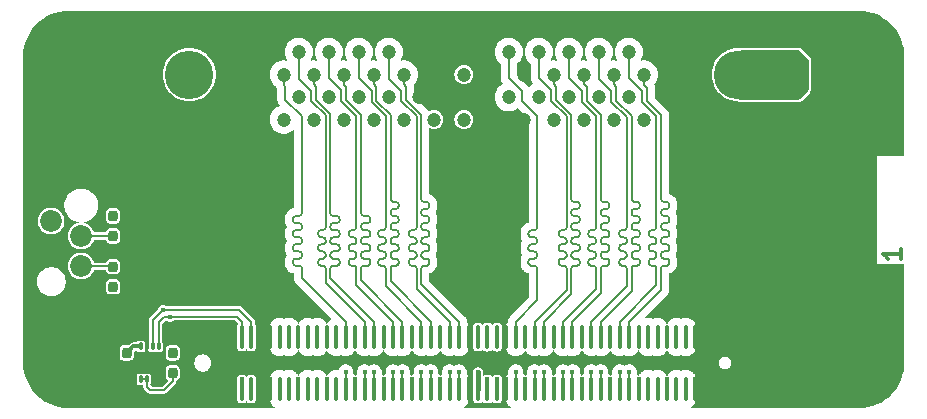
<source format=gtl>
G04 #@! TF.GenerationSoftware,KiCad,Pcbnew,8.0.6*
G04 #@! TF.CreationDate,2024-11-07T02:27:23-08:00*
G04 #@! TF.ProjectId,mse-50-hd,6d73652d-3530-42d6-9864-2e6b69636164,1*
G04 #@! TF.SameCoordinates,Original*
G04 #@! TF.FileFunction,Copper,L1,Top*
G04 #@! TF.FilePolarity,Positive*
%FSLAX46Y46*%
G04 Gerber Fmt 4.6, Leading zero omitted, Abs format (unit mm)*
G04 Created by KiCad (PCBNEW 8.0.6) date 2024-11-07 02:27:23*
%MOMM*%
%LPD*%
G01*
G04 APERTURE LIST*
G04 Aperture macros list*
%AMRoundRect*
0 Rectangle with rounded corners*
0 $1 Rounding radius*
0 $2 $3 $4 $5 $6 $7 $8 $9 X,Y pos of 4 corners*
0 Add a 4 corners polygon primitive as box body*
4,1,4,$2,$3,$4,$5,$6,$7,$8,$9,$2,$3,0*
0 Add four circle primitives for the rounded corners*
1,1,$1+$1,$2,$3*
1,1,$1+$1,$4,$5*
1,1,$1+$1,$6,$7*
1,1,$1+$1,$8,$9*
0 Add four rect primitives between the rounded corners*
20,1,$1+$1,$2,$3,$4,$5,0*
20,1,$1+$1,$4,$5,$6,$7,0*
20,1,$1+$1,$6,$7,$8,$9,0*
20,1,$1+$1,$8,$9,$2,$3,0*%
G04 Aperture macros list end*
%ADD10C,0.300000*%
G04 #@! TA.AperFunction,NonConductor*
%ADD11C,0.300000*%
G04 #@! TD*
G04 #@! TA.AperFunction,SMDPad,CuDef*
%ADD12RoundRect,0.100000X0.100000X0.900000X-0.100000X0.900000X-0.100000X-0.900000X0.100000X-0.900000X0*%
G04 #@! TD*
G04 #@! TA.AperFunction,SMDPad,CuDef*
%ADD13RoundRect,0.200000X0.200000X-0.250000X0.200000X0.250000X-0.200000X0.250000X-0.200000X-0.250000X0*%
G04 #@! TD*
G04 #@! TA.AperFunction,SMDPad,CuDef*
%ADD14RoundRect,0.200000X-0.200000X0.250000X-0.200000X-0.250000X0.200000X-0.250000X0.200000X0.250000X0*%
G04 #@! TD*
G04 #@! TA.AperFunction,ComponentPad*
%ADD15C,1.200000*%
G04 #@! TD*
G04 #@! TA.AperFunction,ComponentPad*
%ADD16C,4.100000*%
G04 #@! TD*
G04 #@! TA.AperFunction,ComponentPad*
%ADD17C,6.400000*%
G04 #@! TD*
G04 #@! TA.AperFunction,SMDPad,CuDef*
%ADD18RoundRect,0.200000X-0.250000X-0.200000X0.250000X-0.200000X0.250000X0.200000X-0.250000X0.200000X0*%
G04 #@! TD*
G04 #@! TA.AperFunction,SMDPad,CuDef*
%ADD19RoundRect,0.046875X0.103125X-0.253125X0.103125X0.253125X-0.103125X0.253125X-0.103125X-0.253125X0*%
G04 #@! TD*
G04 #@! TA.AperFunction,SMDPad,CuDef*
%ADD20RoundRect,0.250000X0.550000X-0.550000X0.550000X0.550000X-0.550000X0.550000X-0.550000X-0.550000X0*%
G04 #@! TD*
G04 #@! TA.AperFunction,ComponentPad*
%ADD21C,1.850000*%
G04 #@! TD*
G04 #@! TA.AperFunction,SMDPad,CuDef*
%ADD22RoundRect,0.200000X0.250000X0.200000X-0.250000X0.200000X-0.250000X-0.200000X0.250000X-0.200000X0*%
G04 #@! TD*
G04 #@! TA.AperFunction,ViaPad*
%ADD23C,0.450000*%
G04 #@! TD*
G04 #@! TA.AperFunction,Conductor*
%ADD24C,0.200000*%
G04 #@! TD*
G04 #@! TA.AperFunction,Conductor*
%ADD25C,0.300000*%
G04 #@! TD*
G04 #@! TA.AperFunction,Conductor*
%ADD26C,0.151400*%
G04 #@! TD*
G04 #@! TA.AperFunction,Conductor*
%ADD27C,0.400000*%
G04 #@! TD*
G04 APERTURE END LIST*
D10*
D11*
X-499172Y13628573D02*
X-499172Y12771430D01*
X-499172Y13200001D02*
X-1999172Y13200001D01*
X-1999172Y13200001D02*
X-1784886Y13057144D01*
X-1784886Y13057144D02*
X-1642029Y12914287D01*
X-1642029Y12914287D02*
X-1570600Y12771430D01*
D12*
G04 #@! TO.P,J1,1,Pin_1*
G04 #@! TO.N,GND*
X-57100000Y1800000D03*
G04 #@! TO.P,J1,2,Pin_2*
X-57100000Y6200000D03*
G04 #@! TO.P,J1,3,Pin_3*
G04 #@! TO.N,+3V3*
X-56300000Y1800001D03*
G04 #@! TO.P,J1,4,Pin_4*
G04 #@! TO.N,/PHY.ID_SDA*
X-56300000Y6199999D03*
G04 #@! TO.P,J1,5,Pin_5*
G04 #@! TO.N,unconnected-(J1-Pin_5-Pad5)*
X-55500000Y1800000D03*
G04 #@! TO.P,J1,6,Pin_6*
G04 #@! TO.N,/PHY.ID_SCL*
X-55500000Y6200000D03*
G04 #@! TO.P,J1,7,Pin_7*
G04 #@! TO.N,GND*
X-54700001Y1800000D03*
G04 #@! TO.P,J1,8,Pin_8*
X-54700001Y6200000D03*
G04 #@! TO.P,J1,9,Pin_9*
X-53900000Y1800000D03*
G04 #@! TO.P,J1,10,Pin_10*
X-53900000Y6200000D03*
G04 #@! TO.P,J1,11,Pin_11*
G04 #@! TO.N,/CON.DB12+*
X-53100000Y1800000D03*
G04 #@! TO.P,J1,12,Pin_12*
G04 #@! TO.N,/CON.DB12-*
X-53100000Y6200000D03*
G04 #@! TO.P,J1,13,Pin_13*
G04 #@! TO.N,/CON.DB13+*
X-52299999Y1800000D03*
G04 #@! TO.P,J1,14,Pin_14*
G04 #@! TO.N,/CON.DB13-*
X-52299999Y6200000D03*
G04 #@! TO.P,J1,15,Pin_15*
G04 #@! TO.N,GND*
X-51500000Y1800000D03*
G04 #@! TO.P,J1,16,Pin_16*
X-51500000Y6200000D03*
G04 #@! TO.P,J1,17,Pin_17*
G04 #@! TO.N,/CON.DB14+*
X-50700000Y1800001D03*
G04 #@! TO.P,J1,18,Pin_18*
G04 #@! TO.N,/CON.DB14-*
X-50700000Y6199999D03*
G04 #@! TO.P,J1,19,Pin_19*
G04 #@! TO.N,/CON.DB15+*
X-49900000Y1800000D03*
G04 #@! TO.P,J1,20,Pin_20*
G04 #@! TO.N,/CON.DB15-*
X-49900000Y6200000D03*
G04 #@! TO.P,J1,21,Pin_21*
G04 #@! TO.N,GND*
X-49100000Y1800000D03*
G04 #@! TO.P,J1,22,Pin_22*
X-49100000Y6200000D03*
G04 #@! TO.P,J1,23,Pin_23*
G04 #@! TO.N,/CON.DP1+*
X-48300000Y1800000D03*
G04 #@! TO.P,J1,24,Pin_24*
G04 #@! TO.N,/CON.DP1-*
X-48300000Y6200000D03*
G04 #@! TO.P,J1,25,Pin_25*
G04 #@! TO.N,/CON.DB0+*
X-47500000Y1800000D03*
G04 #@! TO.P,J1,26,Pin_26*
G04 #@! TO.N,/CON.DB0-*
X-47500000Y6200000D03*
G04 #@! TO.P,J1,27,Pin_27*
G04 #@! TO.N,GND*
X-46699999Y1800000D03*
G04 #@! TO.P,J1,28,Pin_28*
X-46699999Y6200000D03*
G04 #@! TO.P,J1,29,Pin_29*
G04 #@! TO.N,/CON.DB1+*
X-45900000Y1800000D03*
G04 #@! TO.P,J1,30,Pin_30*
G04 #@! TO.N,/CON.DB1-*
X-45900000Y6200000D03*
G04 #@! TO.P,J1,31,Pin_31*
G04 #@! TO.N,/CON.DB2+*
X-45100000Y1800001D03*
G04 #@! TO.P,J1,32,Pin_32*
G04 #@! TO.N,/CON.DB2-*
X-45100000Y6199999D03*
G04 #@! TO.P,J1,33,Pin_33*
G04 #@! TO.N,GND*
X-44300000Y1800000D03*
G04 #@! TO.P,J1,34,Pin_34*
X-44300000Y6200000D03*
G04 #@! TO.P,J1,35,Pin_35*
G04 #@! TO.N,/CON.DB3+*
X-43500000Y1800000D03*
G04 #@! TO.P,J1,36,Pin_36*
G04 #@! TO.N,/CON.DB3-*
X-43500000Y6200000D03*
G04 #@! TO.P,J1,37,Pin_37*
G04 #@! TO.N,/CON.DB4+*
X-42700000Y1800000D03*
G04 #@! TO.P,J1,38,Pin_38*
G04 #@! TO.N,/CON.DB4-*
X-42700000Y6200000D03*
G04 #@! TO.P,J1,39,Pin_39*
G04 #@! TO.N,GND*
X-41900000Y1800000D03*
G04 #@! TO.P,J1,40,Pin_40*
X-41900000Y6200000D03*
G04 #@! TO.P,J1,41,Pin_41*
G04 #@! TO.N,/CON.DB5+*
X-41099999Y1800000D03*
G04 #@! TO.P,J1,42,Pin_42*
G04 #@! TO.N,/CON.DB5-*
X-41099999Y6200000D03*
G04 #@! TO.P,J1,43,Pin_43*
G04 #@! TO.N,/CON.DB6+*
X-40300000Y1800000D03*
G04 #@! TO.P,J1,44,Pin_44*
G04 #@! TO.N,/CON.DB6-*
X-40300000Y6200000D03*
G04 #@! TO.P,J1,45,Pin_45*
G04 #@! TO.N,GND*
X-39500000Y1800001D03*
G04 #@! TO.P,J1,46,Pin_46*
X-39500000Y6199999D03*
G04 #@! TO.P,J1,47,Pin_47*
G04 #@! TO.N,/CON.DB7+*
X-38700000Y1800000D03*
G04 #@! TO.P,J1,48,Pin_48*
G04 #@! TO.N,/CON.DB7-*
X-38700000Y6200000D03*
G04 #@! TO.P,J1,49,Pin_49*
G04 #@! TO.N,/CON.DP0+*
X-37900000Y1800000D03*
G04 #@! TO.P,J1,50,Pin_50*
G04 #@! TO.N,/CON.DP0-*
X-37900000Y6200000D03*
G04 #@! TO.P,J1,51,Pin_51*
G04 #@! TO.N,GND*
X-37100000Y1800000D03*
G04 #@! TO.P,J1,52,Pin_52*
X-37100000Y6200000D03*
G04 #@! TO.P,J1,53,Pin_53*
G04 #@! TO.N,/CON.DIFFSENSE*
X-36300000Y1800000D03*
G04 #@! TO.P,J1,54,Pin_54*
G04 #@! TO.N,unconnected-(J1-Pin_54-Pad54)*
X-36300000Y6200000D03*
G04 #@! TO.P,J1,55,Pin_55*
G04 #@! TO.N,/CON.TERMPWR*
X-35500000Y1800001D03*
G04 #@! TO.P,J1,56,Pin_56*
X-35500000Y6199999D03*
G04 #@! TO.P,J1,57,Pin_57*
X-34700000Y1800000D03*
G04 #@! TO.P,J1,58,Pin_58*
X-34700000Y6200000D03*
G04 #@! TO.P,J1,59,Pin_59*
G04 #@! TO.N,GND*
X-33900001Y1800000D03*
G04 #@! TO.P,J1,60,Pin_60*
X-33900001Y6200000D03*
G04 #@! TO.P,J1,61,Pin_61*
G04 #@! TO.N,/CON.ATN+*
X-33100000Y1800000D03*
G04 #@! TO.P,J1,62,Pin_62*
G04 #@! TO.N,/CON.ATN-*
X-33100000Y6200000D03*
G04 #@! TO.P,J1,63,Pin_63*
G04 #@! TO.N,GND*
X-32300000Y1800000D03*
G04 #@! TO.P,J1,64,Pin_64*
X-32300000Y6200000D03*
G04 #@! TO.P,J1,65,Pin_65*
G04 #@! TO.N,/CON.BSY+*
X-31500000Y1800000D03*
G04 #@! TO.P,J1,66,Pin_66*
G04 #@! TO.N,/CON.BSY-*
X-31500000Y6200000D03*
G04 #@! TO.P,J1,67,Pin_67*
G04 #@! TO.N,/CON.ACK+*
X-30700000Y1800000D03*
G04 #@! TO.P,J1,68,Pin_68*
G04 #@! TO.N,/CON.ACK-*
X-30700000Y6200000D03*
G04 #@! TO.P,J1,69,Pin_69*
G04 #@! TO.N,GND*
X-29900000Y1800001D03*
G04 #@! TO.P,J1,70,Pin_70*
X-29900000Y6199999D03*
G04 #@! TO.P,J1,71,Pin_71*
G04 #@! TO.N,/CON.RST+*
X-29100000Y1800000D03*
G04 #@! TO.P,J1,72,Pin_72*
G04 #@! TO.N,/CON.RST-*
X-29100000Y6200000D03*
G04 #@! TO.P,J1,73,Pin_73*
G04 #@! TO.N,/CON.MSG+*
X-28300001Y1800000D03*
G04 #@! TO.P,J1,74,Pin_74*
G04 #@! TO.N,/CON.MSG-*
X-28300001Y6200000D03*
G04 #@! TO.P,J1,75,Pin_75*
G04 #@! TO.N,GND*
X-27500000Y1800000D03*
G04 #@! TO.P,J1,76,Pin_76*
X-27500000Y6200000D03*
G04 #@! TO.P,J1,77,Pin_77*
G04 #@! TO.N,/CON.SEL+*
X-26700000Y1800000D03*
G04 #@! TO.P,J1,78,Pin_78*
G04 #@! TO.N,/CON.SEL-*
X-26700000Y6200000D03*
G04 #@! TO.P,J1,79,Pin_79*
G04 #@! TO.N,/CON.C{slash}D+*
X-25900000Y1800000D03*
G04 #@! TO.P,J1,80,Pin_80*
G04 #@! TO.N,/CON.C{slash}D-*
X-25900000Y6200000D03*
G04 #@! TO.P,J1,81,Pin_81*
G04 #@! TO.N,GND*
X-25100000Y1800000D03*
G04 #@! TO.P,J1,82,Pin_82*
X-25100000Y6200000D03*
G04 #@! TO.P,J1,83,Pin_83*
G04 #@! TO.N,/CON.REQ+*
X-24300000Y1800001D03*
G04 #@! TO.P,J1,84,Pin_84*
G04 #@! TO.N,/CON.REQ-*
X-24300000Y6199999D03*
G04 #@! TO.P,J1,85,Pin_85*
G04 #@! TO.N,/CON.I{slash}O+*
X-23500000Y1800000D03*
G04 #@! TO.P,J1,86,Pin_86*
G04 #@! TO.N,/CON.I{slash}O-*
X-23500000Y6200000D03*
G04 #@! TO.P,J1,87,Pin_87*
G04 #@! TO.N,GND*
X-22700001Y1800000D03*
G04 #@! TO.P,J1,88,Pin_88*
X-22700001Y6200000D03*
G04 #@! TO.P,J1,89,Pin_89*
G04 #@! TO.N,/CON.DB8+*
X-21900000Y1800000D03*
G04 #@! TO.P,J1,90,Pin_90*
G04 #@! TO.N,/CON.DB8-*
X-21900000Y6200000D03*
G04 #@! TO.P,J1,91,Pin_91*
G04 #@! TO.N,/CON.DB9+*
X-21100000Y1800000D03*
G04 #@! TO.P,J1,92,Pin_92*
G04 #@! TO.N,/CON.DB9-*
X-21100000Y6200000D03*
G04 #@! TO.P,J1,93,Pin_93*
G04 #@! TO.N,GND*
X-20299999Y1800000D03*
G04 #@! TO.P,J1,94,Pin_94*
X-20299999Y6200000D03*
G04 #@! TO.P,J1,95,Pin_95*
G04 #@! TO.N,/CON.DB10+*
X-19500000Y1800000D03*
G04 #@! TO.P,J1,96,Pin_96*
G04 #@! TO.N,/CON.DB10-*
X-19500000Y6200000D03*
G04 #@! TO.P,J1,97,Pin_97*
G04 #@! TO.N,/CON.DB11+*
X-18700000Y1800001D03*
G04 #@! TO.P,J1,98,Pin_98*
G04 #@! TO.N,/CON.DB11-*
X-18700000Y6199999D03*
G04 #@! TO.P,J1,99,Pin_99*
G04 #@! TO.N,GND*
X-17900000Y1800000D03*
G04 #@! TO.P,J1,100,Pin_100*
X-17900000Y6200000D03*
G04 #@! TD*
D13*
G04 #@! TO.P,R3,1*
G04 #@! TO.N,+3V3*
X-67200000Y10450000D03*
G04 #@! TO.P,R3,2*
G04 #@! TO.N,/PHY.ID_SCL*
X-67200000Y12150000D03*
G04 #@! TD*
D14*
G04 #@! TO.P,R2,1*
G04 #@! TO.N,+3V3*
X-67200000Y16450000D03*
G04 #@! TO.P,R2,2*
G04 #@! TO.N,/PHY.ID_SDA*
X-67200000Y14750000D03*
G04 #@! TD*
D15*
G04 #@! TO.P,J5,1,Pin_1*
G04 #@! TO.N,/CON.DB0+*
X-52740001Y24606000D03*
G04 #@! TO.P,J5,2,Pin_2*
G04 #@! TO.N,/CON.DB1+*
X-51470000Y26511001D03*
G04 #@! TO.P,J5,3,Pin_3*
G04 #@! TO.N,/CON.DB2+*
X-50200000Y24606000D03*
G04 #@! TO.P,J5,4,Pin_4*
G04 #@! TO.N,/CON.DB3+*
X-48930001Y26511001D03*
G04 #@! TO.P,J5,5,Pin_5*
G04 #@! TO.N,/CON.DB4+*
X-47659999Y24606000D03*
G04 #@! TO.P,J5,6,Pin_6*
G04 #@! TO.N,/CON.DB5+*
X-46390000Y26510998D03*
G04 #@! TO.P,J5,7,Pin_7*
G04 #@! TO.N,/CON.DB6+*
X-45119999Y24606000D03*
G04 #@! TO.P,J5,8,Pin_8*
G04 #@! TO.N,/CON.DB7+*
X-43850001Y26511001D03*
G04 #@! TO.P,J5,9,Pin_9*
G04 #@! TO.N,/CON.DP0+*
X-42579998Y24606000D03*
G04 #@! TO.P,J5,10,Pin_10*
G04 #@! TO.N,GND*
X-41310001Y26511001D03*
G04 #@! TO.P,J5,11,Pin_11*
G04 #@! TO.N,/CON.DIFFSENSE*
X-40039997Y24606000D03*
G04 #@! TO.P,J5,12,Pin_12*
G04 #@! TO.N,GND*
X-38770000Y26511001D03*
G04 #@! TO.P,J5,13,Pin_13*
G04 #@! TO.N,unconnected-(J5-Pin_13-Pad13)*
X-37500000Y24606000D03*
G04 #@! TO.P,J5,14,Pin_14*
G04 #@! TO.N,GND*
X-36229999Y26510998D03*
G04 #@! TO.P,J5,15,Pin_15*
X-34959999Y24606000D03*
G04 #@! TO.P,J5,16,Pin_16*
G04 #@! TO.N,/CON.ATN+*
X-33690000Y26510998D03*
G04 #@! TO.P,J5,17,Pin_17*
G04 #@! TO.N,GND*
X-32419998Y24606000D03*
G04 #@! TO.P,J5,18,Pin_18*
G04 #@! TO.N,/CON.BSY+*
X-31149999Y26511001D03*
G04 #@! TO.P,J5,19,Pin_19*
G04 #@! TO.N,/CON.ACK+*
X-29880001Y24606000D03*
G04 #@! TO.P,J5,20,Pin_20*
G04 #@! TO.N,/CON.RST+*
X-28610000Y26511001D03*
G04 #@! TO.P,J5,21,Pin_21*
G04 #@! TO.N,/CON.MSG+*
X-27340000Y24606000D03*
G04 #@! TO.P,J5,22,Pin_22*
G04 #@! TO.N,/CON.SEL+*
X-26070000Y26511001D03*
G04 #@! TO.P,J5,23,Pin_23*
G04 #@! TO.N,/CON.C{slash}D+*
X-24799999Y24606000D03*
G04 #@! TO.P,J5,24,Pin_24*
G04 #@! TO.N,/CON.REQ+*
X-23530000Y26510998D03*
G04 #@! TO.P,J5,25,Pin_25*
G04 #@! TO.N,/CON.I{slash}O+*
X-22259999Y24606000D03*
G04 #@! TO.P,J5,26,Pin_26*
G04 #@! TO.N,/CON.DB0-*
X-52740002Y28416000D03*
G04 #@! TO.P,J5,27,Pin_27*
G04 #@! TO.N,/CON.DB1-*
X-51470000Y30320999D03*
G04 #@! TO.P,J5,28,Pin_28*
G04 #@! TO.N,/CON.DB2-*
X-50200002Y28415999D03*
G04 #@! TO.P,J5,29,Pin_29*
G04 #@! TO.N,/CON.DB3-*
X-48929998Y30320999D03*
G04 #@! TO.P,J5,30,Pin_30*
G04 #@! TO.N,/CON.DB4-*
X-47660000Y28415999D03*
G04 #@! TO.P,J5,31,Pin_31*
G04 #@! TO.N,/CON.DB5-*
X-46389999Y30320999D03*
G04 #@! TO.P,J5,32,Pin_32*
G04 #@! TO.N,/CON.DB6-*
X-45120000Y28415999D03*
G04 #@! TO.P,J5,33,Pin_33*
G04 #@! TO.N,/CON.DB7-*
X-43849998Y30320999D03*
G04 #@! TO.P,J5,34,Pin_34*
G04 #@! TO.N,/CON.DP0-*
X-42580001Y28415999D03*
G04 #@! TO.P,J5,35,Pin_35*
G04 #@! TO.N,GND*
X-41309999Y30320999D03*
G04 #@! TO.P,J5,36,Pin_36*
X-40040000Y28416000D03*
G04 #@! TO.P,J5,37,Pin_37*
X-38770000Y30320999D03*
G04 #@! TO.P,J5,38,Pin_38*
G04 #@! TO.N,/CON.TERMPWR*
X-37500000Y28415999D03*
G04 #@! TO.P,J5,39,Pin_39*
G04 #@! TO.N,GND*
X-36229999Y30320999D03*
G04 #@! TO.P,J5,40,Pin_40*
X-34960002Y28415999D03*
G04 #@! TO.P,J5,41,Pin_41*
G04 #@! TO.N,/CON.ATN-*
X-33689997Y30320999D03*
G04 #@! TO.P,J5,42,Pin_42*
G04 #@! TO.N,GND*
X-32420000Y28415999D03*
G04 #@! TO.P,J5,43,Pin_43*
G04 #@! TO.N,/CON.BSY-*
X-31149999Y30320999D03*
G04 #@! TO.P,J5,44,Pin_44*
G04 #@! TO.N,/CON.ACK-*
X-29880002Y28416000D03*
G04 #@! TO.P,J5,45,Pin_45*
G04 #@! TO.N,/CON.RST-*
X-28610000Y30320998D03*
G04 #@! TO.P,J5,46,Pin_46*
G04 #@! TO.N,/CON.MSG-*
X-27340002Y28415999D03*
G04 #@! TO.P,J5,47,Pin_47*
G04 #@! TO.N,/CON.SEL-*
X-26069998Y30320999D03*
G04 #@! TO.P,J5,48,Pin_48*
G04 #@! TO.N,/CON.C{slash}D-*
X-24800000Y28415999D03*
G04 #@! TO.P,J5,49,Pin_49*
G04 #@! TO.N,/CON.REQ-*
X-23529999Y30320999D03*
G04 #@! TO.P,J5,50,Pin_50*
G04 #@! TO.N,/CON.I{slash}O-*
X-22260000Y28415999D03*
D16*
G04 #@! TO.P,J5,SHIELD,SHIELD*
G04 #@! TO.N,/SHIELD*
X-14258999Y28415999D03*
X-60741000Y28415999D03*
G04 #@! TD*
D13*
G04 #@! TO.P,C1,1*
G04 #@! TO.N,GND*
X-66050000Y3150000D03*
G04 #@! TO.P,C1,2*
G04 #@! TO.N,+3V3*
X-66050000Y4850000D03*
G04 #@! TD*
D17*
G04 #@! TO.P,H4,1,1*
G04 #@! TO.N,GND*
X-4000000Y4000000D03*
G04 #@! TD*
D18*
G04 #@! TO.P,R4,1*
G04 #@! TO.N,/SHIELD*
X-8750000Y27750000D03*
G04 #@! TO.P,R4,2*
G04 #@! TO.N,GND*
X-7050000Y27750000D03*
G04 #@! TD*
D13*
G04 #@! TO.P,R1,1*
G04 #@! TO.N,Net-(U1-E0)*
X-62150000Y3150000D03*
G04 #@! TO.P,R1,2*
G04 #@! TO.N,+3V3*
X-62150000Y4850000D03*
G04 #@! TD*
D19*
G04 #@! TO.P,U1,1,E0*
G04 #@! TO.N,Net-(U1-E0)*
X-64850001Y2600000D03*
G04 #@! TO.P,U1,2,E1*
X-64350000Y2600000D03*
G04 #@! TO.P,U1,3,E2*
G04 #@! TO.N,GND*
X-63850000Y2600000D03*
G04 #@! TO.P,U1,4,VSS*
X-63349999Y2600000D03*
G04 #@! TO.P,U1,5,SDA*
G04 #@! TO.N,/PHY.ID_SDA*
X-63349999Y5400000D03*
G04 #@! TO.P,U1,6,SCL*
G04 #@! TO.N,/PHY.ID_SCL*
X-63850000Y5400000D03*
G04 #@! TO.P,U1,7,~{WC}*
G04 #@! TO.N,GND*
X-64350000Y5400000D03*
G04 #@! TO.P,U1,8,VCC*
G04 #@! TO.N,+3V3*
X-64850001Y5400000D03*
D20*
G04 #@! TO.P,U1,EP,VSS*
G04 #@! TO.N,GND*
X-64100000Y4000000D03*
G04 #@! TD*
D21*
G04 #@! TO.P,J3,1,Pin_1*
G04 #@! TO.N,+3V3*
X-72440000Y16010000D03*
G04 #@! TO.P,J3,2,Pin_2*
G04 #@! TO.N,/PHY.ID_SDA*
X-69900000Y14740000D03*
G04 #@! TO.P,J3,3,Pin_3*
G04 #@! TO.N,GND*
X-72440000Y13470000D03*
G04 #@! TO.P,J3,4,Pin_4*
G04 #@! TO.N,/PHY.ID_SCL*
X-69900000Y12200000D03*
G04 #@! TD*
D17*
G04 #@! TO.P,H3,1,1*
G04 #@! TO.N,GND*
X-71000000Y4000000D03*
G04 #@! TD*
D22*
G04 #@! TO.P,C2,1*
G04 #@! TO.N,GND*
X-7050000Y29050000D03*
G04 #@! TO.P,C2,2*
G04 #@! TO.N,/SHIELD*
X-8750000Y29050000D03*
G04 #@! TD*
D23*
G04 #@! TO.N,GND*
X-20300000Y5400000D03*
X-22700000Y1800000D03*
X-49100000Y1800000D03*
X-53900000Y1000000D03*
X-29900000Y2600000D03*
X-39500000Y6200000D03*
X-39500000Y1800000D03*
X-44300000Y7000000D03*
X-49100000Y6200000D03*
X-64650000Y4000000D03*
X-46700000Y6200000D03*
X-51500000Y2600000D03*
X-27500000Y2600000D03*
X-39500000Y7000000D03*
X-32300000Y1800000D03*
X-53900000Y5400000D03*
X-20300000Y1800000D03*
X-53900000Y2600000D03*
X-37100000Y5400000D03*
X-63600000Y4000000D03*
X-25100000Y7000000D03*
X-39500000Y5400000D03*
X-33900000Y1000000D03*
X-41900000Y1000000D03*
X-64100000Y4500000D03*
X-33900000Y2600000D03*
X-44300000Y3200000D03*
X-49100000Y2600000D03*
X-33900000Y6200000D03*
X-51500000Y5400000D03*
X-32300000Y3200000D03*
X-20300000Y3200000D03*
X-44300000Y6200000D03*
X-27500000Y6200000D03*
X-39500000Y1000000D03*
X-29900000Y3200000D03*
X-25100000Y1800000D03*
X-41900000Y7000000D03*
X-53900000Y7000000D03*
X-41900000Y6200000D03*
X-27500000Y5400000D03*
X-54700000Y6200000D03*
X-29900000Y1000000D03*
X-20300000Y1000000D03*
X-53900000Y1800000D03*
X-51500000Y6200000D03*
X-20300000Y2600000D03*
X-49100000Y3200000D03*
X-22700000Y1000000D03*
X-44300000Y5400000D03*
X-33900000Y1800000D03*
X-32300000Y5400000D03*
X-37100000Y3200000D03*
X-20300000Y6200000D03*
X-37100000Y6200000D03*
X-25100000Y2600000D03*
X-33900000Y3200000D03*
X-27500000Y3200000D03*
X-37100000Y7000000D03*
X-39500000Y2600000D03*
X-25100000Y6200000D03*
X-33900000Y7000000D03*
X-51500000Y7000000D03*
X-54700000Y7000000D03*
X-29900000Y7000000D03*
X-17900000Y3200000D03*
X-44300000Y1800000D03*
X-22700000Y2600000D03*
X-17900000Y5400000D03*
X-41900000Y2600000D03*
X-17900000Y7000000D03*
X-44300000Y1000000D03*
X-32300000Y7000000D03*
X-51500000Y1800000D03*
X-54700000Y5400000D03*
X-22700000Y6200000D03*
X-57100000Y5400000D03*
X-37100000Y1800000D03*
X-46700000Y1000000D03*
X-25100000Y1000000D03*
X-32300000Y2600000D03*
X-44300000Y2600000D03*
X-46700000Y5400000D03*
X-54700000Y1800000D03*
X-22700000Y7000000D03*
X-46700000Y2600000D03*
X-37100000Y1000000D03*
X-37100000Y2600000D03*
X-41900000Y3200000D03*
X-51500000Y1000000D03*
X-17900000Y1000000D03*
X-20300000Y7000000D03*
X-57100000Y6200000D03*
X-32300000Y1000000D03*
X-33900000Y5400000D03*
X-46700000Y1800000D03*
X-29900000Y5400000D03*
X-27500000Y1800000D03*
X-41900000Y1800000D03*
X-53900000Y3200000D03*
X-25100000Y3200000D03*
X-53900000Y6200000D03*
X-41900000Y5400000D03*
X-29900000Y6200000D03*
X-49100000Y5400000D03*
X-54700000Y2600000D03*
X-46700000Y3200000D03*
X-49100000Y7000000D03*
X-49100000Y1000000D03*
X-46700000Y7000000D03*
X-29900000Y1800000D03*
X-25100000Y5400000D03*
X-64100000Y3500000D03*
X-32300000Y6200000D03*
X-51500000Y3200000D03*
X-17900000Y6200000D03*
X-27500000Y1000000D03*
X-57100000Y7000000D03*
X-22700000Y5400000D03*
X-17900000Y2600000D03*
X-39500000Y3200000D03*
X-22700000Y3200000D03*
X-54700000Y1000000D03*
X-17900000Y1800000D03*
X-27500000Y7000000D03*
X-66050000Y3150000D03*
G04 #@! TO.N,/PHY.ID_SCL*
X-67200000Y12150000D03*
X-63000000Y8500000D03*
G04 #@! TO.N,+3V3*
X-56300000Y1800000D03*
X-67200000Y16500000D03*
X-67200000Y10500000D03*
X-66050000Y4850000D03*
X-56300000Y1000000D03*
X-56300000Y2600000D03*
X-62150000Y4850000D03*
G04 #@! TO.N,/PHY.ID_SDA*
X-67200000Y14750000D03*
X-62400000Y7900000D03*
G04 #@! TO.N,/CON.C{slash}D+*
X-25900000Y3200000D03*
G04 #@! TO.N,/CON.ACK+*
X-30700000Y3200000D03*
G04 #@! TO.N,/CON.TERMPWR*
X-34700000Y1800000D03*
X-35500000Y2600000D03*
X-35500000Y1800000D03*
X-34700000Y7000000D03*
X-34700000Y5400000D03*
X-34700000Y6200000D03*
X-35500000Y1000000D03*
X-35500000Y7000000D03*
X-34700000Y1000000D03*
X-35500000Y6200000D03*
X-34700000Y2600000D03*
X-35500000Y5400000D03*
G04 #@! TO.N,/CON.BSY+*
X-31500000Y3200000D03*
G04 #@! TO.N,/CON.DB5+*
X-41100000Y3200000D03*
G04 #@! TO.N,/CON.DP0+*
X-37900000Y3200000D03*
G04 #@! TO.N,/CON.SEL+*
X-26700000Y3200000D03*
G04 #@! TO.N,/CON.ATN+*
X-33100000Y3200000D03*
G04 #@! TO.N,/CON.DB7+*
X-38700000Y3200000D03*
G04 #@! TO.N,/CON.REQ+*
X-24300000Y3200000D03*
G04 #@! TO.N,/CON.MSG+*
X-28300000Y3200000D03*
G04 #@! TO.N,/CON.DB3+*
X-43500000Y3200000D03*
G04 #@! TO.N,/CON.DIFFSENSE*
X-36300000Y3200000D03*
G04 #@! TO.N,/CON.I{slash}O+*
X-23500000Y3200000D03*
G04 #@! TO.N,/CON.DB4+*
X-42700000Y3200000D03*
G04 #@! TO.N,/CON.RST+*
X-29100000Y3200000D03*
G04 #@! TO.N,/CON.DB6+*
X-40300000Y3200000D03*
G04 #@! TO.N,/CON.DB1+*
X-45900000Y3200000D03*
G04 #@! TO.N,/CON.DB2+*
X-45100000Y3200000D03*
G04 #@! TO.N,/CON.DB0+*
X-47500000Y3200000D03*
G04 #@! TD*
D24*
G04 #@! TO.N,/PHY.ID_SCL*
X-67600000Y12200000D02*
X-69900000Y12200000D01*
X-63850000Y5400000D02*
X-63850000Y7650000D01*
X-56500000Y8500000D02*
X-55500000Y7500000D01*
X-67200000Y12150000D02*
X-67550000Y12150000D01*
X-63000000Y8500000D02*
X-56500000Y8500000D01*
X-67550000Y12150000D02*
X-67600000Y12200000D01*
X-63850000Y7650000D02*
X-63000000Y8500000D01*
X-55500000Y7500000D02*
X-55500000Y6200000D01*
D25*
G04 #@! TO.N,+3V3*
X-64850001Y5400000D02*
X-65500000Y5400000D01*
X-65500000Y5400000D02*
X-66050000Y4850000D01*
D24*
G04 #@! TO.N,/PHY.ID_SDA*
X-62900000Y7900000D02*
X-63349999Y7450001D01*
X-56300000Y7500000D02*
X-56700000Y7900000D01*
X-63349999Y7450001D02*
X-63349999Y5400000D01*
X-67200000Y14750000D02*
X-69890000Y14750000D01*
X-62600000Y7900000D02*
X-62900000Y7900000D01*
X-69890000Y14750000D02*
X-69900000Y14740000D01*
X-56300000Y6199999D02*
X-56300000Y7500000D01*
X-56700000Y7900000D02*
X-62600000Y7900000D01*
D26*
G04 #@! TO.N,/CON.C{slash}D+*
X-25900000Y1800000D02*
X-25900000Y3200000D01*
G04 #@! TO.N,/CON.DB4-*
X-45960000Y12240000D02*
X-45646754Y12240000D01*
X-45646754Y12840000D02*
X-45960000Y12840000D01*
X-42700000Y7500000D02*
X-46200000Y11000000D01*
X-46200000Y25000000D02*
X-47500000Y26300000D01*
X-46200000Y22500000D02*
X-46200000Y25000000D01*
X-46200000Y14280000D02*
X-46200000Y14400000D01*
X-47500000Y27400000D02*
X-47660000Y27560000D01*
X-46200000Y11000000D02*
X-46200000Y12000000D01*
X-45960000Y13440000D02*
X-45646774Y13440000D01*
X-42700000Y6200000D02*
X-42700000Y7500000D01*
X-45406754Y16080000D02*
X-45406754Y16200000D01*
X-45406774Y13680000D02*
X-45406774Y13800000D01*
X-45406754Y14880000D02*
X-45406754Y15000000D01*
X-45646754Y15240000D02*
X-45960000Y15240000D01*
X-45960000Y15840000D02*
X-45646754Y15840000D01*
X-45960000Y14640000D02*
X-45646754Y14640000D01*
X-46200000Y13080000D02*
X-46200000Y13200000D01*
X-47660000Y27560000D02*
X-47660000Y28415999D01*
X-46200000Y15480000D02*
X-46200000Y15600000D01*
X-45646754Y16440000D02*
X-45960000Y16440000D01*
X-47500000Y26300000D02*
X-47500000Y27400000D01*
X-45406754Y12480000D02*
X-45406754Y12600000D01*
X-45646774Y14040000D02*
X-45960000Y14040000D01*
X-46200000Y16800000D02*
X-46200000Y22500000D01*
X-46200000Y16680000D02*
X-46200000Y16800000D01*
X-46200000Y14400000D02*
G75*
G02*
X-45960000Y14640000I240000J0D01*
G01*
X-45406754Y16200000D02*
G75*
G03*
X-45646754Y16440046I-240046J0D01*
G01*
X-45406754Y15000000D02*
G75*
G03*
X-45646754Y15240046I-240046J0D01*
G01*
X-45646754Y14640000D02*
G75*
G03*
X-45406800Y14880000I-46J240000D01*
G01*
X-45646754Y12240000D02*
G75*
G03*
X-45406800Y12480000I-46J240000D01*
G01*
X-45960000Y15240000D02*
G75*
G02*
X-46200000Y15480000I0J240000D01*
G01*
X-46200000Y15600000D02*
G75*
G02*
X-45960000Y15840000I240000J0D01*
G01*
X-45406774Y13800000D02*
G75*
G03*
X-45646774Y14040026I-240026J0D01*
G01*
X-45960000Y14040000D02*
G75*
G02*
X-46200000Y14280000I0J240000D01*
G01*
X-45960000Y12840000D02*
G75*
G02*
X-46200000Y13080000I0J240000D01*
G01*
X-46200000Y13200000D02*
G75*
G02*
X-45960000Y13440000I240000J0D01*
G01*
X-45406754Y12600000D02*
G75*
G03*
X-45646754Y12840046I-240046J0D01*
G01*
X-46200000Y12000000D02*
G75*
G02*
X-45960000Y12240000I240000J0D01*
G01*
X-45646774Y13440000D02*
G75*
G03*
X-45406800Y13680000I-26J240000D01*
G01*
X-45960000Y16440000D02*
G75*
G02*
X-46200000Y16680000I0J240000D01*
G01*
X-45646754Y15840000D02*
G75*
G03*
X-45406800Y16080000I-46J240000D01*
G01*
G04 #@! TO.N,/CON.ACK+*
X-30700000Y1800000D02*
X-30700000Y3200000D01*
G04 #@! TO.N,/CON.BSY-*
X-31500000Y6200000D02*
X-31500000Y7500000D01*
X-29225249Y14040000D02*
X-29040000Y14040000D01*
X-28800000Y24900000D02*
X-30100000Y26200000D01*
X-30100000Y27100000D02*
X-31149999Y28149999D01*
X-29465254Y12480000D02*
X-29465254Y12600000D01*
X-29040000Y14640000D02*
X-29225244Y14640000D01*
X-30100000Y26200000D02*
X-30100000Y27100000D01*
X-28800000Y22500000D02*
X-28800000Y24900000D01*
X-28800000Y15480000D02*
X-28800000Y15600000D01*
X-28800000Y10200000D02*
X-28800000Y12000000D01*
X-29225244Y15240000D02*
X-29040000Y15240000D01*
X-29040000Y13440000D02*
X-29225249Y13440000D01*
X-28800000Y15600000D02*
X-28800000Y22500000D01*
X-29465244Y14880000D02*
X-29465244Y15000000D01*
X-29040000Y12240000D02*
X-29225254Y12240000D01*
X-31149999Y28149999D02*
X-31149999Y30320999D01*
X-29225254Y12840000D02*
X-29040000Y12840000D01*
X-31500000Y7500000D02*
X-28800000Y10200000D01*
X-28800000Y14280000D02*
X-28800000Y14400000D01*
X-28800000Y13080000D02*
X-28800000Y13200000D01*
X-29465249Y13680000D02*
X-29465249Y13800000D01*
X-29040000Y15240000D02*
G75*
G03*
X-28800000Y15480000I0J240000D01*
G01*
X-29225249Y13440000D02*
G75*
G02*
X-29465300Y13680000I-51J240000D01*
G01*
X-29465244Y15000000D02*
G75*
G02*
X-29225244Y15240044I240044J0D01*
G01*
X-29040000Y12840000D02*
G75*
G03*
X-28800000Y13080000I0J240000D01*
G01*
X-29465254Y12600000D02*
G75*
G02*
X-29225254Y12839954I239954J0D01*
G01*
X-29040000Y14040000D02*
G75*
G03*
X-28800000Y14280000I0J240000D01*
G01*
X-29465249Y13800000D02*
G75*
G02*
X-29225249Y14039949I239949J0D01*
G01*
X-28800000Y12000000D02*
G75*
G03*
X-29040000Y12240000I-240000J0D01*
G01*
X-29225254Y12240000D02*
G75*
G02*
X-29465300Y12480000I-46J240000D01*
G01*
X-28800000Y13200000D02*
G75*
G03*
X-29040000Y13440000I-240000J0D01*
G01*
X-29225244Y14640000D02*
G75*
G02*
X-29465200Y14880000I44J240000D01*
G01*
X-28800000Y14400000D02*
G75*
G03*
X-29040000Y14640000I-240000J0D01*
G01*
G04 #@! TO.N,/CON.RST-*
X-27500000Y26100000D02*
X-27500000Y27000000D01*
X-26721119Y15240000D02*
X-26540000Y15240000D01*
X-26961119Y12480000D02*
X-26961119Y12600000D01*
X-26721119Y14040000D02*
X-26540000Y14040000D01*
X-26300000Y13080000D02*
X-26300000Y13200000D01*
X-29100000Y7500000D02*
X-26300000Y10300000D01*
X-26300000Y22500000D02*
X-26300000Y24900000D01*
X-26300000Y24900000D02*
X-27500000Y26100000D01*
X-26961119Y13680000D02*
X-26961119Y13800000D01*
X-26540000Y12240000D02*
X-26721119Y12240000D01*
X-26721119Y12840000D02*
X-26540000Y12840000D01*
X-26540000Y13440000D02*
X-26721119Y13440000D01*
X-26300000Y14280000D02*
X-26300000Y14400000D01*
X-26300000Y15480000D02*
X-26300000Y15600000D01*
X-26961119Y14880000D02*
X-26961119Y15000000D01*
X-26300000Y10300000D02*
X-26300000Y12000000D01*
X-28610000Y28110000D02*
X-28610000Y30320998D01*
X-26540000Y14640000D02*
X-26721119Y14640000D01*
X-29100000Y6200000D02*
X-29100000Y7500000D01*
X-26300000Y15600000D02*
X-26300000Y22500000D01*
X-27500000Y27000000D02*
X-28610000Y28110000D01*
X-26540000Y15240000D02*
G75*
G03*
X-26300000Y15480000I0J240000D01*
G01*
X-26721119Y12240000D02*
G75*
G02*
X-26961100Y12480000I19J240000D01*
G01*
X-26300000Y12000000D02*
G75*
G03*
X-26540000Y12240000I-240000J0D01*
G01*
X-26721119Y14640000D02*
G75*
G02*
X-26961100Y14880000I19J240000D01*
G01*
X-26540000Y12840000D02*
G75*
G03*
X-26300000Y13080000I0J240000D01*
G01*
X-26300000Y14400000D02*
G75*
G03*
X-26540000Y14640000I-240000J0D01*
G01*
X-26300000Y13200000D02*
G75*
G03*
X-26540000Y13440000I-240000J0D01*
G01*
X-26721119Y13440000D02*
G75*
G02*
X-26961100Y13680000I19J240000D01*
G01*
X-26961119Y12600000D02*
G75*
G02*
X-26721119Y12840019I240019J0D01*
G01*
X-26961119Y13800000D02*
G75*
G02*
X-26721119Y14040019I240019J0D01*
G01*
X-26961119Y15000000D02*
G75*
G02*
X-26721119Y15240019I240019J0D01*
G01*
X-26540000Y14040000D02*
G75*
G03*
X-26300000Y14280000I0J240000D01*
G01*
G04 #@! TO.N,/CON.DB2-*
X-48014019Y13680000D02*
X-48014019Y13800000D01*
X-48800000Y16800000D02*
X-48800000Y22500000D01*
X-48560000Y15840000D02*
X-48254039Y15840000D01*
X-48800000Y25100000D02*
X-50000000Y26300000D01*
X-45100000Y7500000D02*
X-48800000Y11200000D01*
X-48254019Y14040000D02*
X-48560000Y14040000D01*
X-48800000Y13080000D02*
X-48800000Y13200000D01*
X-48014019Y14880000D02*
X-48014019Y15000000D01*
X-48800000Y14280000D02*
X-48800000Y14400000D01*
X-48560000Y12240000D02*
X-48254019Y12240000D01*
X-48800000Y16680000D02*
X-48800000Y16800000D01*
X-50200002Y27600002D02*
X-50200002Y28415999D01*
X-48014019Y12480000D02*
X-48014019Y12600000D01*
X-48254039Y16440000D02*
X-48560000Y16440000D01*
X-48800000Y22500000D02*
X-48800000Y25100000D01*
X-45100000Y6199999D02*
X-45100000Y7500000D01*
X-48800000Y11200000D02*
X-48800000Y12000000D01*
X-48014039Y16080000D02*
X-48014039Y16200000D01*
X-50000000Y27400000D02*
X-50200002Y27600002D01*
X-48800000Y15480000D02*
X-48800000Y15600000D01*
X-48254019Y12840000D02*
X-48560000Y12840000D01*
X-48560000Y13440000D02*
X-48254019Y13440000D01*
X-50000000Y26300000D02*
X-50000000Y27400000D01*
X-48560000Y14640000D02*
X-48254019Y14640000D01*
X-48254019Y15240000D02*
X-48560000Y15240000D01*
X-48254039Y15840000D02*
G75*
G03*
X-48014000Y16080000I39J240000D01*
G01*
X-48254019Y13440000D02*
G75*
G03*
X-48014000Y13680000I19J240000D01*
G01*
X-48800000Y12000000D02*
G75*
G02*
X-48560000Y12240000I240000J0D01*
G01*
X-48014019Y12600000D02*
G75*
G03*
X-48254019Y12839981I-239981J0D01*
G01*
X-48800000Y15600000D02*
G75*
G02*
X-48560000Y15840000I240000J0D01*
G01*
X-48560000Y15240000D02*
G75*
G02*
X-48800000Y15480000I0J240000D01*
G01*
X-48254019Y12240000D02*
G75*
G03*
X-48014000Y12480000I19J240000D01*
G01*
X-48560000Y12840000D02*
G75*
G02*
X-48800000Y13080000I0J240000D01*
G01*
X-48014019Y13800000D02*
G75*
G03*
X-48254019Y14039981I-239981J0D01*
G01*
X-48560000Y16440000D02*
G75*
G02*
X-48800000Y16680000I0J240000D01*
G01*
X-48800000Y13200000D02*
G75*
G02*
X-48560000Y13440000I240000J0D01*
G01*
X-48014039Y16200000D02*
G75*
G03*
X-48254039Y16439961I-239961J0D01*
G01*
X-48014019Y15000000D02*
G75*
G03*
X-48254019Y15239981I-239981J0D01*
G01*
X-48560000Y14040000D02*
G75*
G02*
X-48800000Y14280000I0J240000D01*
G01*
X-48254019Y14640000D02*
G75*
G03*
X-48014000Y14880000I19J240000D01*
G01*
X-48800000Y14400000D02*
G75*
G02*
X-48560000Y14640000I240000J0D01*
G01*
G04 #@! TO.N,/CON.BSY+*
X-31500000Y1800000D02*
X-31500000Y3200000D01*
G04 #@! TO.N,/CON.DB5+*
X-41099999Y3199999D02*
X-41100000Y3200000D01*
X-41099999Y1800000D02*
X-41099999Y3199999D01*
G04 #@! TO.N,/CON.ATN-*
X-32024637Y13680000D02*
X-32024637Y13800000D01*
X-33100000Y6200000D02*
X-33100000Y7500000D01*
X-31300000Y15600000D02*
X-31300000Y22500000D01*
X-31784637Y14040000D02*
X-31540000Y14040000D01*
X-31540000Y13440000D02*
X-31784637Y13440000D01*
X-31300000Y22500000D02*
X-31300000Y24900000D01*
X-31784637Y15240000D02*
X-31540000Y15240000D01*
X-32600000Y27000000D02*
X-33689997Y28089997D01*
X-31540000Y12240000D02*
X-31784637Y12240000D01*
X-32600000Y26200000D02*
X-32600000Y27000000D01*
X-31300000Y9300000D02*
X-31300000Y12000000D01*
X-31784637Y12840000D02*
X-31540000Y12840000D01*
X-32024637Y12480000D02*
X-32024637Y12600000D01*
X-31300000Y24900000D02*
X-32600000Y26200000D01*
X-33689997Y28089997D02*
X-33689997Y30320999D01*
X-33100000Y7500000D02*
X-31300000Y9300000D01*
X-31300000Y14280000D02*
X-31300000Y14400000D01*
X-31540000Y14640000D02*
X-31784637Y14640000D01*
X-32024637Y14880000D02*
X-32024637Y15000000D01*
X-31300000Y15480000D02*
X-31300000Y15600000D01*
X-31300000Y13080000D02*
X-31300000Y13200000D01*
X-31784637Y13440000D02*
G75*
G02*
X-32024600Y13680000I37J240000D01*
G01*
X-32024637Y15000000D02*
G75*
G02*
X-31784637Y15240037I240037J0D01*
G01*
X-31300000Y14400000D02*
G75*
G03*
X-31540000Y14640000I-240000J0D01*
G01*
X-31540000Y15240000D02*
G75*
G03*
X-31300000Y15480000I0J240000D01*
G01*
X-32024637Y12600000D02*
G75*
G02*
X-31784637Y12840037I240037J0D01*
G01*
X-31300000Y12000000D02*
G75*
G03*
X-31540000Y12240000I-240000J0D01*
G01*
X-31784637Y14640000D02*
G75*
G02*
X-32024600Y14880000I37J240000D01*
G01*
X-31540000Y14040000D02*
G75*
G03*
X-31300000Y14280000I0J240000D01*
G01*
X-32024637Y13800000D02*
G75*
G02*
X-31784637Y14040037I240037J0D01*
G01*
X-31300000Y13200000D02*
G75*
G03*
X-31540000Y13440000I-240000J0D01*
G01*
X-31784637Y12240000D02*
G75*
G02*
X-32024600Y12480000I37J240000D01*
G01*
X-31540000Y12840000D02*
G75*
G03*
X-31300000Y13080000I0J240000D01*
G01*
G04 #@! TO.N,/CON.DP0+*
X-37900000Y1800000D02*
X-37900000Y3200000D01*
G04 #@! TO.N,/CON.SEL+*
X-26700000Y1800000D02*
X-26700000Y3200000D01*
G04 #@! TO.N,/CON.ATN+*
X-33100000Y1800000D02*
X-33100000Y3200000D01*
G04 #@! TO.N,/CON.SEL-*
X-23700000Y15480000D02*
X-23700000Y15600000D01*
X-24343161Y13680000D02*
X-24343161Y13800000D01*
X-23700000Y10500000D02*
X-23700000Y12000000D01*
X-23940000Y14640000D02*
X-24103150Y14640000D01*
X-26700000Y6200000D02*
X-26700000Y7500000D01*
X-23940000Y12240000D02*
X-24103161Y12240000D01*
X-23700000Y15600000D02*
X-23700000Y22500000D01*
X-26069998Y28069998D02*
X-26069998Y30320999D01*
X-24343161Y12480000D02*
X-24343161Y12600000D01*
X-26700000Y7500000D02*
X-23700000Y10500000D01*
X-24103161Y14040000D02*
X-23940000Y14040000D01*
X-23700000Y22500000D02*
X-23700000Y24800000D01*
X-24343150Y14880000D02*
X-24343150Y15000000D01*
X-25000000Y26100000D02*
X-25000000Y27000000D01*
X-23700000Y24800000D02*
X-25000000Y26100000D01*
X-25000000Y27000000D02*
X-26069998Y28069998D01*
X-23940000Y13440000D02*
X-24103161Y13440000D01*
X-23700000Y14280000D02*
X-23700000Y14400000D01*
X-23700000Y13080000D02*
X-23700000Y13200000D01*
X-24103161Y12840000D02*
X-23940000Y12840000D01*
X-24103150Y15240000D02*
X-23940000Y15240000D01*
X-23700000Y13200000D02*
G75*
G03*
X-23940000Y13440000I-240000J0D01*
G01*
X-24103161Y13440000D02*
G75*
G02*
X-24343200Y13680000I-39J240000D01*
G01*
X-23940000Y12840000D02*
G75*
G03*
X-23700000Y13080000I0J240000D01*
G01*
X-23700000Y14400000D02*
G75*
G03*
X-23940000Y14640000I-240000J0D01*
G01*
X-23940000Y14040000D02*
G75*
G03*
X-23700000Y14280000I0J240000D01*
G01*
X-24103161Y12240000D02*
G75*
G02*
X-24343200Y12480000I-39J240000D01*
G01*
X-23940000Y15240000D02*
G75*
G03*
X-23700000Y15480000I0J240000D01*
G01*
X-24343150Y15000000D02*
G75*
G02*
X-24103150Y15239950I239950J0D01*
G01*
X-24343161Y13800000D02*
G75*
G02*
X-24103161Y14039961I239961J0D01*
G01*
X-23700000Y12000000D02*
G75*
G03*
X-23940000Y12240000I-240000J0D01*
G01*
X-24103150Y14640000D02*
G75*
G02*
X-24343200Y14880000I-50J240000D01*
G01*
X-24343161Y12600000D02*
G75*
G02*
X-24103161Y12839961I239961J0D01*
G01*
G04 #@! TO.N,/CON.DB0-*
X-51978747Y16080000D02*
X-51978747Y16200000D01*
X-52740002Y27540002D02*
X-52740002Y28416000D01*
X-51200000Y16680000D02*
X-51200000Y16800000D01*
X-51440000Y14640000D02*
X-51738737Y14640000D01*
X-51738737Y12840000D02*
X-51440000Y12840000D01*
X-51200000Y13080000D02*
X-51200000Y13200000D01*
X-51978737Y12480000D02*
X-51978737Y12600000D01*
X-51200000Y15480000D02*
X-51200000Y15600000D01*
X-51738737Y15240000D02*
X-51440000Y15240000D01*
X-51738737Y14040000D02*
X-51440000Y14040000D01*
X-51200000Y22500000D02*
X-51200000Y24900000D01*
X-51440000Y13440000D02*
X-51738737Y13440000D01*
X-51200000Y11200000D02*
X-51200000Y12000000D01*
X-51200000Y14280000D02*
X-51200000Y14400000D01*
X-51440000Y15840000D02*
X-51738747Y15840000D01*
X-51738747Y16440000D02*
X-51440000Y16440000D01*
X-51200000Y24900000D02*
X-52600000Y26300000D01*
X-52600000Y26300000D02*
X-52600000Y27400000D01*
X-51978737Y13680000D02*
X-51978737Y13800000D01*
X-47500000Y6200000D02*
X-47500000Y7500000D01*
X-51440000Y12240000D02*
X-51738737Y12240000D01*
X-52600000Y27400000D02*
X-52740002Y27540002D01*
X-51978737Y14880000D02*
X-51978737Y15000000D01*
X-47500000Y7500000D02*
X-51200000Y11200000D01*
X-51200000Y16800000D02*
X-51200000Y22500000D01*
X-51738737Y12240000D02*
G75*
G02*
X-51978700Y12480000I37J240000D01*
G01*
X-51200000Y12000000D02*
G75*
G03*
X-51440000Y12240000I-240000J0D01*
G01*
X-51440000Y16440000D02*
G75*
G03*
X-51200000Y16680000I0J240000D01*
G01*
X-51440000Y14040000D02*
G75*
G03*
X-51200000Y14280000I0J240000D01*
G01*
X-51440000Y15240000D02*
G75*
G03*
X-51200000Y15480000I0J240000D01*
G01*
X-51978747Y16200000D02*
G75*
G02*
X-51738747Y16440047I240047J0D01*
G01*
X-51738737Y13440000D02*
G75*
G02*
X-51978700Y13680000I37J240000D01*
G01*
X-51738747Y15840000D02*
G75*
G02*
X-51978700Y16080000I47J240000D01*
G01*
X-51978737Y13800000D02*
G75*
G02*
X-51738737Y14040037I240037J0D01*
G01*
X-51200000Y13200000D02*
G75*
G03*
X-51440000Y13440000I-240000J0D01*
G01*
X-51200000Y15600000D02*
G75*
G03*
X-51440000Y15840000I-240000J0D01*
G01*
X-51978737Y15000000D02*
G75*
G02*
X-51738737Y15240037I240037J0D01*
G01*
X-51738737Y14640000D02*
G75*
G02*
X-51978700Y14880000I37J240000D01*
G01*
X-51440000Y12840000D02*
G75*
G03*
X-51200000Y13080000I0J240000D01*
G01*
X-51200000Y14400000D02*
G75*
G03*
X-51440000Y14640000I-240000J0D01*
G01*
X-51978737Y12600000D02*
G75*
G02*
X-51738737Y12840037I240037J0D01*
G01*
G04 #@! TO.N,/CON.DB7+*
X-38700000Y1800000D02*
X-38700000Y3200000D01*
G04 #@! TO.N,/CON.DB5-*
X-44748681Y12480000D02*
X-44748681Y12600000D01*
X-45300000Y26100000D02*
X-45300000Y27000000D01*
X-44340000Y13440000D02*
X-44508681Y13440000D01*
X-44508681Y12840000D02*
X-44340000Y12840000D01*
X-44100000Y10500000D02*
X-44100000Y12000000D01*
X-44508681Y15240000D02*
X-44340000Y15240000D01*
X-44100000Y13080000D02*
X-44100000Y13200000D01*
X-44340000Y12240000D02*
X-44508681Y12240000D01*
X-44100000Y15480000D02*
X-44100000Y15600000D01*
X-44340000Y14640000D02*
X-44508681Y14640000D01*
X-44100000Y14280000D02*
X-44100000Y14400000D01*
X-44100000Y15600000D02*
X-44100000Y22500000D01*
X-44748681Y14880000D02*
X-44748681Y15000000D01*
X-41099999Y7499999D02*
X-44100000Y10500000D01*
X-44100000Y24900000D02*
X-45300000Y26100000D01*
X-41099999Y6200000D02*
X-41099999Y7499999D01*
X-44508681Y14040000D02*
X-44340000Y14040000D01*
X-44100000Y22500000D02*
X-44100000Y24900000D01*
X-45300000Y27000000D02*
X-46389999Y28089999D01*
X-44748681Y13680000D02*
X-44748681Y13800000D01*
X-46389999Y28089999D02*
X-46389999Y30320999D01*
X-44340000Y15240000D02*
G75*
G03*
X-44100000Y15480000I0J240000D01*
G01*
X-44340000Y14040000D02*
G75*
G03*
X-44100000Y14280000I0J240000D01*
G01*
X-44748681Y12600000D02*
G75*
G02*
X-44508681Y12839981I239981J0D01*
G01*
X-44340000Y12840000D02*
G75*
G03*
X-44100000Y13080000I0J240000D01*
G01*
X-44100000Y12000000D02*
G75*
G03*
X-44340000Y12240000I-240000J0D01*
G01*
X-44748681Y15000000D02*
G75*
G02*
X-44508681Y15239981I239981J0D01*
G01*
X-44508681Y14640000D02*
G75*
G02*
X-44748700Y14880000I-19J240000D01*
G01*
X-44748681Y13800000D02*
G75*
G02*
X-44508681Y14039981I239981J0D01*
G01*
X-44100000Y13200000D02*
G75*
G03*
X-44340000Y13440000I-240000J0D01*
G01*
X-44508681Y13440000D02*
G75*
G02*
X-44748700Y13680000I-19J240000D01*
G01*
X-44508681Y12240000D02*
G75*
G02*
X-44748700Y12480000I-19J240000D01*
G01*
X-44100000Y14400000D02*
G75*
G03*
X-44340000Y14640000I-240000J0D01*
G01*
G04 #@! TO.N,/CON.REQ-*
X-21440000Y12240000D02*
X-21599035Y12240000D01*
X-21200000Y24900000D02*
X-22400000Y26100000D01*
X-21200000Y15480000D02*
X-21200000Y15600000D01*
X-24300000Y7500000D02*
X-21200000Y10600000D01*
X-21440000Y13440000D02*
X-21599015Y13440000D01*
X-21200000Y22500000D02*
X-21200000Y24900000D01*
X-21200000Y15600000D02*
X-21200000Y22500000D01*
X-21599015Y14040000D02*
X-21440000Y14040000D01*
X-21839035Y14880000D02*
X-21839035Y15000000D01*
X-22400000Y26100000D02*
X-22400000Y27000000D01*
X-21599035Y12840000D02*
X-21440000Y12840000D01*
X-23529999Y28129999D02*
X-23529999Y30320999D01*
X-21200000Y10600000D02*
X-21200000Y12000000D01*
X-21839035Y12480000D02*
X-21839035Y12600000D01*
X-21200000Y14280000D02*
X-21200000Y14400000D01*
X-21599035Y15240000D02*
X-21440000Y15240000D01*
X-21200000Y13080000D02*
X-21200000Y13200000D01*
X-22400000Y27000000D02*
X-23529999Y28129999D01*
X-21839015Y13680000D02*
X-21839015Y13800000D01*
X-21440000Y14640000D02*
X-21599035Y14640000D01*
X-24300000Y6199999D02*
X-24300000Y7500000D01*
X-21440000Y15240000D02*
G75*
G03*
X-21200000Y15480000I0J240000D01*
G01*
X-21839035Y12600000D02*
G75*
G02*
X-21599035Y12840035I240035J0D01*
G01*
X-21839015Y13800000D02*
G75*
G02*
X-21599015Y14040015I240015J0D01*
G01*
X-21440000Y14040000D02*
G75*
G03*
X-21200000Y14280000I0J240000D01*
G01*
X-21200000Y12000000D02*
G75*
G03*
X-21440000Y12240000I-240000J0D01*
G01*
X-21839035Y15000000D02*
G75*
G02*
X-21599035Y15240035I240035J0D01*
G01*
X-21200000Y14400000D02*
G75*
G03*
X-21440000Y14640000I-240000J0D01*
G01*
X-21599035Y12240000D02*
G75*
G02*
X-21839000Y12480000I35J240000D01*
G01*
X-21440000Y12840000D02*
G75*
G03*
X-21200000Y13080000I0J240000D01*
G01*
X-21599015Y13440000D02*
G75*
G02*
X-21839000Y13680000I15J240000D01*
G01*
X-21200000Y13200000D02*
G75*
G03*
X-21440000Y13440000I-240000J0D01*
G01*
X-21599035Y14640000D02*
G75*
G02*
X-21839000Y14880000I35J240000D01*
G01*
G04 #@! TO.N,/CON.DB1-*
X-49589350Y14040000D02*
X-49440000Y14040000D01*
X-49200000Y22500000D02*
X-49200000Y25000000D01*
X-49200000Y15480000D02*
X-49200000Y15600000D01*
X-51470000Y28070000D02*
X-51470000Y30320999D01*
X-49589348Y15240000D02*
X-49440000Y15240000D01*
X-49589350Y12840000D02*
X-49440000Y12840000D01*
X-49440000Y14640000D02*
X-49589348Y14640000D01*
X-49200000Y14280000D02*
X-49200000Y14400000D01*
X-49829350Y13680000D02*
X-49829350Y13800000D01*
X-50400000Y27000000D02*
X-51470000Y28070000D01*
X-45900000Y7500000D02*
X-49200000Y10800000D01*
X-45900000Y6200000D02*
X-45900000Y7500000D01*
X-49829350Y12480000D02*
X-49829350Y12600000D01*
X-49200000Y10800000D02*
X-49200000Y12000000D01*
X-49200000Y25000000D02*
X-50400000Y26200000D01*
X-50400000Y26200000D02*
X-50400000Y27000000D01*
X-49200000Y13080000D02*
X-49200000Y13200000D01*
X-49200000Y15600000D02*
X-49200000Y22500000D01*
X-49440000Y13440000D02*
X-49589350Y13440000D01*
X-49440000Y12240000D02*
X-49589350Y12240000D01*
X-49829348Y14880000D02*
X-49829348Y15000000D01*
X-49440000Y15240000D02*
G75*
G03*
X-49200000Y15480000I0J240000D01*
G01*
X-49440000Y12840000D02*
G75*
G03*
X-49200000Y13080000I0J240000D01*
G01*
X-49829348Y15000000D02*
G75*
G02*
X-49589348Y15240048I240048J0D01*
G01*
X-49829350Y13800000D02*
G75*
G02*
X-49589350Y14039950I239950J0D01*
G01*
X-49589348Y14640000D02*
G75*
G02*
X-49829300Y14880000I48J240000D01*
G01*
X-49589350Y13440000D02*
G75*
G02*
X-49829400Y13680000I-50J240000D01*
G01*
X-49829350Y12600000D02*
G75*
G02*
X-49589350Y12839950I239950J0D01*
G01*
X-49440000Y14040000D02*
G75*
G03*
X-49200000Y14280000I0J240000D01*
G01*
X-49200000Y14400000D02*
G75*
G03*
X-49440000Y14640000I-240000J0D01*
G01*
X-49200000Y12000000D02*
G75*
G03*
X-49440000Y12240000I-240000J0D01*
G01*
X-49200000Y13200000D02*
G75*
G03*
X-49440000Y13440000I-240000J0D01*
G01*
X-49589350Y12240000D02*
G75*
G02*
X-49829400Y12480000I-50J240000D01*
G01*
G04 #@! TO.N,/CON.REQ+*
X-24300000Y1800001D02*
X-24300000Y3200000D01*
G04 #@! TO.N,/CON.DB3-*
X-46840000Y12240000D02*
X-46999035Y12240000D01*
X-46999035Y12840000D02*
X-46840000Y12840000D01*
X-46999035Y15240000D02*
X-46840000Y15240000D01*
X-46600000Y14280000D02*
X-46600000Y14400000D01*
X-46600000Y10600000D02*
X-46600000Y12000000D01*
X-46600000Y15600000D02*
X-46600000Y22500000D01*
X-47239015Y13680000D02*
X-47239015Y13800000D01*
X-48929998Y28129998D02*
X-48929998Y30320999D01*
X-47900000Y26200000D02*
X-47900000Y27100000D01*
X-46999015Y14040000D02*
X-46840000Y14040000D01*
X-46600000Y22500000D02*
X-46600000Y24900000D01*
X-43500000Y6200000D02*
X-43500000Y7500000D01*
X-46600000Y13080000D02*
X-46600000Y13200000D01*
X-47239035Y12480000D02*
X-47239035Y12600000D01*
X-47900000Y27100000D02*
X-48929998Y28129998D01*
X-43500000Y7500000D02*
X-46600000Y10600000D01*
X-46600000Y24900000D02*
X-47900000Y26200000D01*
X-46840000Y13440000D02*
X-46999015Y13440000D01*
X-46600000Y15480000D02*
X-46600000Y15600000D01*
X-46840000Y14640000D02*
X-46999035Y14640000D01*
X-47239035Y14880000D02*
X-47239035Y15000000D01*
X-46999035Y14640000D02*
G75*
G02*
X-47239000Y14880000I35J240000D01*
G01*
X-46840000Y15240000D02*
G75*
G03*
X-46600000Y15480000I0J240000D01*
G01*
X-46840000Y12840000D02*
G75*
G03*
X-46600000Y13080000I0J240000D01*
G01*
X-46600000Y12000000D02*
G75*
G03*
X-46840000Y12240000I-240000J0D01*
G01*
X-46840000Y14040000D02*
G75*
G03*
X-46600000Y14280000I0J240000D01*
G01*
X-46999015Y13440000D02*
G75*
G02*
X-47239000Y13680000I15J240000D01*
G01*
X-47239035Y12600000D02*
G75*
G02*
X-46999035Y12840035I240035J0D01*
G01*
X-46600000Y14400000D02*
G75*
G03*
X-46840000Y14640000I-240000J0D01*
G01*
X-46600000Y13200000D02*
G75*
G03*
X-46840000Y13440000I-240000J0D01*
G01*
X-46999035Y12240000D02*
G75*
G02*
X-47239000Y12480000I35J240000D01*
G01*
X-47239015Y13800000D02*
G75*
G02*
X-46999015Y14040015I240015J0D01*
G01*
X-47239035Y15000000D02*
G75*
G02*
X-46999035Y15240035I240035J0D01*
G01*
G04 #@! TO.N,/CON.MSG+*
X-28300001Y3199999D02*
X-28300000Y3200000D01*
X-28300001Y1800000D02*
X-28300001Y3199999D01*
G04 #@! TO.N,/CON.DB3+*
X-43500000Y1800000D02*
X-43500000Y3200000D01*
G04 #@! TO.N,/CON.ACK-*
X-28160000Y14640000D02*
X-27915343Y14640000D01*
X-28400000Y22500000D02*
X-28400000Y25000000D01*
X-27675343Y14880000D02*
X-27675343Y15000000D01*
X-28400000Y14280000D02*
X-28400000Y14400000D01*
X-28400000Y17880000D02*
X-28400000Y18000000D01*
X-28160000Y13440000D02*
X-27915343Y13440000D01*
X-27675343Y17280000D02*
X-27675343Y17400000D01*
X-28400000Y13080000D02*
X-28400000Y13200000D01*
X-27915343Y15240000D02*
X-28160000Y15240000D01*
X-27675343Y16080000D02*
X-27675343Y16200000D01*
X-30700000Y6200000D02*
X-30700000Y7500000D01*
X-28400000Y18000000D02*
X-28400000Y22500000D01*
X-29700000Y26300000D02*
X-29700000Y27400000D01*
X-29700000Y27400000D02*
X-29880002Y27580002D01*
X-30700000Y7500000D02*
X-28400000Y9800000D01*
X-27915343Y14040000D02*
X-28160000Y14040000D01*
X-27675343Y13680000D02*
X-27675343Y13800000D01*
X-28400000Y9800000D02*
X-28400000Y12000000D01*
X-27915343Y12840000D02*
X-28160000Y12840000D01*
X-28400000Y15480000D02*
X-28400000Y15600000D01*
X-28400000Y25000000D02*
X-29700000Y26300000D01*
X-27915343Y16440000D02*
X-28160000Y16440000D01*
X-28160000Y17040000D02*
X-27915343Y17040000D01*
X-28160000Y12240000D02*
X-27915343Y12240000D01*
X-29880002Y27580002D02*
X-29880002Y28416000D01*
X-27915343Y17640000D02*
X-28160000Y17640000D01*
X-28160000Y15840000D02*
X-27915343Y15840000D01*
X-27675343Y12480000D02*
X-27675343Y12600000D01*
X-28400000Y16680000D02*
X-28400000Y16800000D01*
X-27915343Y15840000D02*
G75*
G03*
X-27675300Y16080000I43J240000D01*
G01*
X-28400000Y14400000D02*
G75*
G02*
X-28160000Y14640000I240000J0D01*
G01*
X-27675343Y12600000D02*
G75*
G03*
X-27915343Y12839957I-239957J0D01*
G01*
X-27915343Y13440000D02*
G75*
G03*
X-27675300Y13680000I43J240000D01*
G01*
X-28400000Y15600000D02*
G75*
G02*
X-28160000Y15840000I240000J0D01*
G01*
X-28160000Y15240000D02*
G75*
G02*
X-28400000Y15480000I0J240000D01*
G01*
X-27915343Y17040000D02*
G75*
G03*
X-27675300Y17280000I43J240000D01*
G01*
X-27675343Y16200000D02*
G75*
G03*
X-27915343Y16439957I-239957J0D01*
G01*
X-28400000Y13200000D02*
G75*
G02*
X-28160000Y13440000I240000J0D01*
G01*
X-28400000Y16800000D02*
G75*
G02*
X-28160000Y17040000I240000J0D01*
G01*
X-28160000Y17640000D02*
G75*
G02*
X-28400000Y17880000I0J240000D01*
G01*
X-28160000Y14040000D02*
G75*
G02*
X-28400000Y14280000I0J240000D01*
G01*
X-28160000Y16440000D02*
G75*
G02*
X-28400000Y16680000I0J240000D01*
G01*
X-27675343Y13800000D02*
G75*
G03*
X-27915343Y14039957I-239957J0D01*
G01*
X-27675343Y15000000D02*
G75*
G03*
X-27915343Y15239957I-239957J0D01*
G01*
X-28160000Y12840000D02*
G75*
G02*
X-28400000Y13080000I0J240000D01*
G01*
X-27915343Y14640000D02*
G75*
G03*
X-27675300Y14880000I43J240000D01*
G01*
X-27915343Y12240000D02*
G75*
G03*
X-27675300Y12480000I43J240000D01*
G01*
X-28400000Y12000000D02*
G75*
G02*
X-28160000Y12240000I240000J0D01*
G01*
X-27675343Y17400000D02*
G75*
G03*
X-27915343Y17639957I-239957J0D01*
G01*
D27*
G04 #@! TO.N,/CON.DIFFSENSE*
X-36300000Y1800000D02*
X-36300000Y3200000D01*
D26*
G04 #@! TO.N,/CON.I{slash}O+*
X-23500000Y1800000D02*
X-23500000Y3200000D01*
G04 #@! TO.N,/CON.I{slash}O-*
X-22000000Y26200000D02*
X-22000000Y27300000D01*
X-20800000Y14280000D02*
X-20800000Y14400000D01*
X-20800000Y25000000D02*
X-22000000Y26200000D01*
X-20091063Y17280000D02*
X-20091063Y17400000D01*
X-20800000Y10200000D02*
X-20800000Y12000000D01*
X-20800000Y22500000D02*
X-20800000Y25000000D01*
X-20091063Y13680000D02*
X-20091063Y13800000D01*
X-20800000Y15480000D02*
X-20800000Y15600000D01*
X-20800000Y16680000D02*
X-20800000Y16800000D01*
X-20800000Y18000000D02*
X-20800000Y22500000D01*
X-22260000Y27560000D02*
X-22260000Y28415999D01*
X-22000000Y27300000D02*
X-22260000Y27560000D01*
X-20560000Y17040000D02*
X-20331063Y17040000D01*
X-20560000Y14640000D02*
X-20331063Y14640000D01*
X-20331063Y15240000D02*
X-20560000Y15240000D01*
X-23500000Y7500000D02*
X-20800000Y10200000D01*
X-20091063Y14880000D02*
X-20091063Y15000000D01*
X-20560000Y12240000D02*
X-20331063Y12240000D01*
X-20800000Y13080000D02*
X-20800000Y13200000D01*
X-20331063Y17640000D02*
X-20560000Y17640000D01*
X-20331083Y16440000D02*
X-20560000Y16440000D01*
X-23500000Y6200000D02*
X-23500000Y7500000D01*
X-20560000Y13440000D02*
X-20331063Y13440000D01*
X-20800000Y17880000D02*
X-20800000Y18000000D01*
X-20091083Y16080000D02*
X-20091083Y16200000D01*
X-20331063Y12840000D02*
X-20560000Y12840000D01*
X-20331063Y14040000D02*
X-20560000Y14040000D01*
X-20091063Y12480000D02*
X-20091063Y12600000D01*
X-20560000Y15840000D02*
X-20331083Y15840000D01*
X-20091063Y15000000D02*
G75*
G03*
X-20331063Y15240037I-240037J0D01*
G01*
X-20331063Y12240000D02*
G75*
G03*
X-20091100Y12480000I-37J240000D01*
G01*
X-20800000Y14400000D02*
G75*
G02*
X-20560000Y14640000I240000J0D01*
G01*
X-20800000Y16800000D02*
G75*
G02*
X-20560000Y17040000I240000J0D01*
G01*
X-20560000Y14040000D02*
G75*
G02*
X-20800000Y14280000I0J240000D01*
G01*
X-20091063Y13800000D02*
G75*
G03*
X-20331063Y14040037I-240037J0D01*
G01*
X-20091063Y17400000D02*
G75*
G03*
X-20331063Y17640037I-240037J0D01*
G01*
X-20800000Y15600000D02*
G75*
G02*
X-20560000Y15840000I240000J0D01*
G01*
X-20560000Y16440000D02*
G75*
G02*
X-20800000Y16680000I0J240000D01*
G01*
X-20560000Y12840000D02*
G75*
G02*
X-20800000Y13080000I0J240000D01*
G01*
X-20091083Y16200000D02*
G75*
G03*
X-20331083Y16440017I-240017J0D01*
G01*
X-20800000Y13200000D02*
G75*
G02*
X-20560000Y13440000I240000J0D01*
G01*
X-20331063Y13440000D02*
G75*
G03*
X-20091100Y13680000I-37J240000D01*
G01*
X-20331063Y14640000D02*
G75*
G03*
X-20091100Y14880000I-37J240000D01*
G01*
X-20331063Y17040000D02*
G75*
G03*
X-20091100Y17280000I-37J240000D01*
G01*
X-20800000Y12000000D02*
G75*
G02*
X-20560000Y12240000I240000J0D01*
G01*
X-20331083Y15840000D02*
G75*
G03*
X-20091100Y16080000I-17J240000D01*
G01*
X-20091063Y12600000D02*
G75*
G03*
X-20331063Y12840037I-240037J0D01*
G01*
X-20560000Y17640000D02*
G75*
G02*
X-20800000Y17880000I0J240000D01*
G01*
X-20560000Y15240000D02*
G75*
G02*
X-20800000Y15480000I0J240000D01*
G01*
G04 #@! TO.N,/CON.DB4+*
X-42700000Y1800000D02*
X-42700000Y3200000D01*
G04 #@! TO.N,/CON.DB6-*
X-43700000Y17880000D02*
X-43700000Y18000000D01*
X-44900000Y27400000D02*
X-45120000Y27620000D01*
X-43018420Y14880000D02*
X-43018420Y15000000D01*
X-43018400Y17280000D02*
X-43018400Y17400000D01*
X-43258420Y15240000D02*
X-43460000Y15240000D01*
X-43460000Y17040000D02*
X-43258400Y17040000D01*
X-43700000Y22500000D02*
X-43700000Y25000000D01*
X-43700000Y15480000D02*
X-43700000Y15600000D01*
X-43460000Y14640000D02*
X-43258420Y14640000D01*
X-43018420Y12480000D02*
X-43018420Y12600000D01*
X-43018420Y16080000D02*
X-43018420Y16200000D01*
X-43460000Y12240000D02*
X-43258420Y12240000D01*
X-40300000Y6200000D02*
X-40300000Y7500000D01*
X-43258400Y17640000D02*
X-43460000Y17640000D01*
X-43258420Y16440000D02*
X-43460000Y16440000D01*
X-43700000Y14280000D02*
X-43700000Y14400000D01*
X-44900000Y26200000D02*
X-44900000Y27400000D01*
X-43700000Y13080000D02*
X-43700000Y13200000D01*
X-40300000Y7500000D02*
X-43700000Y10900000D01*
X-43700000Y10900000D02*
X-43700000Y12000000D01*
X-43258420Y14040000D02*
X-43460000Y14040000D01*
X-43460000Y15840000D02*
X-43258420Y15840000D01*
X-43700000Y16680000D02*
X-43700000Y16800000D01*
X-43258420Y12840000D02*
X-43460000Y12840000D01*
X-43018420Y13680000D02*
X-43018420Y13800000D01*
X-43700000Y25000000D02*
X-44900000Y26200000D01*
X-43460000Y13440000D02*
X-43258420Y13440000D01*
X-45120000Y27620000D02*
X-45120000Y28415999D01*
X-43700000Y18000000D02*
X-43700000Y22500000D01*
X-43018400Y17400000D02*
G75*
G03*
X-43258400Y17640000I-240000J0D01*
G01*
X-43258420Y12240000D02*
G75*
G03*
X-43018400Y12480000I20J240000D01*
G01*
X-43258420Y15840000D02*
G75*
G03*
X-43018400Y16080000I20J240000D01*
G01*
X-43018420Y16200000D02*
G75*
G03*
X-43258420Y16439980I-239980J0D01*
G01*
X-43018420Y13800000D02*
G75*
G03*
X-43258420Y14039980I-239980J0D01*
G01*
X-43460000Y17640000D02*
G75*
G02*
X-43700000Y17880000I0J240000D01*
G01*
X-43018420Y12600000D02*
G75*
G03*
X-43258420Y12839980I-239980J0D01*
G01*
X-43258420Y13440000D02*
G75*
G03*
X-43018400Y13680000I20J240000D01*
G01*
X-43460000Y14040000D02*
G75*
G02*
X-43700000Y14280000I0J240000D01*
G01*
X-43460000Y16440000D02*
G75*
G02*
X-43700000Y16680000I0J240000D01*
G01*
X-43460000Y12840000D02*
G75*
G02*
X-43700000Y13080000I0J240000D01*
G01*
X-43700000Y13200000D02*
G75*
G02*
X-43460000Y13440000I240000J0D01*
G01*
X-43700000Y12000000D02*
G75*
G02*
X-43460000Y12240000I240000J0D01*
G01*
X-43700000Y16800000D02*
G75*
G02*
X-43460000Y17040000I240000J0D01*
G01*
X-43700000Y14400000D02*
G75*
G02*
X-43460000Y14640000I240000J0D01*
G01*
X-43258400Y17040000D02*
G75*
G03*
X-43018400Y17280000I0J240000D01*
G01*
X-43460000Y15240000D02*
G75*
G02*
X-43700000Y15480000I0J240000D01*
G01*
X-43018420Y15000000D02*
G75*
G03*
X-43258420Y15239980I-239980J0D01*
G01*
X-43258420Y14640000D02*
G75*
G03*
X-43018400Y14880000I20J240000D01*
G01*
X-43700000Y15600000D02*
G75*
G02*
X-43460000Y15840000I240000J0D01*
G01*
G04 #@! TO.N,/CON.RST+*
X-29100000Y1800000D02*
X-29100000Y3200000D01*
G04 #@! TO.N,/CON.MSG-*
X-25660000Y13429254D02*
X-25417888Y13429254D01*
X-25660000Y15829254D02*
X-25417888Y15829254D01*
X-25417888Y17629254D02*
X-25660000Y17629254D01*
X-25177888Y17269254D02*
X-25177888Y17389254D01*
X-25417888Y15229254D02*
X-25660000Y15229254D01*
X-27340002Y27640002D02*
X-27340002Y28415999D01*
X-25177888Y14869254D02*
X-25177888Y14989254D01*
X-25660000Y12229254D02*
X-25417888Y12229254D01*
X-25417888Y16429254D02*
X-25660000Y16429254D01*
X-25900000Y9900000D02*
X-25900000Y11989254D01*
X-25660000Y17029254D02*
X-25417888Y17029254D01*
X-27100000Y26200000D02*
X-27100000Y27400000D01*
X-28300001Y6200000D02*
X-28300001Y7499999D01*
X-25417888Y14029254D02*
X-25660000Y14029254D01*
X-25177888Y16069254D02*
X-25177888Y16189254D01*
X-25900000Y14269254D02*
X-25900000Y14389254D01*
X-25660000Y14629254D02*
X-25417888Y14629254D01*
X-25177888Y12469254D02*
X-25177888Y12589254D01*
X-25900000Y15469254D02*
X-25900000Y15589254D01*
X-25900000Y16669254D02*
X-25900000Y16789254D01*
X-25417888Y12829254D02*
X-25660000Y12829254D01*
X-25177888Y13669254D02*
X-25177888Y13789254D01*
X-25900000Y22525028D02*
X-25900000Y25000000D01*
X-25900000Y17989254D02*
X-25900000Y22525028D01*
X-27100000Y27400000D02*
X-27340002Y27640002D01*
X-25900000Y25000000D02*
X-27100000Y26200000D01*
X-25900000Y13069254D02*
X-25900000Y13189254D01*
X-25900000Y17869254D02*
X-25900000Y17989254D01*
X-28300001Y7499999D02*
X-25900000Y9900000D01*
X-25417888Y12229254D02*
G75*
G03*
X-25177854Y12469254I-12J240046D01*
G01*
X-25900000Y11989254D02*
G75*
G02*
X-25660000Y12229300I240000J46D01*
G01*
X-25660000Y16429254D02*
G75*
G02*
X-25900046Y16669254I0J240046D01*
G01*
X-25900000Y16789254D02*
G75*
G02*
X-25660000Y17029300I240000J46D01*
G01*
X-25177888Y16189254D02*
G75*
G03*
X-25417888Y16429312I-240012J46D01*
G01*
X-25417888Y15829254D02*
G75*
G03*
X-25177854Y16069254I-12J240046D01*
G01*
X-25660000Y14029254D02*
G75*
G02*
X-25900046Y14269254I0J240046D01*
G01*
X-25177888Y12589254D02*
G75*
G03*
X-25417888Y12829312I-240012J46D01*
G01*
X-25417888Y17029254D02*
G75*
G03*
X-25177854Y17269254I-12J240046D01*
G01*
X-25900000Y13189254D02*
G75*
G02*
X-25660000Y13429300I240000J46D01*
G01*
X-25177888Y14989254D02*
G75*
G03*
X-25417888Y15229312I-240012J46D01*
G01*
X-25660000Y17629254D02*
G75*
G02*
X-25900046Y17869254I0J240046D01*
G01*
X-25177888Y17389254D02*
G75*
G03*
X-25417888Y17629312I-240012J46D01*
G01*
X-25177888Y13789254D02*
G75*
G03*
X-25417888Y14029312I-240012J46D01*
G01*
X-25417888Y13429254D02*
G75*
G03*
X-25177854Y13669254I-12J240046D01*
G01*
X-25900000Y14389254D02*
G75*
G02*
X-25660000Y14629300I240000J46D01*
G01*
X-25660000Y15229254D02*
G75*
G02*
X-25900046Y15469254I0J240046D01*
G01*
X-25417888Y14629254D02*
G75*
G03*
X-25177854Y14869254I-12J240046D01*
G01*
X-25660000Y12829254D02*
G75*
G02*
X-25900046Y13069254I0J240046D01*
G01*
X-25900000Y15589254D02*
G75*
G02*
X-25660000Y15829300I240000J46D01*
G01*
G04 #@! TO.N,/CON.DB6+*
X-40300000Y1800000D02*
X-40300000Y3200000D01*
G04 #@! TO.N,/CON.C{slash}D-*
X-22588579Y13680000D02*
X-22588579Y13800000D01*
X-23300000Y17880000D02*
X-23300000Y18000000D01*
X-23300000Y10100000D02*
X-23300000Y12000000D01*
X-23300000Y22500000D02*
X-23300000Y24900000D01*
X-22828600Y16440000D02*
X-23060000Y16440000D01*
X-25900000Y6200000D02*
X-25900000Y7500000D01*
X-22588579Y12480000D02*
X-22588579Y12600000D01*
X-24600000Y27400000D02*
X-24800000Y27600000D01*
X-22828579Y14040000D02*
X-23060000Y14040000D01*
X-23060000Y13440000D02*
X-22828579Y13440000D01*
X-23300000Y15480000D02*
X-23300000Y15600000D01*
X-23300000Y18000000D02*
X-23300000Y22500000D01*
X-25900000Y7500000D02*
X-23300000Y10100000D01*
X-23060000Y15840000D02*
X-22828600Y15840000D01*
X-23060000Y14640000D02*
X-22828579Y14640000D01*
X-22588600Y16080000D02*
X-22588600Y16200000D01*
X-24800000Y27600000D02*
X-24800000Y28415999D01*
X-22828579Y15240000D02*
X-23060000Y15240000D01*
X-23300000Y16680000D02*
X-23300000Y16800000D01*
X-22828600Y17640000D02*
X-23060000Y17640000D01*
X-23300000Y13080000D02*
X-23300000Y13200000D01*
X-23060000Y17040000D02*
X-22828600Y17040000D01*
X-23300000Y24900000D02*
X-24600000Y26200000D01*
X-23060000Y12240000D02*
X-22828579Y12240000D01*
X-23300000Y14280000D02*
X-23300000Y14400000D01*
X-22588600Y17280000D02*
X-22588600Y17400000D01*
X-22588579Y14880000D02*
X-22588579Y15000000D01*
X-24600000Y26200000D02*
X-24600000Y27400000D01*
X-22828579Y12840000D02*
X-23060000Y12840000D01*
X-22828600Y15840000D02*
G75*
G03*
X-22588600Y16080000I0J240000D01*
G01*
X-23060000Y14040000D02*
G75*
G02*
X-23300000Y14280000I0J240000D01*
G01*
X-23300000Y14400000D02*
G75*
G02*
X-23060000Y14640000I240000J0D01*
G01*
X-23060000Y15240000D02*
G75*
G02*
X-23300000Y15480000I0J240000D01*
G01*
X-23300000Y13200000D02*
G75*
G02*
X-23060000Y13440000I240000J0D01*
G01*
X-22828579Y14640000D02*
G75*
G03*
X-22588600Y14880000I-21J240000D01*
G01*
X-22588579Y15000000D02*
G75*
G03*
X-22828579Y15240021I-240021J0D01*
G01*
X-23300000Y15600000D02*
G75*
G02*
X-23060000Y15840000I240000J0D01*
G01*
X-22828579Y13440000D02*
G75*
G03*
X-22588600Y13680000I-21J240000D01*
G01*
X-22588579Y13800000D02*
G75*
G03*
X-22828579Y14040021I-240021J0D01*
G01*
X-22588600Y16200000D02*
G75*
G03*
X-22828600Y16440000I-240000J0D01*
G01*
X-22588579Y12600000D02*
G75*
G03*
X-22828579Y12840021I-240021J0D01*
G01*
X-23060000Y16440000D02*
G75*
G02*
X-23300000Y16680000I0J240000D01*
G01*
X-22588600Y17400000D02*
G75*
G03*
X-22828600Y17640000I-240000J0D01*
G01*
X-23060000Y17640000D02*
G75*
G02*
X-23300000Y17880000I0J240000D01*
G01*
X-22828600Y17040000D02*
G75*
G03*
X-22588600Y17280000I0J240000D01*
G01*
X-23060000Y12840000D02*
G75*
G02*
X-23300000Y13080000I0J240000D01*
G01*
X-23300000Y12000000D02*
G75*
G02*
X-23060000Y12240000I240000J0D01*
G01*
X-22828579Y12240000D02*
G75*
G03*
X-22588600Y12480000I-21J240000D01*
G01*
X-23300000Y16800000D02*
G75*
G02*
X-23060000Y17040000I240000J0D01*
G01*
G04 #@! TO.N,/CON.DB7-*
X-41740000Y14640000D02*
X-41918349Y14640000D01*
X-42800000Y27000000D02*
X-43849998Y28049998D01*
X-41500000Y15600000D02*
X-41500000Y22500000D01*
X-38700000Y7500000D02*
X-41500000Y10300000D01*
X-41740000Y12240000D02*
X-41918349Y12240000D01*
X-41500000Y22500000D02*
X-41500000Y24900000D01*
X-41500000Y13080000D02*
X-41500000Y13200000D01*
X-41500000Y15480000D02*
X-41500000Y15600000D01*
X-41740000Y13440000D02*
X-41918348Y13440000D01*
X-43849998Y28049998D02*
X-43849998Y30320999D01*
X-41918349Y15240000D02*
X-41740000Y15240000D01*
X-42158349Y14880000D02*
X-42158349Y15000000D01*
X-41918349Y12840000D02*
X-41740000Y12840000D01*
X-42158348Y13680000D02*
X-42158348Y13800000D01*
X-42800000Y26200000D02*
X-42800000Y27000000D01*
X-41500000Y14280000D02*
X-41500000Y14400000D01*
X-42158349Y12480000D02*
X-42158349Y12600000D01*
X-41500000Y10300000D02*
X-41500000Y12000000D01*
X-38700000Y6200000D02*
X-38700000Y7500000D01*
X-41500000Y24900000D02*
X-42800000Y26200000D01*
X-41918348Y14040000D02*
X-41740000Y14040000D01*
X-41918349Y12240000D02*
G75*
G02*
X-42158400Y12480000I-51J240000D01*
G01*
X-41500000Y13200000D02*
G75*
G03*
X-41740000Y13440000I-240000J0D01*
G01*
X-41918349Y14640000D02*
G75*
G02*
X-42158400Y14880000I-51J240000D01*
G01*
X-41740000Y12840000D02*
G75*
G03*
X-41500000Y13080000I0J240000D01*
G01*
X-41500000Y14400000D02*
G75*
G03*
X-41740000Y14640000I-240000J0D01*
G01*
X-42158349Y12600000D02*
G75*
G02*
X-41918349Y12839949I239949J0D01*
G01*
X-42158348Y13800000D02*
G75*
G02*
X-41918348Y14040048I240048J0D01*
G01*
X-41740000Y15240000D02*
G75*
G03*
X-41500000Y15480000I0J240000D01*
G01*
X-41918348Y13440000D02*
G75*
G02*
X-42158300Y13680000I48J240000D01*
G01*
X-41740000Y14040000D02*
G75*
G03*
X-41500000Y14280000I0J240000D01*
G01*
X-41500000Y12000000D02*
G75*
G03*
X-41740000Y12240000I-240000J0D01*
G01*
X-42158349Y15000000D02*
G75*
G02*
X-41918349Y15239949I239949J0D01*
G01*
G04 #@! TO.N,/CON.DB1+*
X-45900000Y1800000D02*
X-45900000Y3200000D01*
G04 #@! TO.N,/CON.DP0-*
X-41100000Y10700000D02*
X-41100000Y12000000D01*
X-40652612Y12840000D02*
X-40860000Y12840000D01*
X-41100000Y22500000D02*
X-41100000Y25000000D01*
X-40860000Y15840000D02*
X-40652612Y15840000D01*
X-42400000Y27400000D02*
X-42580001Y27580001D01*
X-40860000Y13440000D02*
X-40652612Y13440000D01*
X-40860000Y14640000D02*
X-40652632Y14640000D01*
X-40412612Y12480000D02*
X-40412612Y12600000D01*
X-42580001Y27580001D02*
X-42580001Y28415999D01*
X-41100000Y25000000D02*
X-42400000Y26300000D01*
X-40652632Y15240000D02*
X-40860000Y15240000D01*
X-41100000Y16680000D02*
X-41100000Y16800000D01*
X-40652612Y16440000D02*
X-40860000Y16440000D01*
X-41100000Y13080000D02*
X-41100000Y13200000D01*
X-41100000Y18000000D02*
X-41100000Y22500000D01*
X-41100000Y17880000D02*
X-41100000Y18000000D01*
X-41100000Y14280000D02*
X-41100000Y14400000D01*
X-40412612Y13680000D02*
X-40412612Y13800000D01*
X-40652612Y17640000D02*
X-40860000Y17640000D01*
X-40860000Y12240000D02*
X-40652612Y12240000D01*
X-40412612Y16080000D02*
X-40412612Y16200000D01*
X-40860000Y17040000D02*
X-40652612Y17040000D01*
X-40412632Y14880000D02*
X-40412632Y15000000D01*
X-40652612Y14040000D02*
X-40860000Y14040000D01*
X-37900000Y7500000D02*
X-41100000Y10700000D01*
X-41100000Y15480000D02*
X-41100000Y15600000D01*
X-40412612Y17280000D02*
X-40412612Y17400000D01*
X-37900000Y6200000D02*
X-37900000Y7500000D01*
X-42400000Y26300000D02*
X-42400000Y27400000D01*
X-41100000Y14400000D02*
G75*
G02*
X-40860000Y14640000I240000J0D01*
G01*
X-40412612Y16200000D02*
G75*
G03*
X-40652612Y16439988I-239988J0D01*
G01*
X-41100000Y16800000D02*
G75*
G02*
X-40860000Y17040000I240000J0D01*
G01*
X-40860000Y16440000D02*
G75*
G02*
X-41100000Y16680000I0J240000D01*
G01*
X-40860000Y12840000D02*
G75*
G02*
X-41100000Y13080000I0J240000D01*
G01*
X-40412612Y17400000D02*
G75*
G03*
X-40652612Y17639988I-239988J0D01*
G01*
X-40652632Y14640000D02*
G75*
G03*
X-40412600Y14880000I32J240000D01*
G01*
X-40860000Y14040000D02*
G75*
G02*
X-41100000Y14280000I0J240000D01*
G01*
X-41100000Y15600000D02*
G75*
G02*
X-40860000Y15840000I240000J0D01*
G01*
X-40652612Y12240000D02*
G75*
G03*
X-40412600Y12480000I12J240000D01*
G01*
X-40860000Y17640000D02*
G75*
G02*
X-41100000Y17880000I0J240000D01*
G01*
X-41100000Y12000000D02*
G75*
G02*
X-40860000Y12240000I240000J0D01*
G01*
X-40412612Y13800000D02*
G75*
G03*
X-40652612Y14039988I-239988J0D01*
G01*
X-41100000Y13200000D02*
G75*
G02*
X-40860000Y13440000I240000J0D01*
G01*
X-40652612Y13440000D02*
G75*
G03*
X-40412600Y13680000I12J240000D01*
G01*
X-40652612Y15840000D02*
G75*
G03*
X-40412600Y16080000I12J240000D01*
G01*
X-40652612Y17040000D02*
G75*
G03*
X-40412600Y17280000I12J240000D01*
G01*
X-40412632Y15000000D02*
G75*
G03*
X-40652632Y15239968I-239968J0D01*
G01*
X-40860000Y15240000D02*
G75*
G02*
X-41100000Y15480000I0J240000D01*
G01*
X-40412612Y12600000D02*
G75*
G03*
X-40652612Y12839988I-239988J0D01*
G01*
G04 #@! TO.N,/CON.DB2+*
X-45100000Y1800001D02*
X-45100000Y3200000D01*
G04 #@! TO.N,/CON.DB0+*
X-47500000Y1800000D02*
X-47500000Y3200000D01*
D24*
G04 #@! TO.N,Net-(U1-E0)*
X-62900000Y1700000D02*
X-62150000Y2450000D01*
X-64850001Y2600000D02*
X-64350000Y2600000D01*
X-64350000Y2600000D02*
X-64350000Y2000000D01*
X-64050000Y1700000D02*
X-62900000Y1700000D01*
X-64350000Y2000000D02*
X-64050000Y1700000D01*
X-62150000Y2450000D02*
X-62150000Y3150000D01*
G04 #@! TD*
G04 #@! TA.AperFunction,Conductor*
G04 #@! TO.N,/SHIELD*
G36*
X-9178107Y30499058D02*
G01*
X-9115868Y30486678D01*
X-9098204Y30479362D01*
X-9045433Y30444102D01*
X-9038008Y30438008D01*
X-8361993Y29761993D01*
X-8355899Y29754568D01*
X-8320639Y29701797D01*
X-8313323Y29684134D01*
X-8300942Y29621894D01*
X-8300000Y29612334D01*
X-8300000Y27187667D01*
X-8300942Y27178107D01*
X-8313323Y27115867D01*
X-8320639Y27098204D01*
X-8355899Y27045433D01*
X-8361993Y27038008D01*
X-9038008Y26361993D01*
X-9045433Y26355899D01*
X-9098204Y26320639D01*
X-9115867Y26313323D01*
X-9163568Y26303835D01*
X-9178109Y26300942D01*
X-9187666Y26300000D01*
X-14106108Y26300000D01*
X-14116267Y26301065D01*
X-14182210Y26315040D01*
X-14200781Y26323281D01*
X-14255390Y26362807D01*
X-14262995Y26369626D01*
X-15968171Y28254295D01*
X-15975254Y28264457D01*
X-16012972Y28336560D01*
X-16018537Y28360488D01*
X-16016665Y28435392D01*
X-16009910Y28459019D01*
X-15968637Y28529152D01*
X-15961062Y28538939D01*
X-14061988Y30438013D01*
X-14054575Y30444098D01*
X-14001796Y30479363D01*
X-13984139Y30486677D01*
X-13921883Y30499061D01*
X-13912334Y30500000D01*
X-9187666Y30500000D01*
X-9178107Y30499058D01*
G37*
G04 #@! TD.AperFunction*
G04 #@! TD*
G04 #@! TA.AperFunction,Conductor*
G04 #@! TO.N,GND*
G36*
X-3998800Y33799442D02*
G01*
X-3629980Y33781322D01*
X-3625219Y33780854D01*
X-3261123Y33726846D01*
X-3256433Y33725913D01*
X-2963065Y33652428D01*
X-2899399Y33636480D01*
X-2894797Y33635084D01*
X-2781323Y33594483D01*
X-2548244Y33511085D01*
X-2543817Y33509251D01*
X-2211103Y33351889D01*
X-2206878Y33349632D01*
X-2015692Y33235039D01*
X-1891172Y33160404D01*
X-1887174Y33157732D01*
X-1739367Y33048111D01*
X-1591555Y32938486D01*
X-1587843Y32935440D01*
X-1315133Y32688269D01*
X-1311732Y32684868D01*
X-1064561Y32412158D01*
X-1061511Y32408441D01*
X-842269Y32112827D01*
X-839597Y32108829D01*
X-650374Y31793131D01*
X-648108Y31788890D01*
X-490754Y31456192D01*
X-488913Y31451750D01*
X-364917Y31105204D01*
X-363521Y31100602D01*
X-274091Y30743581D01*
X-273153Y30738865D01*
X-219149Y30374794D01*
X-218678Y30370008D01*
X-200559Y30001201D01*
X-200500Y29998797D01*
X-200500Y21599000D01*
X-214852Y21564352D01*
X-249500Y21550000D01*
X-2500000Y21550000D01*
X-2500000Y12350000D01*
X-249500Y12350000D01*
X-214852Y12335648D01*
X-200500Y12301000D01*
X-200500Y4001204D01*
X-200559Y3998800D01*
X-218678Y3629993D01*
X-219149Y3625207D01*
X-273153Y3261136D01*
X-274091Y3256420D01*
X-363521Y2899399D01*
X-364917Y2894797D01*
X-488913Y2548251D01*
X-490754Y2543809D01*
X-648108Y2211111D01*
X-650374Y2206870D01*
X-839597Y1891172D01*
X-842269Y1887174D01*
X-1061511Y1591560D01*
X-1064561Y1587843D01*
X-1311732Y1315133D01*
X-1315133Y1311732D01*
X-1587843Y1064561D01*
X-1591560Y1061511D01*
X-1887174Y842269D01*
X-1891172Y839597D01*
X-2206870Y650374D01*
X-2211111Y648108D01*
X-2543809Y490754D01*
X-2548251Y488913D01*
X-2894797Y364917D01*
X-2899399Y363521D01*
X-3256420Y274091D01*
X-3261136Y273153D01*
X-3625207Y219149D01*
X-3629993Y218678D01*
X-3998799Y200559D01*
X-4001203Y200500D01*
X-18227296Y200500D01*
X-18261944Y214852D01*
X-18276296Y249500D01*
X-18261944Y284148D01*
X-18252646Y291433D01*
X-18245666Y295653D01*
X-18164815Y344529D01*
X-18044528Y464816D01*
X-17956522Y610395D01*
X-17944868Y647795D01*
X-17905915Y772800D01*
X-17905915Y772803D01*
X-17905914Y772805D01*
X-17899500Y843385D01*
X-17899500Y2756617D01*
X-17905914Y2827197D01*
X-17905915Y2827200D01*
X-17905915Y2827203D01*
X-17956521Y2989605D01*
X-17956521Y2989606D01*
X-18044528Y3135186D01*
X-18164816Y3255474D01*
X-18310396Y3343481D01*
X-18472799Y3394087D01*
X-18507544Y3397244D01*
X-18543384Y3400501D01*
X-18856616Y3400501D01*
X-18891906Y3397294D01*
X-18927202Y3394087D01*
X-19085425Y3344783D01*
X-19114579Y3344783D01*
X-19272799Y3394086D01*
X-19307555Y3397244D01*
X-19343384Y3400500D01*
X-19656616Y3400500D01*
X-19691906Y3397293D01*
X-19727202Y3394086D01*
X-19889604Y3343480D01*
X-19889605Y3343480D01*
X-20035185Y3255473D01*
X-20155473Y3135185D01*
X-20243479Y2989606D01*
X-20253219Y2958348D01*
X-20277229Y2929539D01*
X-20314578Y2926145D01*
X-20343387Y2950155D01*
X-20346781Y2958348D01*
X-20356522Y2989606D01*
X-20444528Y3135185D01*
X-20564816Y3255473D01*
X-20710396Y3343480D01*
X-20872799Y3394086D01*
X-20907555Y3397244D01*
X-20943384Y3400500D01*
X-21256616Y3400500D01*
X-21291906Y3397293D01*
X-21327202Y3394086D01*
X-21485423Y3344783D01*
X-21514577Y3344783D01*
X-21672799Y3394086D01*
X-21707555Y3397244D01*
X-21743384Y3400500D01*
X-22056616Y3400500D01*
X-22091906Y3397293D01*
X-22127202Y3394086D01*
X-22289604Y3343480D01*
X-22289605Y3343480D01*
X-22435185Y3255473D01*
X-22555473Y3135185D01*
X-22643479Y2989606D01*
X-22653219Y2958348D01*
X-22677229Y2929539D01*
X-22714578Y2926145D01*
X-22743387Y2950155D01*
X-22746781Y2958348D01*
X-22756522Y2989606D01*
X-22816733Y3089207D01*
X-22823800Y3114557D01*
X-22823800Y3266599D01*
X-22823801Y3266606D01*
X-22849784Y3397231D01*
X-22849787Y3397242D01*
X-22858822Y3419054D01*
X-22900759Y3520301D01*
X-22960506Y3609718D01*
X-22974759Y3631050D01*
X-23068951Y3725242D01*
X-23135338Y3769600D01*
X-23179699Y3799241D01*
X-23179702Y3799243D01*
X-23179703Y3799243D01*
X-23302759Y3850214D01*
X-23302770Y3850217D01*
X-23433395Y3876200D01*
X-23433400Y3876200D01*
X-23566600Y3876200D01*
X-23566606Y3876200D01*
X-23697231Y3850217D01*
X-23697242Y3850214D01*
X-23820299Y3799243D01*
X-23820303Y3799241D01*
X-23872778Y3764178D01*
X-23909560Y3756862D01*
X-23927222Y3764178D01*
X-23979698Y3799241D01*
X-23979702Y3799243D01*
X-24102759Y3850214D01*
X-24102770Y3850217D01*
X-24233395Y3876200D01*
X-24233400Y3876200D01*
X-24366600Y3876200D01*
X-24366606Y3876200D01*
X-24497231Y3850217D01*
X-24497242Y3850214D01*
X-24620298Y3799243D01*
X-24731050Y3725242D01*
X-24825242Y3631050D01*
X-24899243Y3520298D01*
X-24950214Y3397242D01*
X-24950217Y3397231D01*
X-24976200Y3266606D01*
X-24976200Y3114558D01*
X-24983267Y3089208D01*
X-25043479Y2989608D01*
X-25053220Y2958347D01*
X-25077230Y2929538D01*
X-25114580Y2926145D01*
X-25143389Y2950155D01*
X-25146781Y2958346D01*
X-25156522Y2989606D01*
X-25216733Y3089207D01*
X-25223800Y3114557D01*
X-25223800Y3266599D01*
X-25223801Y3266606D01*
X-25249784Y3397231D01*
X-25249787Y3397242D01*
X-25258822Y3419054D01*
X-25300759Y3520301D01*
X-25360506Y3609718D01*
X-25374759Y3631050D01*
X-25468951Y3725242D01*
X-25535338Y3769600D01*
X-25579699Y3799241D01*
X-25579702Y3799243D01*
X-25579703Y3799243D01*
X-25702759Y3850214D01*
X-25702770Y3850217D01*
X-25833395Y3876200D01*
X-25833400Y3876200D01*
X-25966600Y3876200D01*
X-25966606Y3876200D01*
X-26097231Y3850217D01*
X-26097242Y3850214D01*
X-26220299Y3799243D01*
X-26220303Y3799241D01*
X-26272778Y3764178D01*
X-26309560Y3756862D01*
X-26327222Y3764178D01*
X-26379698Y3799241D01*
X-26379702Y3799243D01*
X-26502759Y3850214D01*
X-26502770Y3850217D01*
X-26633395Y3876200D01*
X-26633400Y3876200D01*
X-26766600Y3876200D01*
X-26766606Y3876200D01*
X-26897231Y3850217D01*
X-26897242Y3850214D01*
X-27020298Y3799243D01*
X-27131050Y3725242D01*
X-27225242Y3631050D01*
X-27299243Y3520298D01*
X-27350214Y3397242D01*
X-27350217Y3397231D01*
X-27376200Y3266606D01*
X-27376200Y3114557D01*
X-27383267Y3089207D01*
X-27443479Y2989606D01*
X-27453220Y2958346D01*
X-27477230Y2929536D01*
X-27514579Y2926143D01*
X-27543389Y2950153D01*
X-27546781Y2958343D01*
X-27556523Y2989606D01*
X-27561348Y2997587D01*
X-27616734Y3089207D01*
X-27623801Y3114557D01*
X-27623801Y3130969D01*
X-27623800Y3130990D01*
X-27623800Y3266599D01*
X-27623801Y3266606D01*
X-27649784Y3397229D01*
X-27649786Y3397240D01*
X-27700760Y3520301D01*
X-27774761Y3631052D01*
X-27868948Y3725239D01*
X-27979699Y3799240D01*
X-27979702Y3799242D01*
X-27979703Y3799242D01*
X-28102757Y3850213D01*
X-28102759Y3850214D01*
X-28102760Y3850214D01*
X-28102763Y3850215D01*
X-28102772Y3850217D01*
X-28233395Y3876200D01*
X-28233400Y3876200D01*
X-28366601Y3876200D01*
X-28366607Y3876200D01*
X-28497230Y3850217D01*
X-28497245Y3850213D01*
X-28584258Y3814170D01*
X-28620307Y3799238D01*
X-28664664Y3769600D01*
X-28664664Y3769599D01*
X-28672779Y3764177D01*
X-28709562Y3756862D01*
X-28727224Y3764178D01*
X-28779700Y3799242D01*
X-28902759Y3850214D01*
X-28902770Y3850217D01*
X-29033395Y3876200D01*
X-29033400Y3876200D01*
X-29166600Y3876200D01*
X-29166606Y3876200D01*
X-29297231Y3850217D01*
X-29297242Y3850214D01*
X-29420298Y3799243D01*
X-29531050Y3725242D01*
X-29625242Y3631050D01*
X-29699243Y3520298D01*
X-29750214Y3397242D01*
X-29750217Y3397231D01*
X-29776200Y3266606D01*
X-29776200Y3114557D01*
X-29783267Y3089207D01*
X-29843479Y2989606D01*
X-29853219Y2958348D01*
X-29877229Y2929539D01*
X-29914578Y2926145D01*
X-29943387Y2950155D01*
X-29946781Y2958348D01*
X-29956522Y2989606D01*
X-30016733Y3089207D01*
X-30023800Y3114557D01*
X-30023800Y3266599D01*
X-30023801Y3266606D01*
X-30049784Y3397231D01*
X-30049787Y3397242D01*
X-30058822Y3419054D01*
X-30100759Y3520301D01*
X-30160506Y3609718D01*
X-30174759Y3631050D01*
X-30268951Y3725242D01*
X-30335338Y3769600D01*
X-30379699Y3799241D01*
X-30379702Y3799243D01*
X-30379703Y3799243D01*
X-30502759Y3850214D01*
X-30502770Y3850217D01*
X-30633395Y3876200D01*
X-30633400Y3876200D01*
X-30766600Y3876200D01*
X-30766606Y3876200D01*
X-30897231Y3850217D01*
X-30897242Y3850214D01*
X-31020299Y3799243D01*
X-31020303Y3799241D01*
X-31072778Y3764178D01*
X-31109560Y3756862D01*
X-31127222Y3764178D01*
X-31179698Y3799241D01*
X-31179702Y3799243D01*
X-31302759Y3850214D01*
X-31302770Y3850217D01*
X-31433395Y3876200D01*
X-31433400Y3876200D01*
X-31566600Y3876200D01*
X-31566606Y3876200D01*
X-31697231Y3850217D01*
X-31697242Y3850214D01*
X-31820298Y3799243D01*
X-31931050Y3725242D01*
X-32025242Y3631050D01*
X-32099243Y3520298D01*
X-32150214Y3397242D01*
X-32150217Y3397231D01*
X-32176200Y3266606D01*
X-32176200Y3114557D01*
X-32183267Y3089207D01*
X-32243479Y2989606D01*
X-32253219Y2958348D01*
X-32277229Y2929539D01*
X-32314578Y2926145D01*
X-32343387Y2950155D01*
X-32346781Y2958348D01*
X-32356522Y2989606D01*
X-32416733Y3089207D01*
X-32423800Y3114557D01*
X-32423800Y3266599D01*
X-32423801Y3266606D01*
X-32449784Y3397231D01*
X-32449787Y3397242D01*
X-32458822Y3419054D01*
X-32500759Y3520301D01*
X-32560506Y3609718D01*
X-32574759Y3631050D01*
X-32668951Y3725242D01*
X-32735338Y3769600D01*
X-32779699Y3799241D01*
X-32779702Y3799243D01*
X-32779703Y3799243D01*
X-32902759Y3850214D01*
X-32902770Y3850217D01*
X-33033395Y3876200D01*
X-33033400Y3876200D01*
X-33166600Y3876200D01*
X-33166606Y3876200D01*
X-33297231Y3850217D01*
X-33297242Y3850214D01*
X-33420298Y3799243D01*
X-33531050Y3725242D01*
X-33625242Y3631050D01*
X-33699243Y3520298D01*
X-33750214Y3397242D01*
X-33750217Y3397231D01*
X-33776200Y3266606D01*
X-33776200Y3114557D01*
X-33783267Y3089207D01*
X-33843480Y2989605D01*
X-33843480Y2989604D01*
X-33894086Y2827202D01*
X-33897585Y2788698D01*
X-33900500Y2756616D01*
X-33900500Y843384D01*
X-33899284Y830008D01*
X-33894086Y772799D01*
X-33843480Y610397D01*
X-33843480Y610396D01*
X-33755473Y464816D01*
X-33635185Y344528D01*
X-33547356Y291433D01*
X-33525130Y261226D01*
X-33530773Y224150D01*
X-33560980Y201924D01*
X-33572706Y200500D01*
X-37427294Y200500D01*
X-37461942Y214852D01*
X-37476294Y249500D01*
X-37461942Y284148D01*
X-37452644Y291433D01*
X-37426143Y307455D01*
X-37364815Y344528D01*
X-37244528Y464815D01*
X-37156522Y610394D01*
X-37144868Y647794D01*
X-37105915Y772799D01*
X-37105915Y772802D01*
X-37105914Y772804D01*
X-37099500Y843384D01*
X-37099500Y2756616D01*
X-37105914Y2827196D01*
X-37105915Y2827199D01*
X-37105915Y2827202D01*
X-37156521Y2989604D01*
X-37156521Y2989605D01*
X-37216733Y3089207D01*
X-37223800Y3114557D01*
X-37223800Y3200000D01*
X-36730804Y3200000D01*
X-36709719Y3066874D01*
X-36709719Y3066873D01*
X-36709718Y3066872D01*
X-36705841Y3059263D01*
X-36700500Y3037017D01*
X-36700500Y855142D01*
X-36700499Y855132D01*
X-36697585Y830008D01*
X-36652206Y727234D01*
X-36572767Y647795D01*
X-36469994Y602416D01*
X-36469991Y602415D01*
X-36444865Y599500D01*
X-36155136Y599501D01*
X-36130009Y602415D01*
X-36027235Y647794D01*
X-35947794Y727235D01*
X-35944826Y733959D01*
X-35917703Y759858D01*
X-35880210Y758994D01*
X-35855175Y733960D01*
X-35852206Y727235D01*
X-35772767Y647796D01*
X-35772766Y647796D01*
X-35772765Y647795D01*
X-35669991Y602416D01*
X-35661846Y601472D01*
X-35645252Y596459D01*
X-35633126Y590281D01*
X-35500000Y569196D01*
X-35366874Y590281D01*
X-35354752Y596459D01*
X-35338154Y601472D01*
X-35330009Y602416D01*
X-35227235Y647795D01*
X-35147794Y727236D01*
X-35144826Y733958D01*
X-35117706Y759858D01*
X-35080213Y758995D01*
X-35055177Y733962D01*
X-35052207Y727235D01*
X-34972767Y647795D01*
X-34972766Y647795D01*
X-34972765Y647794D01*
X-34869991Y602415D01*
X-34861844Y601470D01*
X-34845243Y596455D01*
X-34833126Y590281D01*
X-34700000Y569196D01*
X-34566874Y590281D01*
X-34554757Y596456D01*
X-34538155Y601471D01*
X-34530009Y602415D01*
X-34427235Y647794D01*
X-34347794Y727235D01*
X-34302415Y830009D01*
X-34301470Y838158D01*
X-34296455Y854758D01*
X-34290281Y866874D01*
X-34269196Y1000000D01*
X-34290281Y1133126D01*
X-34294161Y1140741D01*
X-34299501Y1162986D01*
X-34299501Y1637015D01*
X-34294160Y1659261D01*
X-34290282Y1666872D01*
X-34290282Y1666873D01*
X-34290281Y1666874D01*
X-34269196Y1800000D01*
X-34290281Y1933126D01*
X-34294161Y1940741D01*
X-34299501Y1962986D01*
X-34299501Y2437015D01*
X-34294160Y2459261D01*
X-34290282Y2466872D01*
X-34290282Y2466873D01*
X-34290281Y2466874D01*
X-34269196Y2600000D01*
X-34290281Y2733126D01*
X-34296459Y2745249D01*
X-34301471Y2761846D01*
X-34302415Y2769991D01*
X-34347794Y2872765D01*
X-34347795Y2872766D01*
X-34347795Y2872767D01*
X-34427234Y2952206D01*
X-34427233Y2952206D01*
X-34511936Y2989605D01*
X-34530009Y2997585D01*
X-34530011Y2997586D01*
X-34530017Y2997587D01*
X-34538161Y2998532D01*
X-34554756Y3003545D01*
X-34566873Y3009719D01*
X-34633437Y3020262D01*
X-34700000Y3030804D01*
X-34700001Y3030804D01*
X-34833123Y3009720D01*
X-34833124Y3009720D01*
X-34845249Y3003543D01*
X-34861839Y2998532D01*
X-34869988Y2997586D01*
X-34869993Y2997585D01*
X-34972767Y2952206D01*
X-35052206Y2872766D01*
X-35052208Y2872765D01*
X-35055176Y2866041D01*
X-35082300Y2840142D01*
X-35119793Y2841010D01*
X-35144825Y2866042D01*
X-35147795Y2872768D01*
X-35227234Y2952207D01*
X-35227233Y2952207D01*
X-35330007Y2997586D01*
X-35330013Y2997588D01*
X-35338163Y2998533D01*
X-35354758Y3003546D01*
X-35366873Y3009719D01*
X-35433437Y3020262D01*
X-35500000Y3030804D01*
X-35500001Y3030804D01*
X-35633126Y3009720D01*
X-35645246Y3003545D01*
X-35661838Y2998533D01*
X-35669987Y2997588D01*
X-35669993Y2997586D01*
X-35772767Y2952207D01*
X-35815852Y2909121D01*
X-35850500Y2894769D01*
X-35885148Y2909121D01*
X-35899500Y2943769D01*
X-35899500Y3037017D01*
X-35894159Y3059263D01*
X-35892064Y3063375D01*
X-35890281Y3066874D01*
X-35869196Y3200000D01*
X-35890281Y3333126D01*
X-35910678Y3373158D01*
X-35951468Y3453214D01*
X-35951473Y3453221D01*
X-36046780Y3548528D01*
X-36046787Y3548533D01*
X-36166872Y3609718D01*
X-36166873Y3609719D01*
X-36166874Y3609719D01*
X-36300000Y3630804D01*
X-36433126Y3609719D01*
X-36433128Y3609719D01*
X-36433129Y3609718D01*
X-36553214Y3548533D01*
X-36553221Y3548528D01*
X-36648528Y3453221D01*
X-36648533Y3453214D01*
X-36709718Y3333129D01*
X-36709719Y3333128D01*
X-36709719Y3333126D01*
X-36730804Y3200000D01*
X-37223800Y3200000D01*
X-37223800Y3266599D01*
X-37223801Y3266606D01*
X-37249784Y3397231D01*
X-37249787Y3397242D01*
X-37258822Y3419054D01*
X-37300759Y3520301D01*
X-37360506Y3609718D01*
X-37374759Y3631050D01*
X-37468951Y3725242D01*
X-37535338Y3769600D01*
X-37579699Y3799241D01*
X-37579702Y3799243D01*
X-37579703Y3799243D01*
X-37702759Y3850214D01*
X-37702770Y3850217D01*
X-37833395Y3876200D01*
X-37833400Y3876200D01*
X-37966600Y3876200D01*
X-37966606Y3876200D01*
X-38097231Y3850217D01*
X-38097242Y3850214D01*
X-38220299Y3799243D01*
X-38220303Y3799241D01*
X-38272778Y3764178D01*
X-38309560Y3756862D01*
X-38327222Y3764178D01*
X-38379698Y3799241D01*
X-38379702Y3799243D01*
X-38502759Y3850214D01*
X-38502770Y3850217D01*
X-38633395Y3876200D01*
X-38633400Y3876200D01*
X-38766600Y3876200D01*
X-38766606Y3876200D01*
X-38897231Y3850217D01*
X-38897242Y3850214D01*
X-39020298Y3799243D01*
X-39131050Y3725242D01*
X-39225242Y3631050D01*
X-39299243Y3520298D01*
X-39350214Y3397242D01*
X-39350217Y3397231D01*
X-39376200Y3266606D01*
X-39376200Y3114557D01*
X-39383267Y3089207D01*
X-39443479Y2989606D01*
X-39453219Y2958348D01*
X-39477229Y2929539D01*
X-39514578Y2926145D01*
X-39543387Y2950155D01*
X-39546781Y2958348D01*
X-39556522Y2989606D01*
X-39616733Y3089207D01*
X-39623800Y3114557D01*
X-39623800Y3266599D01*
X-39623801Y3266606D01*
X-39649784Y3397231D01*
X-39649787Y3397242D01*
X-39658822Y3419054D01*
X-39700759Y3520301D01*
X-39760506Y3609718D01*
X-39774759Y3631050D01*
X-39868951Y3725242D01*
X-39935338Y3769600D01*
X-39979699Y3799241D01*
X-39979702Y3799243D01*
X-39979703Y3799243D01*
X-40102759Y3850214D01*
X-40102770Y3850217D01*
X-40233395Y3876200D01*
X-40233400Y3876200D01*
X-40366600Y3876200D01*
X-40366606Y3876200D01*
X-40497231Y3850217D01*
X-40497242Y3850214D01*
X-40620302Y3799241D01*
X-40672778Y3764178D01*
X-40709561Y3756862D01*
X-40727224Y3764178D01*
X-40759352Y3785645D01*
X-40779698Y3799240D01*
X-40779701Y3799242D01*
X-40830672Y3820354D01*
X-40830673Y3820355D01*
X-40902753Y3850212D01*
X-40902759Y3850214D01*
X-40902760Y3850214D01*
X-40902763Y3850215D01*
X-40902772Y3850217D01*
X-41033395Y3876200D01*
X-41033400Y3876200D01*
X-41166600Y3876200D01*
X-41166606Y3876200D01*
X-41297229Y3850217D01*
X-41297244Y3850213D01*
X-41420298Y3799242D01*
X-41531052Y3725240D01*
X-41625240Y3631052D01*
X-41699242Y3520298D01*
X-41750213Y3397244D01*
X-41750217Y3397229D01*
X-41776200Y3266606D01*
X-41776200Y3130991D01*
X-41776199Y3130970D01*
X-41776199Y3114557D01*
X-41783266Y3089207D01*
X-41843478Y2989606D01*
X-41853219Y2958346D01*
X-41877229Y2929536D01*
X-41914578Y2926143D01*
X-41943388Y2950153D01*
X-41946780Y2958343D01*
X-41956522Y2989606D01*
X-41961347Y2997587D01*
X-42016733Y3089207D01*
X-42023800Y3114557D01*
X-42023800Y3266599D01*
X-42023801Y3266606D01*
X-42049784Y3397231D01*
X-42049787Y3397242D01*
X-42058822Y3419054D01*
X-42100759Y3520301D01*
X-42160506Y3609718D01*
X-42174759Y3631050D01*
X-42268951Y3725242D01*
X-42335338Y3769600D01*
X-42379699Y3799241D01*
X-42379702Y3799243D01*
X-42379703Y3799243D01*
X-42502759Y3850214D01*
X-42502770Y3850217D01*
X-42633395Y3876200D01*
X-42633400Y3876200D01*
X-42766600Y3876200D01*
X-42766606Y3876200D01*
X-42897231Y3850217D01*
X-42897242Y3850214D01*
X-43020299Y3799243D01*
X-43020303Y3799241D01*
X-43072778Y3764178D01*
X-43109560Y3756862D01*
X-43127222Y3764178D01*
X-43179698Y3799241D01*
X-43179702Y3799243D01*
X-43302759Y3850214D01*
X-43302770Y3850217D01*
X-43433395Y3876200D01*
X-43433400Y3876200D01*
X-43566600Y3876200D01*
X-43566606Y3876200D01*
X-43697231Y3850217D01*
X-43697242Y3850214D01*
X-43820298Y3799243D01*
X-43931050Y3725242D01*
X-44025242Y3631050D01*
X-44099243Y3520298D01*
X-44150214Y3397242D01*
X-44150217Y3397231D01*
X-44176200Y3266606D01*
X-44176200Y3114557D01*
X-44183267Y3089207D01*
X-44243479Y2989606D01*
X-44253219Y2958348D01*
X-44277229Y2929539D01*
X-44314578Y2926145D01*
X-44343387Y2950155D01*
X-44346781Y2958349D01*
X-44356521Y2989605D01*
X-44356521Y2989606D01*
X-44416733Y3089208D01*
X-44423800Y3114558D01*
X-44423800Y3266599D01*
X-44423801Y3266606D01*
X-44449784Y3397231D01*
X-44449787Y3397242D01*
X-44458822Y3419054D01*
X-44500759Y3520301D01*
X-44560506Y3609718D01*
X-44574759Y3631050D01*
X-44668951Y3725242D01*
X-44735338Y3769600D01*
X-44779699Y3799241D01*
X-44779702Y3799243D01*
X-44779703Y3799243D01*
X-44902759Y3850214D01*
X-44902770Y3850217D01*
X-45033395Y3876200D01*
X-45033400Y3876200D01*
X-45166600Y3876200D01*
X-45166606Y3876200D01*
X-45297231Y3850217D01*
X-45297242Y3850214D01*
X-45420299Y3799243D01*
X-45420303Y3799241D01*
X-45472778Y3764178D01*
X-45509560Y3756862D01*
X-45527222Y3764178D01*
X-45579698Y3799241D01*
X-45579702Y3799243D01*
X-45702759Y3850214D01*
X-45702770Y3850217D01*
X-45833395Y3876200D01*
X-45833400Y3876200D01*
X-45966600Y3876200D01*
X-45966606Y3876200D01*
X-46097231Y3850217D01*
X-46097242Y3850214D01*
X-46220298Y3799243D01*
X-46331050Y3725242D01*
X-46425242Y3631050D01*
X-46499243Y3520298D01*
X-46550214Y3397242D01*
X-46550217Y3397231D01*
X-46576200Y3266606D01*
X-46576200Y3114557D01*
X-46583267Y3089207D01*
X-46643479Y2989606D01*
X-46653219Y2958348D01*
X-46677229Y2929539D01*
X-46714578Y2926145D01*
X-46743387Y2950155D01*
X-46746781Y2958348D01*
X-46756522Y2989606D01*
X-46816733Y3089207D01*
X-46823800Y3114557D01*
X-46823800Y3266599D01*
X-46823801Y3266606D01*
X-46849784Y3397231D01*
X-46849787Y3397242D01*
X-46858822Y3419054D01*
X-46900759Y3520301D01*
X-46960506Y3609718D01*
X-46974759Y3631050D01*
X-47068951Y3725242D01*
X-47135338Y3769600D01*
X-47179699Y3799241D01*
X-47179702Y3799243D01*
X-47179703Y3799243D01*
X-47302759Y3850214D01*
X-47302770Y3850217D01*
X-47433395Y3876200D01*
X-47433400Y3876200D01*
X-47566600Y3876200D01*
X-47566606Y3876200D01*
X-47697231Y3850217D01*
X-47697242Y3850214D01*
X-47820298Y3799243D01*
X-47931050Y3725242D01*
X-48025242Y3631050D01*
X-48099241Y3520302D01*
X-48136335Y3430748D01*
X-48162854Y3404230D01*
X-48181605Y3400500D01*
X-48456616Y3400500D01*
X-48491906Y3397293D01*
X-48527202Y3394086D01*
X-48689604Y3343480D01*
X-48689605Y3343480D01*
X-48835185Y3255473D01*
X-48955473Y3135185D01*
X-49043479Y2989606D01*
X-49053219Y2958348D01*
X-49077229Y2929539D01*
X-49114578Y2926145D01*
X-49143387Y2950155D01*
X-49146781Y2958348D01*
X-49156522Y2989606D01*
X-49244528Y3135185D01*
X-49364816Y3255473D01*
X-49510396Y3343480D01*
X-49672799Y3394086D01*
X-49707555Y3397244D01*
X-49743384Y3400500D01*
X-50056616Y3400500D01*
X-50091906Y3397293D01*
X-50127202Y3394086D01*
X-50285421Y3344783D01*
X-50314575Y3344783D01*
X-50472799Y3394087D01*
X-50507544Y3397244D01*
X-50543384Y3400501D01*
X-50856616Y3400501D01*
X-50891906Y3397294D01*
X-50927202Y3394087D01*
X-51089604Y3343481D01*
X-51089605Y3343481D01*
X-51235185Y3255474D01*
X-51355473Y3135186D01*
X-51443479Y2989607D01*
X-51453219Y2958350D01*
X-51477229Y2929540D01*
X-51514578Y2926147D01*
X-51543388Y2950157D01*
X-51546781Y2958351D01*
X-51556520Y2989604D01*
X-51556520Y2989605D01*
X-51644527Y3135185D01*
X-51764815Y3255473D01*
X-51910395Y3343480D01*
X-52072798Y3394086D01*
X-52107554Y3397244D01*
X-52143383Y3400500D01*
X-52456615Y3400500D01*
X-52491905Y3397293D01*
X-52527201Y3394086D01*
X-52685423Y3344782D01*
X-52714577Y3344782D01*
X-52872799Y3394086D01*
X-52907555Y3397244D01*
X-52943384Y3400500D01*
X-53256616Y3400500D01*
X-53291906Y3397293D01*
X-53327202Y3394086D01*
X-53489604Y3343480D01*
X-53489605Y3343480D01*
X-53635185Y3255473D01*
X-53755473Y3135185D01*
X-53843480Y2989605D01*
X-53843480Y2989604D01*
X-53894086Y2827202D01*
X-53897585Y2788698D01*
X-53900500Y2756616D01*
X-53900500Y843384D01*
X-53899284Y830008D01*
X-53894086Y772799D01*
X-53843480Y610397D01*
X-53843480Y610396D01*
X-53755473Y464816D01*
X-53635185Y344528D01*
X-53547356Y291433D01*
X-53525130Y261226D01*
X-53530773Y224150D01*
X-53560980Y201924D01*
X-53572706Y200500D01*
X-70998797Y200500D01*
X-71001201Y200559D01*
X-71370008Y218678D01*
X-71374794Y219149D01*
X-71738865Y273153D01*
X-71743581Y274091D01*
X-72100602Y363521D01*
X-72105204Y364917D01*
X-72451750Y488913D01*
X-72456192Y490754D01*
X-72788890Y648108D01*
X-72793131Y650374D01*
X-72832312Y673858D01*
X-72921364Y727234D01*
X-73108829Y839597D01*
X-73112827Y842269D01*
X-73408441Y1061511D01*
X-73412158Y1064561D01*
X-73684868Y1311732D01*
X-73688269Y1315133D01*
X-73935440Y1587843D01*
X-73938490Y1591560D01*
X-73972202Y1637015D01*
X-74053974Y1747272D01*
X-74157732Y1887174D01*
X-74160404Y1891172D01*
X-74234535Y2014852D01*
X-74349632Y2206878D01*
X-74351889Y2211103D01*
X-74509251Y2543817D01*
X-74511088Y2548251D01*
X-74514180Y2556892D01*
X-74625668Y2868481D01*
X-74628891Y2877488D01*
X-65200501Y2877488D01*
X-65200501Y2322512D01*
X-65186148Y2250354D01*
X-65186147Y2250353D01*
X-65131474Y2168528D01*
X-65098699Y2146629D01*
X-65049647Y2113853D01*
X-64977489Y2099500D01*
X-64977486Y2099500D01*
X-64722513Y2099500D01*
X-64709061Y2102176D01*
X-64672278Y2094861D01*
X-64651442Y2063679D01*
X-64650500Y2054118D01*
X-64650500Y1960437D01*
X-64630021Y1884011D01*
X-64630021Y1884009D01*
X-64604454Y1839727D01*
X-64590749Y1815989D01*
X-64590460Y1815489D01*
X-64590458Y1815486D01*
X-64434233Y1659262D01*
X-64290460Y1515489D01*
X-64234511Y1459540D01*
X-64165989Y1419979D01*
X-64130522Y1410476D01*
X-64089564Y1399500D01*
X-64089562Y1399500D01*
X-62860436Y1399500D01*
X-62833770Y1406646D01*
X-62784011Y1419979D01*
X-62715489Y1459540D01*
X-62659540Y1515489D01*
X-61909540Y2265489D01*
X-61889904Y2299500D01*
X-61869979Y2334011D01*
X-61849500Y2410438D01*
X-61849500Y2471689D01*
X-61835148Y2506337D01*
X-61822745Y2515348D01*
X-61711665Y2571946D01*
X-61711663Y2571948D01*
X-61711658Y2571950D01*
X-61683607Y2600001D01*
X-56730804Y2600001D01*
X-56730804Y2600000D01*
X-56709719Y2466874D01*
X-56709719Y2466873D01*
X-56709718Y2466872D01*
X-56705841Y2459263D01*
X-56700500Y2437017D01*
X-56700500Y1962985D01*
X-56705839Y1940742D01*
X-56709720Y1933126D01*
X-56730804Y1800001D01*
X-56730804Y1800000D01*
X-56709719Y1666874D01*
X-56705840Y1659261D01*
X-56700500Y1637017D01*
X-56700500Y1162985D01*
X-56705839Y1140742D01*
X-56709720Y1133126D01*
X-56730804Y1000001D01*
X-56709719Y866873D01*
X-56703544Y854754D01*
X-56698531Y838158D01*
X-56697587Y830015D01*
X-56697585Y830009D01*
X-56652206Y727235D01*
X-56572767Y647796D01*
X-56572766Y647796D01*
X-56572765Y647795D01*
X-56469991Y602416D01*
X-56461846Y601472D01*
X-56445252Y596459D01*
X-56433126Y590281D01*
X-56300000Y569196D01*
X-56166874Y590281D01*
X-56154752Y596459D01*
X-56138154Y601472D01*
X-56130009Y602416D01*
X-56027235Y647795D01*
X-55947794Y727236D01*
X-55944826Y733958D01*
X-55917706Y759858D01*
X-55880213Y758995D01*
X-55855177Y733962D01*
X-55852207Y727235D01*
X-55772767Y647795D01*
X-55669994Y602416D01*
X-55669991Y602415D01*
X-55644865Y599500D01*
X-55355136Y599501D01*
X-55330009Y602415D01*
X-55227235Y647794D01*
X-55147794Y727235D01*
X-55102415Y830009D01*
X-55099500Y855135D01*
X-55099501Y2744864D01*
X-55102415Y2769991D01*
X-55147794Y2872765D01*
X-55147795Y2872766D01*
X-55147795Y2872767D01*
X-55227234Y2952206D01*
X-55227233Y2952206D01*
X-55330007Y2997585D01*
X-55342572Y2999043D01*
X-55355135Y3000500D01*
X-55355137Y3000500D01*
X-55644859Y3000500D01*
X-55644869Y3000499D01*
X-55669993Y2997585D01*
X-55772767Y2952206D01*
X-55852206Y2872766D01*
X-55852208Y2872765D01*
X-55855176Y2866041D01*
X-55882300Y2840142D01*
X-55919793Y2841010D01*
X-55944825Y2866042D01*
X-55947795Y2872768D01*
X-56027234Y2952207D01*
X-56027233Y2952207D01*
X-56130007Y2997586D01*
X-56130013Y2997588D01*
X-56138163Y2998533D01*
X-56154758Y3003546D01*
X-56166873Y3009719D01*
X-56233437Y3020262D01*
X-56300000Y3030804D01*
X-56300001Y3030804D01*
X-56433126Y3009720D01*
X-56445246Y3003545D01*
X-56461838Y2998533D01*
X-56469987Y2997588D01*
X-56469993Y2997586D01*
X-56572767Y2952207D01*
X-56652206Y2872768D01*
X-56697585Y2769992D01*
X-56697587Y2769986D01*
X-56698532Y2761840D01*
X-56703544Y2745248D01*
X-56709720Y2733126D01*
X-56730804Y2600001D01*
X-61683607Y2600001D01*
X-61621950Y2661658D01*
X-61585535Y2733126D01*
X-61564356Y2774691D01*
X-61564356Y2774693D01*
X-61564354Y2774696D01*
X-61549500Y2868481D01*
X-61549501Y3431518D01*
X-61564354Y3525304D01*
X-61576190Y3548533D01*
X-61621946Y3638336D01*
X-61621951Y3638343D01*
X-61711658Y3728050D01*
X-61711665Y3728055D01*
X-61824692Y3785645D01*
X-61824695Y3785646D01*
X-61824696Y3785646D01*
X-61918481Y3800500D01*
X-61918483Y3800500D01*
X-62381518Y3800500D01*
X-62475304Y3785647D01*
X-62588336Y3728055D01*
X-62588343Y3728050D01*
X-62678050Y3638343D01*
X-62678055Y3638336D01*
X-62735645Y3525310D01*
X-62735645Y3525308D01*
X-62735646Y3525306D01*
X-62735646Y3525304D01*
X-62744009Y3472501D01*
X-62750500Y3431518D01*
X-62750500Y2868483D01*
X-62735647Y2774697D01*
X-62678055Y2661665D01*
X-62678050Y2661658D01*
X-62588343Y2571951D01*
X-62588336Y2571946D01*
X-62558791Y2556892D01*
X-62534434Y2528375D01*
X-62537377Y2490988D01*
X-62546388Y2478585D01*
X-63010119Y2014852D01*
X-63044767Y2000500D01*
X-63905233Y2000500D01*
X-63939881Y2014852D01*
X-64035148Y2110119D01*
X-64049500Y2144767D01*
X-64049500Y2182142D01*
X-64041241Y2209366D01*
X-64013854Y2250353D01*
X-64013855Y2250353D01*
X-64013853Y2250354D01*
X-63999500Y2322512D01*
X-63999500Y2877488D01*
X-64013853Y2949646D01*
X-64049866Y3003543D01*
X-64068528Y3031473D01*
X-64121510Y3066874D01*
X-64150354Y3086147D01*
X-64222512Y3100500D01*
X-64477488Y3100500D01*
X-64534257Y3089208D01*
X-64549646Y3086147D01*
X-64572779Y3070690D01*
X-64609561Y3063375D01*
X-64627224Y3070691D01*
X-64650355Y3086147D01*
X-64722513Y3100500D01*
X-64977489Y3100500D01*
X-65034258Y3089208D01*
X-65049647Y3086147D01*
X-65131474Y3031473D01*
X-65180334Y2958347D01*
X-65186148Y2949646D01*
X-65200501Y2877488D01*
X-74628891Y2877488D01*
X-74635084Y2894797D01*
X-74636480Y2899399D01*
X-74659076Y2989608D01*
X-74725913Y3256433D01*
X-74726846Y3261123D01*
X-74780854Y3625219D01*
X-74781322Y3629980D01*
X-74799441Y3998800D01*
X-74799500Y4001204D01*
X-74799500Y4071652D01*
X-60327500Y4071652D01*
X-60327500Y3928348D01*
X-60317127Y3876200D01*
X-60299544Y3787799D01*
X-60299542Y3787793D01*
X-60253280Y3676107D01*
X-60244702Y3655400D01*
X-60165086Y3536246D01*
X-60063754Y3434914D01*
X-59944600Y3355298D01*
X-59812204Y3300457D01*
X-59671652Y3272500D01*
X-59671649Y3272500D01*
X-59528351Y3272500D01*
X-59528348Y3272500D01*
X-59387796Y3300457D01*
X-59255400Y3355298D01*
X-59136246Y3434914D01*
X-59034914Y3536246D01*
X-58955298Y3655400D01*
X-58900457Y3787796D01*
X-58872500Y3928348D01*
X-58872500Y4069451D01*
X-15927500Y4069451D01*
X-15927500Y3930550D01*
X-15891553Y3796395D01*
X-15891552Y3796391D01*
X-15822105Y3676107D01*
X-15723893Y3577895D01*
X-15679867Y3552477D01*
X-15603610Y3508449D01*
X-15603608Y3508449D01*
X-15603607Y3508448D01*
X-15497801Y3480098D01*
X-15469451Y3472501D01*
X-15469450Y3472500D01*
X-15469447Y3472500D01*
X-15330550Y3472500D01*
X-15330550Y3472501D01*
X-15196393Y3508448D01*
X-15076107Y3577895D01*
X-14977895Y3676107D01*
X-14908448Y3796393D01*
X-14872501Y3930550D01*
X-14872500Y3930550D01*
X-14872500Y4069450D01*
X-14872501Y4069451D01*
X-14908448Y4203606D01*
X-14908449Y4203610D01*
X-14977896Y4323894D01*
X-15076107Y4422105D01*
X-15196391Y4491552D01*
X-15196395Y4491553D01*
X-15330550Y4527500D01*
X-15330553Y4527500D01*
X-15469447Y4527500D01*
X-15469450Y4527500D01*
X-15603606Y4491553D01*
X-15603610Y4491552D01*
X-15723894Y4422105D01*
X-15723894Y4422104D01*
X-15822104Y4323894D01*
X-15822105Y4323894D01*
X-15891552Y4203610D01*
X-15891553Y4203606D01*
X-15927500Y4069451D01*
X-58872500Y4069451D01*
X-58872500Y4071652D01*
X-58900457Y4212204D01*
X-58955298Y4344600D01*
X-59034914Y4463754D01*
X-59136246Y4565086D01*
X-59255400Y4644702D01*
X-59255403Y4644704D01*
X-59255404Y4644704D01*
X-59387793Y4699542D01*
X-59387799Y4699544D01*
X-59444480Y4710818D01*
X-59528348Y4727500D01*
X-59671652Y4727500D01*
X-59741606Y4713586D01*
X-59812202Y4699544D01*
X-59812208Y4699542D01*
X-59944597Y4644704D01*
X-60063754Y4565087D01*
X-60165087Y4463754D01*
X-60244704Y4344597D01*
X-60299542Y4212208D01*
X-60299544Y4212202D01*
X-60302070Y4199501D01*
X-60327500Y4071652D01*
X-74799500Y4071652D01*
X-74799500Y5131518D01*
X-66650500Y5131518D01*
X-66650500Y4568483D01*
X-66635647Y4474697D01*
X-66578055Y4361665D01*
X-66578050Y4361658D01*
X-66488343Y4271951D01*
X-66488336Y4271946D01*
X-66375309Y4214356D01*
X-66375308Y4214356D01*
X-66375304Y4214354D01*
X-66281519Y4199500D01*
X-65818482Y4199501D01*
X-65724696Y4214354D01*
X-65663613Y4245478D01*
X-65611665Y4271946D01*
X-65611663Y4271948D01*
X-65611658Y4271950D01*
X-65521950Y4361658D01*
X-65491151Y4422104D01*
X-65464356Y4474691D01*
X-65464356Y4474693D01*
X-65464354Y4474696D01*
X-65449500Y4568481D01*
X-65449501Y4934523D01*
X-65435149Y4969170D01*
X-65369170Y5035148D01*
X-65334522Y5049500D01*
X-65211768Y5049500D01*
X-65177120Y5035148D01*
X-65171026Y5027723D01*
X-65131474Y4968528D01*
X-65110955Y4954818D01*
X-65049647Y4913853D01*
X-64977489Y4899500D01*
X-64977486Y4899500D01*
X-64722516Y4899500D01*
X-64722513Y4899500D01*
X-64650355Y4913853D01*
X-64568529Y4968528D01*
X-64513854Y5050354D01*
X-64499501Y5122512D01*
X-64499501Y5677488D01*
X-64200500Y5677488D01*
X-64200500Y5122512D01*
X-64186147Y5050354D01*
X-64171025Y5027723D01*
X-64131473Y4968528D01*
X-64110954Y4954818D01*
X-64049646Y4913853D01*
X-63977488Y4899500D01*
X-63977485Y4899500D01*
X-63722515Y4899500D01*
X-63722512Y4899500D01*
X-63650354Y4913853D01*
X-63627223Y4929310D01*
X-63590443Y4936627D01*
X-63572776Y4929309D01*
X-63549647Y4913854D01*
X-63549645Y4913853D01*
X-63477487Y4899500D01*
X-63477484Y4899500D01*
X-63222514Y4899500D01*
X-63222511Y4899500D01*
X-63150353Y4913853D01*
X-63068527Y4968528D01*
X-63013852Y5050354D01*
X-62999499Y5122512D01*
X-62999499Y5131518D01*
X-62750500Y5131518D01*
X-62750500Y4568483D01*
X-62735647Y4474697D01*
X-62678055Y4361665D01*
X-62678050Y4361658D01*
X-62588343Y4271951D01*
X-62588336Y4271946D01*
X-62475309Y4214356D01*
X-62475308Y4214356D01*
X-62475304Y4214354D01*
X-62381519Y4199500D01*
X-61918482Y4199501D01*
X-61824696Y4214354D01*
X-61763613Y4245478D01*
X-61711665Y4271946D01*
X-61711663Y4271948D01*
X-61711658Y4271950D01*
X-61621950Y4361658D01*
X-61591151Y4422104D01*
X-61564356Y4474691D01*
X-61564356Y4474693D01*
X-61564354Y4474696D01*
X-61549500Y4568481D01*
X-61549501Y5131518D01*
X-61564354Y5225304D01*
X-61576102Y5248361D01*
X-61621946Y5338336D01*
X-61621951Y5338343D01*
X-61711658Y5428050D01*
X-61711665Y5428055D01*
X-61824692Y5485645D01*
X-61824695Y5485646D01*
X-61824696Y5485646D01*
X-61918481Y5500500D01*
X-61918483Y5500500D01*
X-62381518Y5500500D01*
X-62475304Y5485647D01*
X-62588336Y5428055D01*
X-62588343Y5428050D01*
X-62678050Y5338343D01*
X-62678055Y5338336D01*
X-62735645Y5225310D01*
X-62735645Y5225308D01*
X-62735646Y5225306D01*
X-62735646Y5225304D01*
X-62750114Y5133957D01*
X-62750500Y5131518D01*
X-62999499Y5131518D01*
X-62999499Y5677488D01*
X-63013852Y5749646D01*
X-63013853Y5749648D01*
X-63041241Y5790638D01*
X-63049499Y5817860D01*
X-63049499Y7305234D01*
X-63035147Y7339882D01*
X-62789881Y7585148D01*
X-62755233Y7599500D01*
X-62721544Y7599500D01*
X-62686896Y7585148D01*
X-62653221Y7551473D01*
X-62653214Y7551468D01*
X-62580770Y7514557D01*
X-62533126Y7490281D01*
X-62400000Y7469196D01*
X-62266874Y7490281D01*
X-62178745Y7535185D01*
X-62146787Y7551468D01*
X-62146785Y7551470D01*
X-62146780Y7551472D01*
X-62113104Y7585148D01*
X-62078456Y7599500D01*
X-56844767Y7599500D01*
X-56810119Y7585148D01*
X-56614852Y7389881D01*
X-56600500Y7355233D01*
X-56600500Y7344767D01*
X-56614852Y7310119D01*
X-56652206Y7272766D01*
X-56697585Y7169993D01*
X-56700500Y7144865D01*
X-56700500Y5255141D01*
X-56700499Y5255131D01*
X-56697585Y5230007D01*
X-56652206Y5127233D01*
X-56572767Y5047794D01*
X-56469994Y5002415D01*
X-56469991Y5002414D01*
X-56444865Y4999499D01*
X-56155136Y4999500D01*
X-56130009Y5002414D01*
X-56027235Y5047793D01*
X-55947794Y5127234D01*
X-55944826Y5133958D01*
X-55917703Y5159857D01*
X-55880210Y5158993D01*
X-55855175Y5133959D01*
X-55852206Y5127234D01*
X-55772767Y5047795D01*
X-55772766Y5047795D01*
X-55772765Y5047794D01*
X-55758861Y5041655D01*
X-55669994Y5002416D01*
X-55669991Y5002415D01*
X-55644865Y4999500D01*
X-55355136Y4999501D01*
X-55330009Y5002415D01*
X-55227235Y5047794D01*
X-55147794Y5127235D01*
X-55102415Y5230009D01*
X-55099500Y5255135D01*
X-55099501Y7144864D01*
X-55102415Y7169991D01*
X-55147794Y7272765D01*
X-55147795Y7272766D01*
X-55147795Y7272767D01*
X-55185148Y7310120D01*
X-55199500Y7344768D01*
X-55199500Y7539564D01*
X-55206581Y7565988D01*
X-55206581Y7565989D01*
X-55219978Y7615988D01*
X-55219979Y7615990D01*
X-55259541Y7684512D01*
X-56315489Y8740460D01*
X-56337590Y8753220D01*
X-56384010Y8780021D01*
X-56460436Y8800500D01*
X-56460438Y8800500D01*
X-62678456Y8800500D01*
X-62713104Y8814852D01*
X-62746780Y8848528D01*
X-62746787Y8848533D01*
X-62866872Y8909718D01*
X-62866873Y8909719D01*
X-62866874Y8909719D01*
X-63000000Y8930804D01*
X-63133126Y8909719D01*
X-63133128Y8909719D01*
X-63133129Y8909718D01*
X-63253214Y8848533D01*
X-63253221Y8848528D01*
X-63348528Y8753221D01*
X-63348533Y8753214D01*
X-63409718Y8633130D01*
X-63429411Y8508795D01*
X-63443160Y8481813D01*
X-64034511Y7890460D01*
X-64090459Y7834512D01*
X-64090460Y7834512D01*
X-64130021Y7765992D01*
X-64130021Y7765990D01*
X-64150500Y7689564D01*
X-64150500Y5817860D01*
X-64158758Y5790638D01*
X-64186147Y5749648D01*
X-64186147Y5749646D01*
X-64200500Y5677488D01*
X-64499501Y5677488D01*
X-64513854Y5749646D01*
X-64549501Y5802995D01*
X-64568529Y5831473D01*
X-64617581Y5864248D01*
X-64650355Y5886147D01*
X-64722513Y5900500D01*
X-64977489Y5900500D01*
X-65049647Y5886147D01*
X-65131474Y5831473D01*
X-65171026Y5772277D01*
X-65202208Y5751442D01*
X-65211768Y5750500D01*
X-65546147Y5750500D01*
X-65635287Y5726615D01*
X-65635290Y5726614D01*
X-65715214Y5680469D01*
X-65880831Y5514852D01*
X-65915479Y5500500D01*
X-66281518Y5500500D01*
X-66375304Y5485647D01*
X-66488336Y5428055D01*
X-66488343Y5428050D01*
X-66578050Y5338343D01*
X-66578055Y5338336D01*
X-66635645Y5225310D01*
X-66635645Y5225308D01*
X-66635646Y5225306D01*
X-66635646Y5225304D01*
X-66650114Y5133957D01*
X-66650500Y5131518D01*
X-74799500Y5131518D01*
X-74799500Y10966606D01*
X-73667500Y10966606D01*
X-73667500Y10773394D01*
X-73663919Y10750787D01*
X-73637276Y10582563D01*
X-73637275Y10582560D01*
X-73577570Y10398805D01*
X-73489851Y10226648D01*
X-73489849Y10226645D01*
X-73422103Y10133400D01*
X-73379453Y10074697D01*
X-73376284Y10070336D01*
X-73376280Y10070331D01*
X-73239669Y9933720D01*
X-73239665Y9933717D01*
X-73239663Y9933715D01*
X-73083350Y9820148D01*
X-72911197Y9732431D01*
X-72727440Y9672725D01*
X-72536606Y9642500D01*
X-72536605Y9642500D01*
X-72343395Y9642500D01*
X-72343394Y9642500D01*
X-72152560Y9672725D01*
X-71968803Y9732431D01*
X-71796650Y9820148D01*
X-71640337Y9933715D01*
X-71640334Y9933719D01*
X-71640331Y9933720D01*
X-71503720Y10070331D01*
X-71503719Y10070334D01*
X-71503715Y10070337D01*
X-71390148Y10226650D01*
X-71302431Y10398803D01*
X-71242725Y10582560D01*
X-71219132Y10731518D01*
X-67800500Y10731518D01*
X-67800500Y10168483D01*
X-67785647Y10074697D01*
X-67728055Y9961665D01*
X-67728050Y9961658D01*
X-67638343Y9871951D01*
X-67638336Y9871946D01*
X-67525309Y9814356D01*
X-67525308Y9814356D01*
X-67525304Y9814354D01*
X-67431519Y9799500D01*
X-66968482Y9799501D01*
X-66874696Y9814354D01*
X-66813613Y9845478D01*
X-66761665Y9871946D01*
X-66761663Y9871948D01*
X-66761658Y9871950D01*
X-66671950Y9961658D01*
X-66651503Y10001787D01*
X-66614356Y10074691D01*
X-66614356Y10074693D01*
X-66614354Y10074696D01*
X-66599500Y10168481D01*
X-66599501Y10731518D01*
X-66614354Y10825304D01*
X-66618016Y10832491D01*
X-66671946Y10938336D01*
X-66671951Y10938343D01*
X-66761658Y11028050D01*
X-66761665Y11028055D01*
X-66874692Y11085645D01*
X-66874695Y11085646D01*
X-66874696Y11085646D01*
X-66968481Y11100500D01*
X-66968483Y11100500D01*
X-67431518Y11100500D01*
X-67525304Y11085647D01*
X-67638336Y11028055D01*
X-67638343Y11028050D01*
X-67728050Y10938343D01*
X-67728055Y10938336D01*
X-67785645Y10825310D01*
X-67785645Y10825308D01*
X-67785646Y10825306D01*
X-67785646Y10825304D01*
X-67794572Y10768948D01*
X-67800500Y10731518D01*
X-71219132Y10731518D01*
X-71212500Y10773394D01*
X-71212500Y10966606D01*
X-71242725Y11157440D01*
X-71302431Y11341197D01*
X-71390148Y11513350D01*
X-71404278Y11532798D01*
X-71442381Y11585243D01*
X-71503715Y11669663D01*
X-71503717Y11669665D01*
X-71503720Y11669669D01*
X-71640331Y11806280D01*
X-71640336Y11806284D01*
X-71646186Y11810534D01*
X-71725943Y11868481D01*
X-71796645Y11919849D01*
X-71796648Y11919851D01*
X-71968805Y12007570D01*
X-72152560Y12067275D01*
X-72152563Y12067276D01*
X-72304059Y12091270D01*
X-72343394Y12097500D01*
X-72536606Y12097500D01*
X-72572518Y12091813D01*
X-72727438Y12067276D01*
X-72727441Y12067275D01*
X-72911196Y12007570D01*
X-73083353Y11919851D01*
X-73083356Y11919849D01*
X-73239665Y11806284D01*
X-73376284Y11669665D01*
X-73489849Y11513356D01*
X-73489851Y11513353D01*
X-73577570Y11341196D01*
X-73637275Y11157441D01*
X-73637276Y11157438D01*
X-73665364Y10980092D01*
X-73667500Y10966606D01*
X-74799500Y10966606D01*
X-74799500Y12200000D01*
X-71030322Y12200000D01*
X-71011077Y11992308D01*
X-71011077Y11992305D01*
X-71011076Y11992304D01*
X-70999752Y11952504D01*
X-70953994Y11791681D01*
X-70861021Y11604965D01*
X-70861020Y11604963D01*
X-70861019Y11604962D01*
X-70844778Y11583455D01*
X-70735321Y11438510D01*
X-70735318Y11438507D01*
X-70581176Y11297988D01*
X-70581175Y11297987D01*
X-70581171Y11297984D01*
X-70403828Y11188177D01*
X-70209327Y11112827D01*
X-70004293Y11074500D01*
X-70004291Y11074500D01*
X-69795709Y11074500D01*
X-69795707Y11074500D01*
X-69590673Y11112827D01*
X-69396172Y11188177D01*
X-69218829Y11297984D01*
X-69064682Y11438507D01*
X-68938981Y11604962D01*
X-68846006Y11791681D01*
X-68825456Y11863911D01*
X-68802170Y11893307D01*
X-68778326Y11899500D01*
X-67847262Y11899500D01*
X-67812614Y11885148D01*
X-67798865Y11858164D01*
X-67785647Y11774697D01*
X-67728055Y11661665D01*
X-67728050Y11661658D01*
X-67638343Y11571951D01*
X-67638336Y11571946D01*
X-67525309Y11514356D01*
X-67525308Y11514356D01*
X-67525304Y11514354D01*
X-67431519Y11499500D01*
X-66968482Y11499501D01*
X-66874696Y11514354D01*
X-66792759Y11556103D01*
X-66761665Y11571946D01*
X-66761663Y11571948D01*
X-66761658Y11571950D01*
X-66671950Y11661658D01*
X-66667868Y11669669D01*
X-66614356Y11774691D01*
X-66614356Y11774693D01*
X-66614354Y11774696D01*
X-66599500Y11868481D01*
X-66599501Y12431518D01*
X-66614354Y12525304D01*
X-66642081Y12579721D01*
X-66671946Y12638336D01*
X-66671951Y12638343D01*
X-66761658Y12728050D01*
X-66761665Y12728055D01*
X-66874692Y12785645D01*
X-66874695Y12785646D01*
X-66874696Y12785646D01*
X-66968481Y12800500D01*
X-66968483Y12800500D01*
X-67431518Y12800500D01*
X-67525304Y12785647D01*
X-67638336Y12728055D01*
X-67638343Y12728050D01*
X-67728050Y12638343D01*
X-67728054Y12638338D01*
X-67784653Y12527254D01*
X-67813170Y12502898D01*
X-67828312Y12500500D01*
X-68778326Y12500500D01*
X-68812974Y12514852D01*
X-68825455Y12536090D01*
X-68846006Y12608319D01*
X-68938981Y12795038D01*
X-69001832Y12878266D01*
X-69064680Y12961491D01*
X-69064683Y12961494D01*
X-69218825Y13102013D01*
X-69218828Y13102015D01*
X-69218829Y13102016D01*
X-69396172Y13211823D01*
X-69396175Y13211824D01*
X-69396176Y13211825D01*
X-69590667Y13287171D01*
X-69590669Y13287172D01*
X-69590673Y13287173D01*
X-69795707Y13325500D01*
X-70004293Y13325500D01*
X-70209327Y13287173D01*
X-70209331Y13287172D01*
X-70209334Y13287171D01*
X-70403825Y13211825D01*
X-70581176Y13102013D01*
X-70735318Y12961494D01*
X-70735321Y12961491D01*
X-70861018Y12795040D01*
X-70861021Y12795036D01*
X-70953994Y12608320D01*
X-71011077Y12407693D01*
X-71030322Y12200000D01*
X-74799500Y12200000D01*
X-74799500Y16010000D01*
X-73570322Y16010000D01*
X-73551077Y15802308D01*
X-73551077Y15802305D01*
X-73551076Y15802304D01*
X-73519503Y15691335D01*
X-73493994Y15601681D01*
X-73401021Y15414965D01*
X-73401020Y15414963D01*
X-73401019Y15414962D01*
X-73378881Y15385647D01*
X-73275321Y15248510D01*
X-73275318Y15248507D01*
X-73121176Y15107988D01*
X-73121175Y15107987D01*
X-73121171Y15107984D01*
X-72943828Y14998177D01*
X-72749327Y14922827D01*
X-72544293Y14884500D01*
X-72544291Y14884500D01*
X-72335709Y14884500D01*
X-72335707Y14884500D01*
X-72130673Y14922827D01*
X-71936172Y14998177D01*
X-71758829Y15107984D01*
X-71604682Y15248507D01*
X-71478981Y15414962D01*
X-71386006Y15601681D01*
X-71328924Y15802304D01*
X-71309678Y16010000D01*
X-71328924Y16217696D01*
X-71386006Y16418319D01*
X-71478981Y16605038D01*
X-71562369Y16715462D01*
X-71604680Y16771491D01*
X-71604683Y16771494D01*
X-71758825Y16912013D01*
X-71758828Y16912015D01*
X-71758829Y16912016D01*
X-71936172Y17021823D01*
X-71936175Y17021824D01*
X-71936176Y17021825D01*
X-72130667Y17097171D01*
X-72130669Y17097172D01*
X-72130673Y17097173D01*
X-72335707Y17135500D01*
X-72544293Y17135500D01*
X-72749327Y17097173D01*
X-72749331Y17097172D01*
X-72749334Y17097171D01*
X-72943825Y17021825D01*
X-73121176Y16912013D01*
X-73275318Y16771494D01*
X-73275321Y16771491D01*
X-73401018Y16605040D01*
X-73401021Y16605036D01*
X-73493994Y16418320D01*
X-73551077Y16217693D01*
X-73570322Y16010000D01*
X-74799500Y16010000D01*
X-74799500Y17452347D01*
X-71327500Y17452347D01*
X-71327500Y17227653D01*
X-71323531Y17202596D01*
X-71292351Y17005729D01*
X-71292350Y17005726D01*
X-71233728Y16825304D01*
X-71222916Y16792030D01*
X-71120907Y16591827D01*
X-70988836Y16410046D01*
X-70988835Y16410045D01*
X-70988831Y16410040D01*
X-70829960Y16251169D01*
X-70829956Y16251166D01*
X-70829954Y16251164D01*
X-70648173Y16119093D01*
X-70447970Y16017084D01*
X-70234274Y15947650D01*
X-70154961Y15935088D01*
X-70152240Y15934657D01*
X-70120263Y15915062D01*
X-70111508Y15878595D01*
X-70131103Y15846618D01*
X-70150899Y15838096D01*
X-70209327Y15827173D01*
X-70209331Y15827172D01*
X-70209334Y15827171D01*
X-70403825Y15751825D01*
X-70581176Y15642013D01*
X-70735318Y15501494D01*
X-70735321Y15501491D01*
X-70861018Y15335040D01*
X-70861021Y15335036D01*
X-70953994Y15148320D01*
X-71011077Y14947693D01*
X-71030322Y14740000D01*
X-71011077Y14532308D01*
X-71011077Y14532305D01*
X-71011076Y14532304D01*
X-70966233Y14374696D01*
X-70953994Y14331681D01*
X-70861021Y14144965D01*
X-70861018Y14144961D01*
X-70735321Y13978510D01*
X-70735318Y13978507D01*
X-70581176Y13837988D01*
X-70581175Y13837987D01*
X-70581171Y13837984D01*
X-70403828Y13728177D01*
X-70209327Y13652827D01*
X-70004293Y13614500D01*
X-70004291Y13614500D01*
X-69795709Y13614500D01*
X-69795707Y13614500D01*
X-69590673Y13652827D01*
X-69396172Y13728177D01*
X-69218829Y13837984D01*
X-69064682Y13978507D01*
X-68938981Y14144962D01*
X-68846006Y14331681D01*
X-68822611Y14413911D01*
X-68799325Y14443307D01*
X-68775481Y14449500D01*
X-67839344Y14449500D01*
X-67804696Y14435148D01*
X-67790947Y14408165D01*
X-67785647Y14374696D01*
X-67728055Y14261665D01*
X-67728050Y14261658D01*
X-67638343Y14171951D01*
X-67638336Y14171946D01*
X-67525309Y14114356D01*
X-67525308Y14114356D01*
X-67525304Y14114354D01*
X-67431519Y14099500D01*
X-66968482Y14099501D01*
X-66874696Y14114354D01*
X-66779845Y14162683D01*
X-66761665Y14171946D01*
X-66761663Y14171948D01*
X-66761658Y14171950D01*
X-66671950Y14261658D01*
X-66644499Y14315533D01*
X-66614356Y14374691D01*
X-66614356Y14374693D01*
X-66614354Y14374696D01*
X-66599500Y14468481D01*
X-66599501Y15031518D01*
X-66614354Y15125304D01*
X-66614357Y15125310D01*
X-66671946Y15238336D01*
X-66671951Y15238343D01*
X-66761658Y15328050D01*
X-66761665Y15328055D01*
X-66874692Y15385645D01*
X-66874695Y15385646D01*
X-66874696Y15385646D01*
X-66968481Y15400500D01*
X-66968483Y15400500D01*
X-67431518Y15400500D01*
X-67525304Y15385647D01*
X-67638336Y15328055D01*
X-67638343Y15328050D01*
X-67728050Y15238343D01*
X-67728055Y15238336D01*
X-67785645Y15125310D01*
X-67785645Y15125308D01*
X-67785646Y15125306D01*
X-67785646Y15125304D01*
X-67788389Y15107984D01*
X-67790947Y15091834D01*
X-67810543Y15059858D01*
X-67839344Y15050500D01*
X-68781171Y15050500D01*
X-68815819Y15064852D01*
X-68828300Y15086090D01*
X-68839459Y15125310D01*
X-68846006Y15148319D01*
X-68938981Y15335038D01*
X-69064682Y15501493D01*
X-69080056Y15515508D01*
X-69218825Y15642013D01*
X-69218828Y15642015D01*
X-69218829Y15642016D01*
X-69396172Y15751823D01*
X-69396175Y15751824D01*
X-69396176Y15751825D01*
X-69590667Y15827171D01*
X-69590669Y15827172D01*
X-69590673Y15827173D01*
X-69649102Y15838096D01*
X-69680521Y15858568D01*
X-69688262Y15895264D01*
X-69667788Y15926685D01*
X-69647762Y15934657D01*
X-69565726Y15947650D01*
X-69352030Y16017084D01*
X-69151827Y16119093D01*
X-68970046Y16251164D01*
X-68970043Y16251168D01*
X-68970040Y16251169D01*
X-68811169Y16410040D01*
X-68811168Y16410043D01*
X-68811164Y16410046D01*
X-68679093Y16591827D01*
X-68607917Y16731518D01*
X-67800500Y16731518D01*
X-67800500Y16168483D01*
X-67785647Y16074697D01*
X-67728055Y15961665D01*
X-67728050Y15961658D01*
X-67638343Y15871951D01*
X-67638336Y15871946D01*
X-67525309Y15814356D01*
X-67525308Y15814356D01*
X-67525304Y15814354D01*
X-67431519Y15799500D01*
X-66968482Y15799501D01*
X-66874696Y15814354D01*
X-66801905Y15851443D01*
X-66761665Y15871946D01*
X-66761663Y15871948D01*
X-66761658Y15871950D01*
X-66671950Y15961658D01*
X-66658181Y15988681D01*
X-66614356Y16074691D01*
X-66614356Y16074693D01*
X-66614354Y16074696D01*
X-66599500Y16168481D01*
X-66599501Y16731518D01*
X-66614354Y16825304D01*
X-66627075Y16850271D01*
X-66671946Y16938336D01*
X-66671951Y16938343D01*
X-66761658Y17028050D01*
X-66761665Y17028055D01*
X-66874692Y17085645D01*
X-66874695Y17085646D01*
X-66874696Y17085646D01*
X-66968481Y17100500D01*
X-66968483Y17100500D01*
X-67431518Y17100500D01*
X-67525304Y17085647D01*
X-67638336Y17028055D01*
X-67638343Y17028050D01*
X-67728050Y16938343D01*
X-67728055Y16938336D01*
X-67785645Y16825310D01*
X-67785645Y16825308D01*
X-67785646Y16825306D01*
X-67785646Y16825304D01*
X-67798887Y16741701D01*
X-67800500Y16731518D01*
X-68607917Y16731518D01*
X-68577084Y16792030D01*
X-68507650Y17005726D01*
X-68472500Y17227653D01*
X-68472500Y17452347D01*
X-68507650Y17674274D01*
X-68577084Y17887970D01*
X-68679093Y18088173D01*
X-68811164Y18269954D01*
X-68811166Y18269956D01*
X-68811169Y18269960D01*
X-68970040Y18428831D01*
X-68970045Y18428835D01*
X-68970046Y18428836D01*
X-69151827Y18560907D01*
X-69352030Y18662916D01*
X-69352031Y18662917D01*
X-69352032Y18662917D01*
X-69565726Y18732350D01*
X-69565729Y18732351D01*
X-69736208Y18759352D01*
X-69787653Y18767500D01*
X-70012347Y18767500D01*
X-70054111Y18760886D01*
X-70234272Y18732351D01*
X-70234275Y18732350D01*
X-70447969Y18662917D01*
X-70648173Y18560907D01*
X-70829956Y18428835D01*
X-70988835Y18269956D01*
X-71120907Y18088173D01*
X-71222917Y17887969D01*
X-71292350Y17674275D01*
X-71292351Y17674272D01*
X-71323094Y17480166D01*
X-71327500Y17452347D01*
X-74799500Y17452347D01*
X-74799500Y28416000D01*
X-62996329Y28416000D01*
X-62996329Y28415999D01*
X-62977035Y28121625D01*
X-62919483Y27832283D01*
X-62824653Y27552924D01*
X-62694172Y27288334D01*
X-62530274Y27043042D01*
X-62445630Y26946525D01*
X-62335758Y26821241D01*
X-62234611Y26732537D01*
X-62113958Y26626726D01*
X-62044163Y26580091D01*
X-61868665Y26462827D01*
X-61604077Y26332347D01*
X-61324722Y26237518D01*
X-61035380Y26179965D01*
X-60815346Y26165543D01*
X-60741001Y26160670D01*
X-60741000Y26160670D01*
X-60740999Y26160670D01*
X-60666654Y26165543D01*
X-60446620Y26179965D01*
X-60157278Y26237518D01*
X-59877923Y26332347D01*
X-59613335Y26462827D01*
X-59368043Y26626726D01*
X-59146242Y26821241D01*
X-58951727Y27043042D01*
X-58787828Y27288334D01*
X-58657348Y27552922D01*
X-58562519Y27832277D01*
X-58504966Y28121619D01*
X-58485671Y28415999D01*
X-58485671Y28416000D01*
X-53945645Y28416000D01*
X-53925118Y28194468D01*
X-53925117Y28194462D01*
X-53864232Y27980474D01*
X-53864229Y27980467D01*
X-53765062Y27781314D01*
X-53765061Y27781313D01*
X-53765060Y27781311D01*
X-53756289Y27769696D01*
X-53630986Y27603767D01*
X-53630983Y27603764D01*
X-53466569Y27453880D01*
X-53466568Y27453879D01*
X-53466564Y27453876D01*
X-53422808Y27426784D01*
X-53400905Y27396342D01*
X-53400545Y27394683D01*
X-53390219Y27342770D01*
X-53390217Y27342763D01*
X-53339244Y27219702D01*
X-53339243Y27219701D01*
X-53289790Y27145690D01*
X-53284459Y27137712D01*
X-53276200Y27110488D01*
X-53276200Y26233395D01*
X-53250217Y26102770D01*
X-53250214Y26102759D01*
X-53199242Y25979700D01*
X-53130157Y25876309D01*
X-53130155Y25876306D01*
X-53125238Y25868946D01*
X-53088496Y25832204D01*
X-53074144Y25797556D01*
X-53088496Y25762908D01*
X-53105443Y25751865D01*
X-53277399Y25685249D01*
X-53466568Y25568121D01*
X-53630982Y25418237D01*
X-53630985Y25418234D01*
X-53765058Y25240691D01*
X-53765061Y25240687D01*
X-53864228Y25041534D01*
X-53864231Y25041527D01*
X-53925116Y24827539D01*
X-53925117Y24827533D01*
X-53945644Y24606000D01*
X-53925117Y24384468D01*
X-53925116Y24384462D01*
X-53864231Y24170474D01*
X-53864228Y24170467D01*
X-53765061Y23971314D01*
X-53765058Y23971310D01*
X-53630985Y23793767D01*
X-53630982Y23793764D01*
X-53466568Y23643880D01*
X-53466567Y23643879D01*
X-53466563Y23643876D01*
X-53277402Y23526753D01*
X-53069941Y23446382D01*
X-52851244Y23405500D01*
X-52851242Y23405500D01*
X-52628760Y23405500D01*
X-52628758Y23405500D01*
X-52410061Y23446382D01*
X-52202600Y23526753D01*
X-52013439Y23643876D01*
X-51988371Y23666729D01*
X-51958211Y23694223D01*
X-51922937Y23706960D01*
X-51888989Y23691023D01*
X-51876200Y23658012D01*
X-51876200Y17147251D01*
X-51890552Y17112603D01*
X-51916682Y17098997D01*
X-51976893Y17088369D01*
X-51976897Y17088368D01*
X-52127517Y17033521D01*
X-52127523Y17033518D01*
X-52266336Y16953349D01*
X-52266340Y16953346D01*
X-52389117Y16850303D01*
X-52389126Y16850293D01*
X-52492150Y16727494D01*
X-52492151Y16727492D01*
X-52572293Y16588661D01*
X-52572295Y16588657D01*
X-52627115Y16438021D01*
X-52654948Y16280153D01*
X-52654948Y16280145D01*
X-52654947Y16239564D01*
X-52654947Y16011471D01*
X-52654901Y16010532D01*
X-52654901Y15999853D01*
X-52639041Y15909892D01*
X-52627070Y15841992D01*
X-52572252Y15691364D01*
X-52572250Y15691359D01*
X-52499038Y15564532D01*
X-52494146Y15527350D01*
X-52499037Y15515541D01*
X-52507147Y15501491D01*
X-52572284Y15388658D01*
X-52572284Y15388656D01*
X-52627090Y15238062D01*
X-52627104Y15238023D01*
X-52639777Y15166146D01*
X-52654938Y15080155D01*
X-52654938Y15080147D01*
X-52654937Y15039564D01*
X-52654937Y14811359D01*
X-52654901Y14810628D01*
X-52654901Y14799851D01*
X-52627068Y14641987D01*
X-52572248Y14491354D01*
X-52504904Y14374696D01*
X-52499038Y14364535D01*
X-52494145Y14327352D01*
X-52499038Y14315540D01*
X-52572281Y14188663D01*
X-52572284Y14188656D01*
X-52627093Y14038054D01*
X-52627104Y14038023D01*
X-52637597Y13978510D01*
X-52654938Y13880155D01*
X-52654938Y13880147D01*
X-52654937Y13839564D01*
X-52654937Y13611359D01*
X-52654901Y13610628D01*
X-52654901Y13599851D01*
X-52627068Y13441987D01*
X-52572248Y13291354D01*
X-52526336Y13211823D01*
X-52499038Y13164535D01*
X-52494145Y13127352D01*
X-52499038Y13115540D01*
X-52572281Y12988663D01*
X-52572284Y12988656D01*
X-52627097Y12838043D01*
X-52627104Y12838023D01*
X-52636339Y12785645D01*
X-52654938Y12680155D01*
X-52654938Y12680147D01*
X-52654937Y12639564D01*
X-52654937Y12411359D01*
X-52654901Y12410628D01*
X-52654901Y12399851D01*
X-52627068Y12241987D01*
X-52572248Y12091354D01*
X-52492106Y11952527D01*
X-52447617Y11899500D01*
X-52390179Y11831038D01*
X-52389076Y11829724D01*
X-52366210Y11810534D01*
X-52276226Y11735015D01*
X-52266289Y11726676D01*
X-52127475Y11646512D01*
X-52127472Y11646511D01*
X-52127473Y11646511D01*
X-52057750Y11621125D01*
X-51976850Y11591669D01*
X-51916682Y11581051D01*
X-51885058Y11560898D01*
X-51876200Y11532798D01*
X-51876200Y11133395D01*
X-51850217Y11002770D01*
X-51850214Y11002759D01*
X-51799242Y10879700D01*
X-51745480Y10799241D01*
X-51725240Y10768949D01*
X-48740166Y7783875D01*
X-48725814Y7749227D01*
X-48740166Y7714579D01*
X-48749464Y7707294D01*
X-48835185Y7655473D01*
X-48955473Y7535185D01*
X-49043479Y7389606D01*
X-49053219Y7358348D01*
X-49077229Y7329539D01*
X-49114578Y7326145D01*
X-49143387Y7350155D01*
X-49146781Y7358348D01*
X-49156522Y7389606D01*
X-49244528Y7535185D01*
X-49364816Y7655473D01*
X-49510396Y7743480D01*
X-49672799Y7794086D01*
X-49704886Y7797002D01*
X-49743384Y7800500D01*
X-50056616Y7800500D01*
X-50091906Y7797293D01*
X-50127202Y7794086D01*
X-50285425Y7744782D01*
X-50314579Y7744782D01*
X-50472799Y7794085D01*
X-50504886Y7797001D01*
X-50543384Y7800499D01*
X-50856616Y7800499D01*
X-50891906Y7797292D01*
X-50927202Y7794085D01*
X-51089604Y7743479D01*
X-51089605Y7743479D01*
X-51235185Y7655472D01*
X-51355473Y7535184D01*
X-51443479Y7389606D01*
X-51453219Y7358348D01*
X-51477229Y7329539D01*
X-51514579Y7326146D01*
X-51543388Y7350156D01*
X-51546781Y7358348D01*
X-51556521Y7389606D01*
X-51563107Y7400500D01*
X-51644527Y7535185D01*
X-51764815Y7655473D01*
X-51910395Y7743480D01*
X-52072798Y7794086D01*
X-52104885Y7797002D01*
X-52143383Y7800500D01*
X-52456615Y7800500D01*
X-52491905Y7797293D01*
X-52527201Y7794086D01*
X-52685423Y7744782D01*
X-52714577Y7744782D01*
X-52872799Y7794086D01*
X-52904886Y7797002D01*
X-52943384Y7800500D01*
X-53256616Y7800500D01*
X-53291906Y7797293D01*
X-53327202Y7794086D01*
X-53489604Y7743480D01*
X-53489605Y7743480D01*
X-53635185Y7655473D01*
X-53755473Y7535185D01*
X-53843480Y7389605D01*
X-53843480Y7389604D01*
X-53894086Y7227202D01*
X-53897585Y7188698D01*
X-53900500Y7156616D01*
X-53900500Y5243384D01*
X-53898857Y5225308D01*
X-53894086Y5172799D01*
X-53843480Y5010397D01*
X-53843480Y5010396D01*
X-53755473Y4864816D01*
X-53635185Y4744528D01*
X-53489605Y4656521D01*
X-53327202Y4605915D01*
X-53327199Y4605915D01*
X-53327196Y4605914D01*
X-53256616Y4599500D01*
X-53256610Y4599500D01*
X-52943390Y4599500D01*
X-52943384Y4599500D01*
X-52872804Y4605914D01*
X-52714576Y4655219D01*
X-52685423Y4655219D01*
X-52628603Y4637514D01*
X-52527199Y4605915D01*
X-52527198Y4605915D01*
X-52527195Y4605914D01*
X-52456615Y4599500D01*
X-52456609Y4599500D01*
X-52143389Y4599500D01*
X-52143383Y4599500D01*
X-52072803Y4605914D01*
X-52072801Y4605915D01*
X-52072798Y4605915D01*
X-51910396Y4656521D01*
X-51910395Y4656521D01*
X-51839230Y4699542D01*
X-51764814Y4744528D01*
X-51644527Y4864815D01*
X-51556521Y5010394D01*
X-51546782Y5041652D01*
X-51522772Y5070460D01*
X-51485423Y5073855D01*
X-51456613Y5049845D01*
X-51453219Y5041651D01*
X-51443479Y5010394D01*
X-51355473Y4864815D01*
X-51235185Y4744527D01*
X-51089605Y4656520D01*
X-50927202Y4605914D01*
X-50927199Y4605914D01*
X-50927196Y4605913D01*
X-50856616Y4599499D01*
X-50856610Y4599499D01*
X-50543390Y4599499D01*
X-50543384Y4599499D01*
X-50472804Y4605913D01*
X-50314576Y4655218D01*
X-50285423Y4655218D01*
X-50127202Y4605915D01*
X-50127199Y4605915D01*
X-50127196Y4605914D01*
X-50056616Y4599500D01*
X-50056610Y4599500D01*
X-49743390Y4599500D01*
X-49743384Y4599500D01*
X-49672804Y4605914D01*
X-49672802Y4605915D01*
X-49672799Y4605915D01*
X-49510397Y4656521D01*
X-49510396Y4656521D01*
X-49439231Y4699542D01*
X-49364815Y4744528D01*
X-49244528Y4864815D01*
X-49156522Y5010394D01*
X-49146782Y5041650D01*
X-49146781Y5041652D01*
X-49122772Y5070462D01*
X-49085423Y5073856D01*
X-49056613Y5049847D01*
X-49053219Y5041652D01*
X-49043480Y5010397D01*
X-49043480Y5010396D01*
X-48955473Y4864816D01*
X-48835185Y4744528D01*
X-48689605Y4656521D01*
X-48527202Y4605915D01*
X-48527199Y4605915D01*
X-48527196Y4605914D01*
X-48456616Y4599500D01*
X-48456610Y4599500D01*
X-48143390Y4599500D01*
X-48143384Y4599500D01*
X-48072804Y4605914D01*
X-47914576Y4655219D01*
X-47885424Y4655219D01*
X-47765892Y4617972D01*
X-47727200Y4605915D01*
X-47727199Y4605915D01*
X-47727196Y4605914D01*
X-47656616Y4599500D01*
X-47656610Y4599500D01*
X-47343390Y4599500D01*
X-47343384Y4599500D01*
X-47272804Y4605914D01*
X-47272802Y4605915D01*
X-47272799Y4605915D01*
X-47110397Y4656521D01*
X-47110396Y4656521D01*
X-47039231Y4699542D01*
X-46964815Y4744528D01*
X-46844528Y4864815D01*
X-46756522Y5010394D01*
X-46746782Y5041650D01*
X-46746781Y5041652D01*
X-46722772Y5070462D01*
X-46685423Y5073856D01*
X-46656613Y5049847D01*
X-46653219Y5041652D01*
X-46643480Y5010397D01*
X-46643480Y5010396D01*
X-46555473Y4864816D01*
X-46435185Y4744528D01*
X-46289605Y4656521D01*
X-46127202Y4605915D01*
X-46127199Y4605915D01*
X-46127196Y4605914D01*
X-46056616Y4599500D01*
X-46056610Y4599500D01*
X-45743390Y4599500D01*
X-45743384Y4599500D01*
X-45672804Y4605914D01*
X-45514579Y4655218D01*
X-45485424Y4655218D01*
X-45327200Y4605914D01*
X-45327199Y4605914D01*
X-45327196Y4605913D01*
X-45256616Y4599499D01*
X-45256610Y4599499D01*
X-44943390Y4599499D01*
X-44943384Y4599499D01*
X-44872804Y4605913D01*
X-44872802Y4605914D01*
X-44872799Y4605914D01*
X-44710397Y4656520D01*
X-44710396Y4656520D01*
X-44710394Y4656521D01*
X-44564815Y4744527D01*
X-44444528Y4864814D01*
X-44356522Y5010393D01*
X-44346782Y5041653D01*
X-44322772Y5070462D01*
X-44285423Y5073857D01*
X-44256613Y5049847D01*
X-44253219Y5041652D01*
X-44243480Y5010397D01*
X-44243480Y5010396D01*
X-44155473Y4864816D01*
X-44035185Y4744528D01*
X-43889605Y4656521D01*
X-43727202Y4605915D01*
X-43727199Y4605915D01*
X-43727196Y4605914D01*
X-43656616Y4599500D01*
X-43656610Y4599500D01*
X-43343390Y4599500D01*
X-43343384Y4599500D01*
X-43272804Y4605914D01*
X-43114576Y4655219D01*
X-43085424Y4655219D01*
X-42965892Y4617972D01*
X-42927200Y4605915D01*
X-42927199Y4605915D01*
X-42927196Y4605914D01*
X-42856616Y4599500D01*
X-42856610Y4599500D01*
X-42543390Y4599500D01*
X-42543384Y4599500D01*
X-42472804Y4605914D01*
X-42472802Y4605915D01*
X-42472799Y4605915D01*
X-42310397Y4656521D01*
X-42310396Y4656521D01*
X-42239231Y4699542D01*
X-42164815Y4744528D01*
X-42044528Y4864815D01*
X-41956522Y5010394D01*
X-41946781Y5041656D01*
X-41922772Y5070464D01*
X-41885423Y5073859D01*
X-41856613Y5049849D01*
X-41853219Y5041655D01*
X-41843478Y5010395D01*
X-41755472Y4864816D01*
X-41635184Y4744528D01*
X-41489604Y4656521D01*
X-41327201Y4605915D01*
X-41327198Y4605915D01*
X-41327195Y4605914D01*
X-41256615Y4599500D01*
X-41256609Y4599500D01*
X-40943389Y4599500D01*
X-40943383Y4599500D01*
X-40872803Y4605914D01*
X-40714575Y4655219D01*
X-40685424Y4655219D01*
X-40565892Y4617972D01*
X-40527200Y4605915D01*
X-40527199Y4605915D01*
X-40527196Y4605914D01*
X-40456616Y4599500D01*
X-40456610Y4599500D01*
X-40143390Y4599500D01*
X-40143384Y4599500D01*
X-40072804Y4605914D01*
X-40072802Y4605915D01*
X-40072799Y4605915D01*
X-39910397Y4656521D01*
X-39910396Y4656521D01*
X-39839231Y4699542D01*
X-39764815Y4744528D01*
X-39644528Y4864815D01*
X-39556522Y5010394D01*
X-39546782Y5041650D01*
X-39546781Y5041652D01*
X-39522772Y5070462D01*
X-39485423Y5073856D01*
X-39456613Y5049847D01*
X-39453219Y5041652D01*
X-39443480Y5010397D01*
X-39443480Y5010396D01*
X-39355473Y4864816D01*
X-39235185Y4744528D01*
X-39089605Y4656521D01*
X-38927202Y4605915D01*
X-38927199Y4605915D01*
X-38927196Y4605914D01*
X-38856616Y4599500D01*
X-38856610Y4599500D01*
X-38543390Y4599500D01*
X-38543384Y4599500D01*
X-38472804Y4605914D01*
X-38314576Y4655219D01*
X-38285424Y4655219D01*
X-38165892Y4617972D01*
X-38127200Y4605915D01*
X-38127199Y4605915D01*
X-38127196Y4605914D01*
X-38056616Y4599500D01*
X-38056610Y4599500D01*
X-37743390Y4599500D01*
X-37743384Y4599500D01*
X-37672804Y4605914D01*
X-37672802Y4605915D01*
X-37672799Y4605915D01*
X-37510397Y4656521D01*
X-37510396Y4656521D01*
X-37439231Y4699542D01*
X-37364815Y4744528D01*
X-37244528Y4864815D01*
X-37156522Y5010394D01*
X-37144868Y5047794D01*
X-37105915Y5172799D01*
X-37105915Y5172802D01*
X-37105914Y5172804D01*
X-37099500Y5243384D01*
X-37099500Y7144866D01*
X-36700500Y7144866D01*
X-36700500Y5255142D01*
X-36700499Y5255132D01*
X-36697585Y5230008D01*
X-36652206Y5127234D01*
X-36572767Y5047795D01*
X-36572766Y5047795D01*
X-36572765Y5047794D01*
X-36558861Y5041655D01*
X-36469994Y5002416D01*
X-36469991Y5002415D01*
X-36444865Y4999500D01*
X-36155136Y4999501D01*
X-36130009Y5002415D01*
X-36027235Y5047794D01*
X-35947794Y5127235D01*
X-35944826Y5133957D01*
X-35917706Y5159857D01*
X-35880213Y5158994D01*
X-35855177Y5133961D01*
X-35852207Y5127234D01*
X-35772767Y5047794D01*
X-35772766Y5047794D01*
X-35772765Y5047793D01*
X-35669991Y5002414D01*
X-35661843Y5001469D01*
X-35645241Y4996454D01*
X-35633126Y4990281D01*
X-35500000Y4969196D01*
X-35366874Y4990281D01*
X-35354758Y4996455D01*
X-35338151Y5001470D01*
X-35330012Y5002413D01*
X-35330012Y5002414D01*
X-35330009Y5002414D01*
X-35227235Y5047793D01*
X-35147794Y5127234D01*
X-35144826Y5133958D01*
X-35117703Y5159857D01*
X-35080210Y5158993D01*
X-35055175Y5133959D01*
X-35052206Y5127234D01*
X-34972767Y5047795D01*
X-34972766Y5047795D01*
X-34972765Y5047794D01*
X-34869991Y5002415D01*
X-34861844Y5001470D01*
X-34845243Y4996455D01*
X-34833126Y4990281D01*
X-34700000Y4969196D01*
X-34566874Y4990281D01*
X-34554757Y4996456D01*
X-34538155Y5001471D01*
X-34530009Y5002415D01*
X-34427235Y5047794D01*
X-34347794Y5127235D01*
X-34302415Y5230009D01*
X-34301470Y5238158D01*
X-34296455Y5254758D01*
X-34290281Y5266874D01*
X-34269196Y5400000D01*
X-34290281Y5533126D01*
X-34294161Y5540741D01*
X-34299501Y5562986D01*
X-34299501Y6037015D01*
X-34294160Y6059261D01*
X-34290282Y6066872D01*
X-34290282Y6066873D01*
X-34290281Y6066874D01*
X-34269196Y6200000D01*
X-34290281Y6333126D01*
X-34294161Y6340741D01*
X-34299501Y6362986D01*
X-34299501Y6837015D01*
X-34294160Y6859261D01*
X-34290282Y6866872D01*
X-34290282Y6866873D01*
X-34290281Y6866874D01*
X-34269196Y7000000D01*
X-34290281Y7133126D01*
X-34296459Y7145249D01*
X-34301471Y7161846D01*
X-34302415Y7169991D01*
X-34347794Y7272765D01*
X-34347795Y7272766D01*
X-34347795Y7272767D01*
X-34427234Y7352206D01*
X-34427233Y7352206D01*
X-34495751Y7382459D01*
X-34530009Y7397585D01*
X-34530011Y7397586D01*
X-34530017Y7397587D01*
X-34538161Y7398532D01*
X-34554756Y7403545D01*
X-34566873Y7409719D01*
X-34633437Y7420262D01*
X-34700000Y7430804D01*
X-34700001Y7430804D01*
X-34833123Y7409720D01*
X-34833124Y7409720D01*
X-34845249Y7403543D01*
X-34861839Y7398532D01*
X-34869988Y7397586D01*
X-34869993Y7397585D01*
X-34972767Y7352206D01*
X-35052206Y7272767D01*
X-35055177Y7266038D01*
X-35082303Y7240141D01*
X-35119796Y7241009D01*
X-35144826Y7266042D01*
X-35147794Y7272764D01*
X-35147796Y7272766D01*
X-35147796Y7272767D01*
X-35227234Y7352205D01*
X-35227233Y7352205D01*
X-35330008Y7397584D01*
X-35330012Y7397585D01*
X-35338159Y7398530D01*
X-35354749Y7403542D01*
X-35366874Y7409719D01*
X-35366877Y7409720D01*
X-35366878Y7409720D01*
X-35500000Y7430804D01*
X-35633126Y7409720D01*
X-35645251Y7403542D01*
X-35661845Y7398530D01*
X-35669989Y7397585D01*
X-35669994Y7397584D01*
X-35772767Y7352205D01*
X-35852206Y7272765D01*
X-35852208Y7272764D01*
X-35855176Y7266040D01*
X-35882300Y7240141D01*
X-35919793Y7241009D01*
X-35944825Y7266041D01*
X-35947795Y7272767D01*
X-36027234Y7352206D01*
X-36027233Y7352206D01*
X-36130007Y7397585D01*
X-36146895Y7399544D01*
X-36155135Y7400500D01*
X-36155137Y7400500D01*
X-36444859Y7400500D01*
X-36444869Y7400499D01*
X-36469993Y7397585D01*
X-36572767Y7352206D01*
X-36652206Y7272767D01*
X-36697585Y7169994D01*
X-36700500Y7144866D01*
X-37099500Y7144866D01*
X-37099500Y7156616D01*
X-37105914Y7227196D01*
X-37105915Y7227199D01*
X-37105915Y7227202D01*
X-37156521Y7389604D01*
X-37156521Y7389605D01*
X-37216733Y7489207D01*
X-37223800Y7514557D01*
X-37223800Y7566597D01*
X-37223800Y7566600D01*
X-37237308Y7634512D01*
X-37249786Y7697241D01*
X-37256968Y7714579D01*
X-37278262Y7765988D01*
X-37289900Y7794085D01*
X-37300759Y7820301D01*
X-37347638Y7890460D01*
X-37374761Y7931053D01*
X-40409448Y10965740D01*
X-40423800Y11000388D01*
X-40423800Y11553982D01*
X-40409448Y11588630D01*
X-40391560Y11600027D01*
X-40263953Y11646466D01*
X-40125112Y11726620D01*
X-40002299Y11829666D01*
X-39899246Y11952474D01*
X-39819085Y12091311D01*
X-39764252Y12241960D01*
X-39736412Y12399841D01*
X-39736412Y12480000D01*
X-39736412Y12556189D01*
X-39736412Y12579692D01*
X-39736400Y12579721D01*
X-39736400Y12680154D01*
X-39736400Y12680155D01*
X-39736400Y12680160D01*
X-39764240Y12838043D01*
X-39819074Y12988694D01*
X-39848907Y13040363D01*
X-39892295Y13115512D01*
X-39897191Y13152694D01*
X-39892297Y13164511D01*
X-39819085Y13291311D01*
X-39764252Y13441960D01*
X-39736412Y13599841D01*
X-39736412Y13680000D01*
X-39736412Y13756189D01*
X-39736412Y13779692D01*
X-39736400Y13779721D01*
X-39736400Y13880154D01*
X-39736400Y13880155D01*
X-39736400Y13880160D01*
X-39764240Y14038043D01*
X-39764247Y14038061D01*
X-39792016Y14114354D01*
X-39819074Y14188694D01*
X-39892310Y14315537D01*
X-39897205Y14352715D01*
X-39892311Y14364529D01*
X-39819112Y14491301D01*
X-39819098Y14491338D01*
X-39764276Y14641948D01*
X-39764274Y14641953D01*
X-39738400Y14788677D01*
X-39736432Y14799837D01*
X-39736432Y14979672D01*
X-39736400Y14979750D01*
X-39736400Y15080167D01*
X-39764241Y15238046D01*
X-39764245Y15238062D01*
X-39819081Y15388709D01*
X-39825889Y15400499D01*
X-39892297Y15515509D01*
X-39897193Y15552690D01*
X-39892300Y15564506D01*
X-39819085Y15691311D01*
X-39764252Y15841960D01*
X-39736412Y15999841D01*
X-39736412Y16080000D01*
X-39736412Y16156189D01*
X-39736412Y16179692D01*
X-39736400Y16179721D01*
X-39736400Y16280154D01*
X-39736400Y16280157D01*
X-39736400Y16280160D01*
X-39764240Y16438043D01*
X-39819074Y16588694D01*
X-39867580Y16672705D01*
X-39892295Y16715512D01*
X-39897191Y16752694D01*
X-39892297Y16764511D01*
X-39819085Y16891311D01*
X-39764252Y17041960D01*
X-39736412Y17199841D01*
X-39736412Y17280000D01*
X-39736412Y17356189D01*
X-39736412Y17379692D01*
X-39736400Y17379721D01*
X-39736400Y17480154D01*
X-39736400Y17480157D01*
X-39736400Y17480160D01*
X-39764240Y17638043D01*
X-39819074Y17788694D01*
X-39899236Y17927533D01*
X-39899237Y17927535D01*
X-39899238Y17927536D01*
X-40002290Y18050342D01*
X-40125024Y18153322D01*
X-40125105Y18153390D01*
X-40263849Y18233488D01*
X-40263946Y18233544D01*
X-40263958Y18233550D01*
X-40391557Y18279987D01*
X-40419208Y18305322D01*
X-40423800Y18326032D01*
X-40423800Y23823148D01*
X-40409448Y23857796D01*
X-40374800Y23872148D01*
X-40358619Y23869399D01*
X-40219252Y23820632D01*
X-40039997Y23800435D01*
X-39860742Y23820632D01*
X-39690475Y23880211D01*
X-39690473Y23880213D01*
X-39690471Y23880213D01*
X-39634401Y23915445D01*
X-39537735Y23976184D01*
X-39410181Y24103738D01*
X-39349442Y24200404D01*
X-39314210Y24256474D01*
X-39314210Y24256476D01*
X-39314208Y24256478D01*
X-39254629Y24426745D01*
X-39234432Y24606000D01*
X-38305565Y24606000D01*
X-38285369Y24426751D01*
X-38285367Y24426742D01*
X-38225788Y24256474D01*
X-38171745Y24170467D01*
X-38129816Y24103738D01*
X-38002262Y23976184D01*
X-37994505Y23971310D01*
X-37849527Y23880213D01*
X-37849523Y23880212D01*
X-37849522Y23880211D01*
X-37679255Y23820632D01*
X-37500000Y23800435D01*
X-37320745Y23820632D01*
X-37150478Y23880211D01*
X-37150476Y23880213D01*
X-37150474Y23880213D01*
X-37094404Y23915445D01*
X-36997738Y23976184D01*
X-36870184Y24103738D01*
X-36809445Y24200404D01*
X-36774213Y24256474D01*
X-36774213Y24256476D01*
X-36774211Y24256478D01*
X-36714632Y24426745D01*
X-36694435Y24606000D01*
X-36714632Y24785255D01*
X-36774211Y24955522D01*
X-36774212Y24955523D01*
X-36774213Y24955527D01*
X-36870183Y25108260D01*
X-36870184Y25108262D01*
X-36997738Y25235816D01*
X-37005493Y25240689D01*
X-37150474Y25331788D01*
X-37320742Y25391367D01*
X-37320743Y25391368D01*
X-37320745Y25391368D01*
X-37320749Y25391369D01*
X-37320751Y25391369D01*
X-37500000Y25411565D01*
X-37679250Y25391369D01*
X-37679259Y25391367D01*
X-37849527Y25331788D01*
X-38002260Y25235818D01*
X-38002264Y25235815D01*
X-38129815Y25108264D01*
X-38129818Y25108260D01*
X-38225788Y24955527D01*
X-38285367Y24785259D01*
X-38285369Y24785250D01*
X-38305565Y24606000D01*
X-39234432Y24606000D01*
X-39254629Y24785255D01*
X-39314208Y24955522D01*
X-39314209Y24955523D01*
X-39314210Y24955527D01*
X-39410180Y25108260D01*
X-39410181Y25108262D01*
X-39537735Y25235816D01*
X-39545490Y25240689D01*
X-39690471Y25331788D01*
X-39860739Y25391367D01*
X-39860740Y25391368D01*
X-39860742Y25391368D01*
X-39860746Y25391369D01*
X-39860748Y25391369D01*
X-40039997Y25411565D01*
X-40219247Y25391369D01*
X-40219256Y25391367D01*
X-40389517Y25331790D01*
X-40389524Y25331787D01*
X-40432932Y25304512D01*
X-40469905Y25298231D01*
X-40499743Y25318779D01*
X-40500758Y25320298D01*
X-40500759Y25320301D01*
X-40566196Y25418234D01*
X-40574759Y25431050D01*
X-41654707Y26510998D01*
X-34895643Y26510998D01*
X-34875116Y26289466D01*
X-34875115Y26289460D01*
X-34814230Y26075472D01*
X-34814227Y26075465D01*
X-34715060Y25876312D01*
X-34715059Y25876310D01*
X-34715058Y25876309D01*
X-34709499Y25868948D01*
X-34580984Y25698765D01*
X-34580981Y25698762D01*
X-34416567Y25548878D01*
X-34416566Y25548877D01*
X-34416562Y25548874D01*
X-34227401Y25431751D01*
X-34019940Y25351380D01*
X-33801243Y25310498D01*
X-33801241Y25310498D01*
X-33578759Y25310498D01*
X-33578757Y25310498D01*
X-33360060Y25351380D01*
X-33152599Y25431751D01*
X-32963438Y25548874D01*
X-32963437Y25548876D01*
X-32961512Y25550067D01*
X-32960923Y25549115D01*
X-32927979Y25557680D01*
X-32900087Y25543796D01*
X-31990552Y24634261D01*
X-31976200Y24599613D01*
X-31976200Y15937694D01*
X-31990552Y15903046D01*
X-32016684Y15889440D01*
X-32022755Y15888369D01*
X-32022761Y15888368D01*
X-32173389Y15833523D01*
X-32312210Y15753356D01*
X-32312214Y15753353D01*
X-32435004Y15650301D01*
X-32538034Y15527497D01*
X-32538036Y15527496D01*
X-32538036Y15527494D01*
X-32544955Y15515508D01*
X-32618184Y15388658D01*
X-32618184Y15388656D01*
X-32672990Y15238062D01*
X-32673004Y15238023D01*
X-32685677Y15166146D01*
X-32700838Y15080155D01*
X-32700838Y15080147D01*
X-32700837Y15039564D01*
X-32700837Y14811359D01*
X-32700801Y14810628D01*
X-32700801Y14799851D01*
X-32672968Y14641987D01*
X-32618148Y14491354D01*
X-32550804Y14374696D01*
X-32544938Y14364535D01*
X-32540045Y14327352D01*
X-32544938Y14315540D01*
X-32618181Y14188663D01*
X-32618184Y14188656D01*
X-32672993Y14038054D01*
X-32673004Y14038023D01*
X-32683497Y13978510D01*
X-32700838Y13880155D01*
X-32700838Y13880147D01*
X-32700837Y13839564D01*
X-32700837Y13611359D01*
X-32700801Y13610628D01*
X-32700801Y13599851D01*
X-32672968Y13441987D01*
X-32618148Y13291354D01*
X-32572236Y13211823D01*
X-32544938Y13164535D01*
X-32540045Y13127352D01*
X-32544938Y13115540D01*
X-32618181Y12988663D01*
X-32618184Y12988656D01*
X-32672997Y12838043D01*
X-32673004Y12838023D01*
X-32682239Y12785645D01*
X-32700838Y12680155D01*
X-32700838Y12680147D01*
X-32700837Y12639564D01*
X-32700837Y12411359D01*
X-32700801Y12410628D01*
X-32700801Y12399851D01*
X-32672968Y12241987D01*
X-32618148Y12091354D01*
X-32538006Y11952527D01*
X-32493517Y11899500D01*
X-32436079Y11831038D01*
X-32434976Y11829724D01*
X-32412110Y11810534D01*
X-32322126Y11735015D01*
X-32312189Y11726676D01*
X-32173375Y11646512D01*
X-32173372Y11646511D01*
X-32173373Y11646511D01*
X-32103650Y11621125D01*
X-32022750Y11591669D01*
X-32016685Y11590599D01*
X-31985058Y11570444D01*
X-31976200Y11542344D01*
X-31976200Y9600388D01*
X-31990552Y9565740D01*
X-33531052Y8025239D01*
X-33625241Y7931051D01*
X-33625242Y7931050D01*
X-33699243Y7820298D01*
X-33750214Y7697242D01*
X-33750217Y7697231D01*
X-33776200Y7566606D01*
X-33776200Y7514557D01*
X-33783267Y7489207D01*
X-33843480Y7389605D01*
X-33843480Y7389604D01*
X-33894086Y7227202D01*
X-33897585Y7188698D01*
X-33900500Y7156616D01*
X-33900500Y5243384D01*
X-33898857Y5225308D01*
X-33894086Y5172799D01*
X-33843480Y5010397D01*
X-33843480Y5010396D01*
X-33755473Y4864816D01*
X-33635185Y4744528D01*
X-33489605Y4656521D01*
X-33327202Y4605915D01*
X-33327199Y4605915D01*
X-33327196Y4605914D01*
X-33256616Y4599500D01*
X-33256610Y4599500D01*
X-32943390Y4599500D01*
X-32943384Y4599500D01*
X-32872804Y4605914D01*
X-32872802Y4605915D01*
X-32872799Y4605915D01*
X-32710397Y4656521D01*
X-32710396Y4656521D01*
X-32639231Y4699542D01*
X-32564815Y4744528D01*
X-32444528Y4864815D01*
X-32356522Y5010394D01*
X-32346782Y5041650D01*
X-32346781Y5041652D01*
X-32322772Y5070462D01*
X-32285423Y5073856D01*
X-32256613Y5049847D01*
X-32253219Y5041652D01*
X-32243480Y5010397D01*
X-32243480Y5010396D01*
X-32155473Y4864816D01*
X-32035185Y4744528D01*
X-31889605Y4656521D01*
X-31727202Y4605915D01*
X-31727199Y4605915D01*
X-31727196Y4605914D01*
X-31656616Y4599500D01*
X-31656610Y4599500D01*
X-31343390Y4599500D01*
X-31343384Y4599500D01*
X-31272804Y4605914D01*
X-31114576Y4655219D01*
X-31085424Y4655219D01*
X-30965892Y4617972D01*
X-30927200Y4605915D01*
X-30927199Y4605915D01*
X-30927196Y4605914D01*
X-30856616Y4599500D01*
X-30856610Y4599500D01*
X-30543390Y4599500D01*
X-30543384Y4599500D01*
X-30472804Y4605914D01*
X-30472802Y4605915D01*
X-30472799Y4605915D01*
X-30310397Y4656521D01*
X-30310396Y4656521D01*
X-30239231Y4699542D01*
X-30164815Y4744528D01*
X-30044528Y4864815D01*
X-29956522Y5010394D01*
X-29946782Y5041650D01*
X-29946781Y5041652D01*
X-29922772Y5070462D01*
X-29885423Y5073856D01*
X-29856613Y5049847D01*
X-29853219Y5041652D01*
X-29843480Y5010397D01*
X-29843480Y5010396D01*
X-29755473Y4864816D01*
X-29635185Y4744528D01*
X-29489605Y4656521D01*
X-29327202Y4605915D01*
X-29327199Y4605915D01*
X-29327196Y4605914D01*
X-29256616Y4599500D01*
X-29256610Y4599500D01*
X-28943390Y4599500D01*
X-28943384Y4599500D01*
X-28872804Y4605914D01*
X-28714576Y4655219D01*
X-28685425Y4655219D01*
X-28565893Y4617972D01*
X-28527201Y4605915D01*
X-28527200Y4605915D01*
X-28527197Y4605914D01*
X-28456617Y4599500D01*
X-28456611Y4599500D01*
X-28143391Y4599500D01*
X-28143385Y4599500D01*
X-28072805Y4605914D01*
X-28072803Y4605915D01*
X-28072800Y4605915D01*
X-27910398Y4656521D01*
X-27910397Y4656521D01*
X-27839232Y4699542D01*
X-27764816Y4744528D01*
X-27644529Y4864815D01*
X-27556523Y5010394D01*
X-27546782Y5041656D01*
X-27522773Y5070464D01*
X-27485424Y5073859D01*
X-27456614Y5049849D01*
X-27453220Y5041655D01*
X-27443479Y5010395D01*
X-27355473Y4864816D01*
X-27235185Y4744528D01*
X-27089605Y4656521D01*
X-26927202Y4605915D01*
X-26927199Y4605915D01*
X-26927196Y4605914D01*
X-26856616Y4599500D01*
X-26856610Y4599500D01*
X-26543390Y4599500D01*
X-26543384Y4599500D01*
X-26472804Y4605914D01*
X-26314576Y4655219D01*
X-26285424Y4655219D01*
X-26165892Y4617972D01*
X-26127200Y4605915D01*
X-26127199Y4605915D01*
X-26127196Y4605914D01*
X-26056616Y4599500D01*
X-26056610Y4599500D01*
X-25743390Y4599500D01*
X-25743384Y4599500D01*
X-25672804Y4605914D01*
X-25672802Y4605915D01*
X-25672799Y4605915D01*
X-25510397Y4656521D01*
X-25510396Y4656521D01*
X-25439231Y4699542D01*
X-25364815Y4744528D01*
X-25244528Y4864815D01*
X-25156522Y5010394D01*
X-25146781Y5041654D01*
X-25122774Y5070462D01*
X-25085425Y5073857D01*
X-25056614Y5049848D01*
X-25053220Y5041653D01*
X-25043479Y5010394D01*
X-24955473Y4864815D01*
X-24835185Y4744527D01*
X-24689605Y4656520D01*
X-24527202Y4605914D01*
X-24527199Y4605914D01*
X-24527196Y4605913D01*
X-24456616Y4599499D01*
X-24456610Y4599499D01*
X-24143390Y4599499D01*
X-24143384Y4599499D01*
X-24072804Y4605913D01*
X-23914576Y4655218D01*
X-23885423Y4655218D01*
X-23727202Y4605915D01*
X-23727199Y4605915D01*
X-23727196Y4605914D01*
X-23656616Y4599500D01*
X-23656610Y4599500D01*
X-23343390Y4599500D01*
X-23343384Y4599500D01*
X-23272804Y4605914D01*
X-23272802Y4605915D01*
X-23272799Y4605915D01*
X-23110397Y4656521D01*
X-23110396Y4656521D01*
X-23039231Y4699542D01*
X-22964815Y4744528D01*
X-22844528Y4864815D01*
X-22756522Y5010394D01*
X-22746782Y5041650D01*
X-22746781Y5041652D01*
X-22722772Y5070462D01*
X-22685423Y5073856D01*
X-22656613Y5049847D01*
X-22653219Y5041652D01*
X-22643480Y5010397D01*
X-22643480Y5010396D01*
X-22555473Y4864816D01*
X-22435185Y4744528D01*
X-22289605Y4656521D01*
X-22127202Y4605915D01*
X-22127199Y4605915D01*
X-22127196Y4605914D01*
X-22056616Y4599500D01*
X-22056610Y4599500D01*
X-21743390Y4599500D01*
X-21743384Y4599500D01*
X-21672804Y4605914D01*
X-21514576Y4655219D01*
X-21485424Y4655219D01*
X-21365892Y4617972D01*
X-21327200Y4605915D01*
X-21327199Y4605915D01*
X-21327196Y4605914D01*
X-21256616Y4599500D01*
X-21256610Y4599500D01*
X-20943390Y4599500D01*
X-20943384Y4599500D01*
X-20872804Y4605914D01*
X-20872802Y4605915D01*
X-20872799Y4605915D01*
X-20710397Y4656521D01*
X-20710396Y4656521D01*
X-20639231Y4699542D01*
X-20564815Y4744528D01*
X-20444528Y4864815D01*
X-20356522Y5010394D01*
X-20346782Y5041650D01*
X-20346781Y5041652D01*
X-20322772Y5070462D01*
X-20285423Y5073856D01*
X-20256613Y5049847D01*
X-20253219Y5041652D01*
X-20243480Y5010397D01*
X-20243480Y5010396D01*
X-20155473Y4864816D01*
X-20035185Y4744528D01*
X-19889605Y4656521D01*
X-19727202Y4605915D01*
X-19727199Y4605915D01*
X-19727196Y4605914D01*
X-19656616Y4599500D01*
X-19656610Y4599500D01*
X-19343390Y4599500D01*
X-19343384Y4599500D01*
X-19272804Y4605914D01*
X-19114579Y4655218D01*
X-19085424Y4655218D01*
X-18927200Y4605914D01*
X-18927199Y4605914D01*
X-18927196Y4605913D01*
X-18856616Y4599499D01*
X-18856610Y4599499D01*
X-18543390Y4599499D01*
X-18543384Y4599499D01*
X-18472804Y4605913D01*
X-18472802Y4605914D01*
X-18472799Y4605914D01*
X-18310397Y4656520D01*
X-18310396Y4656520D01*
X-18310394Y4656521D01*
X-18164815Y4744527D01*
X-18044528Y4864814D01*
X-17956522Y5010393D01*
X-17946781Y5041654D01*
X-17905915Y5172798D01*
X-17905915Y5172801D01*
X-17905914Y5172803D01*
X-17899500Y5243383D01*
X-17899500Y7156615D01*
X-17905914Y7227195D01*
X-17905915Y7227198D01*
X-17905915Y7227201D01*
X-17956521Y7389603D01*
X-17956521Y7389604D01*
X-18044528Y7535184D01*
X-18164816Y7655472D01*
X-18310396Y7743479D01*
X-18472799Y7794085D01*
X-18504886Y7797001D01*
X-18543384Y7800499D01*
X-18856616Y7800499D01*
X-18891906Y7797292D01*
X-18927202Y7794085D01*
X-19085421Y7744782D01*
X-19114575Y7744782D01*
X-19272799Y7794086D01*
X-19304886Y7797002D01*
X-19343384Y7800500D01*
X-19656616Y7800500D01*
X-19691906Y7797293D01*
X-19727202Y7794086D01*
X-19889604Y7743480D01*
X-19889605Y7743480D01*
X-20035185Y7655473D01*
X-20155473Y7535185D01*
X-20243479Y7389606D01*
X-20253219Y7358348D01*
X-20277229Y7329539D01*
X-20314578Y7326145D01*
X-20343387Y7350155D01*
X-20346781Y7358348D01*
X-20356522Y7389606D01*
X-20444528Y7535185D01*
X-20564816Y7655473D01*
X-20710396Y7743480D01*
X-20872799Y7794086D01*
X-20904886Y7797002D01*
X-20943384Y7800500D01*
X-21256616Y7800500D01*
X-21291906Y7797293D01*
X-21327202Y7794086D01*
X-21485423Y7744783D01*
X-21514577Y7744783D01*
X-21672799Y7794086D01*
X-21704886Y7797002D01*
X-21743384Y7800500D01*
X-22056616Y7800500D01*
X-22127086Y7794096D01*
X-22162891Y7805253D01*
X-22180319Y7838461D01*
X-22169162Y7874266D01*
X-22166180Y7877531D01*
X-20274761Y9768948D01*
X-20200759Y9879699D01*
X-20149785Y10002760D01*
X-20123800Y10133400D01*
X-20123800Y10266601D01*
X-20123800Y11546091D01*
X-20109448Y11580739D01*
X-20091564Y11592134D01*
X-20073138Y11598843D01*
X-19942310Y11646478D01*
X-19803490Y11726645D01*
X-19680698Y11829698D01*
X-19577664Y11952506D01*
X-19497519Y12091338D01*
X-19442696Y12241977D01*
X-19414862Y12399847D01*
X-19414863Y12480000D01*
X-19414863Y12556189D01*
X-19414863Y12666600D01*
X-19414863Y12668694D01*
X-19414900Y12669430D01*
X-19414899Y12680149D01*
X-19442732Y12838013D01*
X-19497552Y12988646D01*
X-19570764Y13115467D01*
X-19575656Y13152649D01*
X-19570762Y13164462D01*
X-19567242Y13170562D01*
X-19497519Y13291338D01*
X-19442696Y13441977D01*
X-19414862Y13599847D01*
X-19414863Y13680000D01*
X-19414863Y13756189D01*
X-19414863Y13866600D01*
X-19414863Y13868694D01*
X-19414900Y13869430D01*
X-19414899Y13880149D01*
X-19442732Y14038013D01*
X-19497552Y14188646D01*
X-19570764Y14315467D01*
X-19575656Y14352649D01*
X-19570762Y14364462D01*
X-19542217Y14413909D01*
X-19497519Y14491338D01*
X-19442696Y14641977D01*
X-19414862Y14799847D01*
X-19414863Y14880000D01*
X-19414863Y14956189D01*
X-19414863Y15066600D01*
X-19414863Y15068694D01*
X-19414900Y15069430D01*
X-19414899Y15080149D01*
X-19442732Y15238013D01*
X-19497552Y15388646D01*
X-19570777Y15515490D01*
X-19575669Y15552671D01*
X-19570778Y15564478D01*
X-19497546Y15691327D01*
X-19497532Y15691364D01*
X-19474972Y15753351D01*
X-19442719Y15841970D01*
X-19414882Y15999845D01*
X-19414883Y16080000D01*
X-19414883Y16156189D01*
X-19414883Y16266600D01*
X-19414883Y16268944D01*
X-19414900Y16269275D01*
X-19414900Y16269293D01*
X-19414899Y16280154D01*
X-19442735Y16438025D01*
X-19479844Y16539986D01*
X-19497558Y16588659D01*
X-19497560Y16588662D01*
X-19497561Y16588666D01*
X-19570765Y16715465D01*
X-19575658Y16752644D01*
X-19570764Y16764459D01*
X-19570714Y16764546D01*
X-19497519Y16891338D01*
X-19442696Y17041977D01*
X-19414862Y17199847D01*
X-19414863Y17280000D01*
X-19414863Y17356189D01*
X-19414863Y17466600D01*
X-19414863Y17468694D01*
X-19414900Y17469430D01*
X-19414899Y17480149D01*
X-19442732Y17638013D01*
X-19497552Y17788646D01*
X-19577694Y17927473D01*
X-19671696Y18039515D01*
X-19680723Y18050275D01*
X-19680858Y18050388D01*
X-19790710Y18142581D01*
X-19803508Y18153322D01*
X-19803512Y18153325D01*
X-19883585Y18199566D01*
X-19942325Y18233488D01*
X-19942327Y18233489D01*
X-19942329Y18233490D01*
X-19942328Y18233490D01*
X-20091564Y18287827D01*
X-20119212Y18313167D01*
X-20123800Y18333870D01*
X-20123800Y25066599D01*
X-20123801Y25066606D01*
X-20149784Y25197231D01*
X-20149787Y25197242D01*
X-20165765Y25235816D01*
X-20200759Y25320301D01*
X-20266196Y25418234D01*
X-20274759Y25431050D01*
X-21309448Y26465739D01*
X-21323800Y26500387D01*
X-21323800Y27366599D01*
X-21329210Y27393801D01*
X-21329210Y27393802D01*
X-21349783Y27497229D01*
X-21349785Y27497240D01*
X-21374363Y27556576D01*
X-21374363Y27594077D01*
X-21368202Y27604847D01*
X-21234942Y27781310D01*
X-21135771Y27980471D01*
X-21074885Y28194463D01*
X-21054357Y28415999D01*
X-21054357Y28416000D01*
X-16514328Y28416000D01*
X-16514328Y28415999D01*
X-16495034Y28121625D01*
X-16437482Y27832283D01*
X-16342652Y27552924D01*
X-16212171Y27288334D01*
X-16048273Y27043042D01*
X-15963629Y26946525D01*
X-15853757Y26821241D01*
X-15752610Y26732537D01*
X-15631957Y26626726D01*
X-15562162Y26580091D01*
X-15386664Y26462827D01*
X-15122076Y26332347D01*
X-14842721Y26237518D01*
X-14553379Y26179965D01*
X-14347424Y26166467D01*
X-14322399Y26157443D01*
X-14322354Y26157511D01*
X-14322059Y26157320D01*
X-14321892Y26157260D01*
X-14321272Y26156811D01*
X-14284135Y26135445D01*
X-14265564Y26127204D01*
X-14233211Y26116725D01*
X-14224830Y26114010D01*
X-14224826Y26114009D01*
X-14224814Y26114005D01*
X-14224807Y26114004D01*
X-14224805Y26114003D01*
X-14158886Y26100033D01*
X-14158887Y26100033D01*
X-14158880Y26100032D01*
X-14158871Y26100030D01*
X-14137693Y26096685D01*
X-14127534Y26095620D01*
X-14116743Y26095056D01*
X-14106135Y26094501D01*
X-14106115Y26094501D01*
X-14106108Y26094500D01*
X-14106104Y26094500D01*
X-9187684Y26094500D01*
X-9187666Y26094500D01*
X-9167508Y26095491D01*
X-9157951Y26096433D01*
X-9157941Y26096435D01*
X-9157936Y26096435D01*
X-9153469Y26097099D01*
X-9138010Y26099392D01*
X-9128008Y26101383D01*
X-9123479Y26102284D01*
X-9123478Y26102283D01*
X-9075777Y26111771D01*
X-9037228Y26123465D01*
X-9019565Y26130781D01*
X-8984035Y26149771D01*
X-8931264Y26185031D01*
X-8915059Y26197050D01*
X-8907634Y26203144D01*
X-8892698Y26216683D01*
X-8892693Y26216688D01*
X-8892690Y26216690D01*
X-8216690Y26892690D01*
X-8216688Y26892693D01*
X-8216683Y26892698D01*
X-8203144Y26907634D01*
X-8197050Y26915059D01*
X-8185031Y26931264D01*
X-8149771Y26984035D01*
X-8130781Y27019565D01*
X-8123465Y27037228D01*
X-8111772Y27075774D01*
X-8111770Y27075788D01*
X-8111767Y27075796D01*
X-8099398Y27137979D01*
X-8099391Y27138014D01*
X-8096432Y27157956D01*
X-8095490Y27167516D01*
X-8094500Y27187667D01*
X-8094500Y29612334D01*
X-8095490Y29632485D01*
X-8096432Y29642045D01*
X-8099391Y29661987D01*
X-8101984Y29675024D01*
X-8111767Y29724206D01*
X-8111771Y29724218D01*
X-8111772Y29724227D01*
X-8123465Y29762773D01*
X-8130781Y29780436D01*
X-8149771Y29815966D01*
X-8185031Y29868737D01*
X-8197050Y29884942D01*
X-8197486Y29885473D01*
X-8199605Y29888055D01*
X-8203144Y29892367D01*
X-8216683Y29907303D01*
X-8216688Y29907309D01*
X-8892693Y30583314D01*
X-8907632Y30596855D01*
X-8915051Y30602945D01*
X-8915059Y30602951D01*
X-8931264Y30614970D01*
X-8984035Y30650230D01*
X-8987410Y30652034D01*
X-9019562Y30669219D01*
X-9019574Y30669224D01*
X-9037232Y30676538D01*
X-9037230Y30676538D01*
X-9075773Y30688229D01*
X-9075779Y30688231D01*
X-9137969Y30700601D01*
X-9138032Y30700612D01*
X-9157941Y30703566D01*
X-9167501Y30704508D01*
X-9167507Y30704509D01*
X-9178709Y30705060D01*
X-9187666Y30705500D01*
X-13912334Y30705500D01*
X-13912362Y30705500D01*
X-13932424Y30704516D01*
X-13932455Y30704514D01*
X-13941994Y30703575D01*
X-13961974Y30700613D01*
X-13961977Y30700613D01*
X-14024218Y30688232D01*
X-14024235Y30688228D01*
X-14062777Y30676536D01*
X-14062786Y30676533D01*
X-14080428Y30669225D01*
X-14080452Y30669214D01*
X-14084101Y30667264D01*
X-14110392Y30661589D01*
X-14258997Y30671328D01*
X-14259000Y30671328D01*
X-14553374Y30652034D01*
X-14842716Y30594482D01*
X-15122078Y30499651D01*
X-15386664Y30369171D01*
X-15631957Y30205273D01*
X-15853757Y30010757D01*
X-16048273Y29788957D01*
X-16212171Y29543664D01*
X-16342651Y29279078D01*
X-16437482Y28999716D01*
X-16495034Y28710374D01*
X-16514328Y28416000D01*
X-21054357Y28416000D01*
X-21074885Y28637535D01*
X-21135771Y28851527D01*
X-21234942Y29050688D01*
X-21303737Y29141788D01*
X-21369017Y29228233D01*
X-21369020Y29228236D01*
X-21533434Y29378120D01*
X-21533437Y29378122D01*
X-21533438Y29378123D01*
X-21722599Y29495246D01*
X-21722602Y29495247D01*
X-21722603Y29495248D01*
X-21826330Y29535432D01*
X-21930060Y29575617D01*
X-22148757Y29616499D01*
X-22371243Y29616499D01*
X-22463972Y29599166D01*
X-22500667Y29606907D01*
X-22521141Y29638329D01*
X-22513400Y29675024D01*
X-22512110Y29676817D01*
X-22504941Y29686310D01*
X-22405770Y29885471D01*
X-22344884Y30099463D01*
X-22324356Y30320999D01*
X-22344884Y30542535D01*
X-22405770Y30756527D01*
X-22504941Y30955688D01*
X-22571980Y31044462D01*
X-22639016Y31133233D01*
X-22639019Y31133236D01*
X-22803433Y31283120D01*
X-22803436Y31283122D01*
X-22803437Y31283123D01*
X-22992598Y31400246D01*
X-22992601Y31400247D01*
X-22992602Y31400248D01*
X-23125545Y31451750D01*
X-23200059Y31480617D01*
X-23418756Y31521499D01*
X-23641242Y31521499D01*
X-23859939Y31480617D01*
X-23859944Y31480615D01*
X-24067397Y31400248D01*
X-24256566Y31283120D01*
X-24420980Y31133236D01*
X-24420983Y31133233D01*
X-24555056Y30955690D01*
X-24555059Y30955686D01*
X-24654226Y30756533D01*
X-24654229Y30756526D01*
X-24715114Y30542538D01*
X-24715115Y30542532D01*
X-24735642Y30320999D01*
X-24715115Y30099467D01*
X-24715114Y30099461D01*
X-24654229Y29885473D01*
X-24654226Y29885466D01*
X-24555059Y29686313D01*
X-24555058Y29686312D01*
X-24555057Y29686310D01*
X-24547923Y29676863D01*
X-24547921Y29676861D01*
X-24538493Y29640562D01*
X-24557493Y29608229D01*
X-24593792Y29598801D01*
X-24596026Y29599165D01*
X-24667330Y29612494D01*
X-24688757Y29616499D01*
X-24911243Y29616499D01*
X-25003971Y29599166D01*
X-25040666Y29606907D01*
X-25061140Y29638329D01*
X-25053399Y29675024D01*
X-25052109Y29676817D01*
X-25044940Y29686310D01*
X-24945769Y29885471D01*
X-24884883Y30099463D01*
X-24864355Y30320999D01*
X-24884883Y30542535D01*
X-24945769Y30756527D01*
X-25044940Y30955688D01*
X-25111979Y31044462D01*
X-25179015Y31133233D01*
X-25179018Y31133236D01*
X-25343432Y31283120D01*
X-25343435Y31283122D01*
X-25343436Y31283123D01*
X-25532597Y31400246D01*
X-25532600Y31400247D01*
X-25532601Y31400248D01*
X-25665544Y31451750D01*
X-25740058Y31480617D01*
X-25958755Y31521499D01*
X-26181241Y31521499D01*
X-26399938Y31480617D01*
X-26399943Y31480615D01*
X-26607396Y31400248D01*
X-26796565Y31283120D01*
X-26960979Y31133236D01*
X-26960982Y31133233D01*
X-27095055Y30955690D01*
X-27095058Y30955686D01*
X-27194225Y30756533D01*
X-27194228Y30756526D01*
X-27255113Y30542538D01*
X-27255114Y30542532D01*
X-27275641Y30320999D01*
X-27255114Y30099467D01*
X-27255113Y30099461D01*
X-27194228Y29885473D01*
X-27194225Y29885466D01*
X-27095058Y29686313D01*
X-27095057Y29686312D01*
X-27095056Y29686310D01*
X-27087922Y29676863D01*
X-27087920Y29676861D01*
X-27078492Y29640562D01*
X-27097492Y29608229D01*
X-27133791Y29598801D01*
X-27136025Y29599165D01*
X-27228759Y29616499D01*
X-27451245Y29616499D01*
X-27543972Y29599166D01*
X-27580667Y29606907D01*
X-27601141Y29638329D01*
X-27593400Y29675024D01*
X-27592077Y29676861D01*
X-27584942Y29686309D01*
X-27485771Y29885470D01*
X-27424885Y30099462D01*
X-27404357Y30320998D01*
X-27424885Y30542534D01*
X-27485771Y30756526D01*
X-27584942Y30955687D01*
X-27651981Y31044461D01*
X-27719017Y31133232D01*
X-27719020Y31133235D01*
X-27883434Y31283119D01*
X-27883437Y31283121D01*
X-27883438Y31283122D01*
X-28072599Y31400245D01*
X-28072602Y31400246D01*
X-28072603Y31400247D01*
X-28176330Y31440431D01*
X-28280060Y31480616D01*
X-28498757Y31521498D01*
X-28721243Y31521498D01*
X-28939940Y31480616D01*
X-28939945Y31480614D01*
X-29147398Y31400247D01*
X-29336567Y31283119D01*
X-29500981Y31133235D01*
X-29500984Y31133232D01*
X-29635057Y30955689D01*
X-29635060Y30955685D01*
X-29734227Y30756532D01*
X-29734230Y30756525D01*
X-29795115Y30542537D01*
X-29795116Y30542531D01*
X-29815643Y30320998D01*
X-29795116Y30099466D01*
X-29795115Y30099460D01*
X-29734230Y29885472D01*
X-29734227Y29885465D01*
X-29635060Y29686312D01*
X-29635059Y29686310D01*
X-29635058Y29686309D01*
X-29627925Y29676864D01*
X-29627923Y29676861D01*
X-29618496Y29640562D01*
X-29637497Y29608229D01*
X-29673796Y29598802D01*
X-29676026Y29599166D01*
X-29768759Y29616500D01*
X-29991245Y29616500D01*
X-30011725Y29612672D01*
X-30083971Y29599167D01*
X-30120666Y29606908D01*
X-30141140Y29638330D01*
X-30133399Y29675025D01*
X-30132077Y29676861D01*
X-30124941Y29686310D01*
X-30025770Y29885471D01*
X-29964884Y30099463D01*
X-29944356Y30320999D01*
X-29964884Y30542535D01*
X-30025770Y30756527D01*
X-30124941Y30955688D01*
X-30191980Y31044462D01*
X-30259016Y31133233D01*
X-30259019Y31133236D01*
X-30423433Y31283120D01*
X-30423436Y31283122D01*
X-30423437Y31283123D01*
X-30612598Y31400246D01*
X-30612601Y31400247D01*
X-30612602Y31400248D01*
X-30745545Y31451750D01*
X-30820059Y31480617D01*
X-31038756Y31521499D01*
X-31261242Y31521499D01*
X-31479939Y31480617D01*
X-31479944Y31480615D01*
X-31687397Y31400248D01*
X-31876566Y31283120D01*
X-32040980Y31133236D01*
X-32040983Y31133233D01*
X-32175056Y30955690D01*
X-32175059Y30955686D01*
X-32274226Y30756533D01*
X-32274229Y30756526D01*
X-32335114Y30542538D01*
X-32335115Y30542532D01*
X-32355642Y30320999D01*
X-32335115Y30099467D01*
X-32335114Y30099461D01*
X-32274229Y29885473D01*
X-32274226Y29885466D01*
X-32175059Y29686313D01*
X-32175058Y29686312D01*
X-32175057Y29686310D01*
X-32175054Y29686306D01*
X-32040983Y29508766D01*
X-32040980Y29508763D01*
X-31876566Y29358879D01*
X-31876565Y29358878D01*
X-31876561Y29358875D01*
X-31849404Y29342061D01*
X-31827501Y29311619D01*
X-31826199Y29300400D01*
X-31826199Y28083394D01*
X-31800216Y27952769D01*
X-31800213Y27952758D01*
X-31749241Y27829699D01*
X-31687467Y27737249D01*
X-31687462Y27737242D01*
X-31675238Y27718947D01*
X-31675237Y27718946D01*
X-31639046Y27682755D01*
X-31624694Y27648107D01*
X-31639046Y27613459D01*
X-31655992Y27602416D01*
X-31687399Y27590249D01*
X-31876563Y27473124D01*
X-31975103Y27383294D01*
X-32010378Y27370558D01*
X-32044326Y27386495D01*
X-32048856Y27392283D01*
X-32074762Y27431053D01*
X-32999445Y28355736D01*
X-33013797Y28390384D01*
X-33013797Y29300400D01*
X-32999445Y29335048D01*
X-32990595Y29342059D01*
X-32963435Y29358875D01*
X-32799016Y29508763D01*
X-32664939Y29686310D01*
X-32565768Y29885471D01*
X-32504882Y30099463D01*
X-32484354Y30320999D01*
X-32504882Y30542535D01*
X-32565768Y30756527D01*
X-32664939Y30955688D01*
X-32731978Y31044462D01*
X-32799014Y31133233D01*
X-32799017Y31133236D01*
X-32963431Y31283120D01*
X-32963434Y31283122D01*
X-32963435Y31283123D01*
X-33152596Y31400246D01*
X-33152599Y31400247D01*
X-33152600Y31400248D01*
X-33285543Y31451750D01*
X-33360057Y31480617D01*
X-33578754Y31521499D01*
X-33801240Y31521499D01*
X-34019937Y31480617D01*
X-34019942Y31480615D01*
X-34227395Y31400248D01*
X-34416564Y31283120D01*
X-34580978Y31133236D01*
X-34580981Y31133233D01*
X-34715054Y30955690D01*
X-34715057Y30955686D01*
X-34814224Y30756533D01*
X-34814227Y30756526D01*
X-34875112Y30542538D01*
X-34875113Y30542532D01*
X-34895640Y30320999D01*
X-34875113Y30099467D01*
X-34875112Y30099461D01*
X-34814227Y29885473D01*
X-34814224Y29885466D01*
X-34715057Y29686313D01*
X-34715056Y29686312D01*
X-34715055Y29686310D01*
X-34715052Y29686306D01*
X-34580981Y29508766D01*
X-34580978Y29508763D01*
X-34416564Y29358879D01*
X-34416563Y29358878D01*
X-34416559Y29358875D01*
X-34389402Y29342061D01*
X-34367499Y29311619D01*
X-34366197Y29300400D01*
X-34366197Y28023392D01*
X-34340214Y27892767D01*
X-34340211Y27892756D01*
X-34289239Y27769697D01*
X-34223037Y27670621D01*
X-34223037Y27670620D01*
X-34214509Y27657857D01*
X-34207193Y27621075D01*
X-34228028Y27589892D01*
X-34229456Y27588973D01*
X-34416567Y27473119D01*
X-34580981Y27323235D01*
X-34580984Y27323232D01*
X-34715059Y27145687D01*
X-34814227Y26946532D01*
X-34814230Y26946525D01*
X-34875115Y26732537D01*
X-34875116Y26732531D01*
X-34895643Y26510998D01*
X-41654707Y26510998D01*
X-41709448Y26565739D01*
X-41723800Y26600387D01*
X-41723800Y27466600D01*
X-41723801Y27466604D01*
X-41725097Y27473119D01*
X-41736160Y27528737D01*
X-41728844Y27565518D01*
X-41721118Y27574503D01*
X-41689020Y27603763D01*
X-41554943Y27781310D01*
X-41455772Y27980471D01*
X-41394886Y28194463D01*
X-41374358Y28415999D01*
X-38305565Y28415999D01*
X-38285369Y28236750D01*
X-38285367Y28236741D01*
X-38225788Y28066473D01*
X-38154335Y27952758D01*
X-38129816Y27913737D01*
X-38002262Y27786183D01*
X-37994505Y27781309D01*
X-37849527Y27690212D01*
X-37849523Y27690211D01*
X-37849522Y27690210D01*
X-37679255Y27630631D01*
X-37500000Y27610434D01*
X-37320745Y27630631D01*
X-37150478Y27690210D01*
X-37150476Y27690212D01*
X-37150474Y27690212D01*
X-37075616Y27737249D01*
X-36997738Y27786183D01*
X-36870184Y27913737D01*
X-36801280Y28023397D01*
X-36774213Y28066473D01*
X-36774213Y28066475D01*
X-36774211Y28066477D01*
X-36714632Y28236744D01*
X-36694435Y28415999D01*
X-36714632Y28595254D01*
X-36774211Y28765521D01*
X-36774212Y28765522D01*
X-36774213Y28765526D01*
X-36870183Y28918259D01*
X-36870184Y28918261D01*
X-36997738Y29045815D01*
X-37005490Y29050686D01*
X-37150474Y29141787D01*
X-37320742Y29201366D01*
X-37320743Y29201367D01*
X-37320745Y29201367D01*
X-37320749Y29201368D01*
X-37320751Y29201368D01*
X-37500000Y29221564D01*
X-37679250Y29201368D01*
X-37679259Y29201366D01*
X-37849527Y29141787D01*
X-38002260Y29045817D01*
X-38002264Y29045814D01*
X-38129815Y28918263D01*
X-38129818Y28918259D01*
X-38225788Y28765526D01*
X-38285367Y28595258D01*
X-38285369Y28595249D01*
X-38305565Y28415999D01*
X-41374358Y28415999D01*
X-41394886Y28637535D01*
X-41455772Y28851527D01*
X-41554943Y29050688D01*
X-41623738Y29141788D01*
X-41689018Y29228233D01*
X-41689021Y29228236D01*
X-41853435Y29378120D01*
X-41853438Y29378122D01*
X-41853439Y29378123D01*
X-42042600Y29495246D01*
X-42042603Y29495247D01*
X-42042604Y29495248D01*
X-42146331Y29535432D01*
X-42250061Y29575617D01*
X-42468758Y29616499D01*
X-42691244Y29616499D01*
X-42783971Y29599166D01*
X-42820666Y29606907D01*
X-42841140Y29638329D01*
X-42833399Y29675024D01*
X-42832109Y29676817D01*
X-42824940Y29686310D01*
X-42725769Y29885471D01*
X-42664883Y30099463D01*
X-42644355Y30320999D01*
X-42664883Y30542535D01*
X-42725769Y30756527D01*
X-42824940Y30955688D01*
X-42891979Y31044462D01*
X-42959015Y31133233D01*
X-42959018Y31133236D01*
X-43123432Y31283120D01*
X-43123435Y31283122D01*
X-43123436Y31283123D01*
X-43312597Y31400246D01*
X-43312600Y31400247D01*
X-43312601Y31400248D01*
X-43445544Y31451750D01*
X-43520058Y31480617D01*
X-43738755Y31521499D01*
X-43961241Y31521499D01*
X-44179938Y31480617D01*
X-44179943Y31480615D01*
X-44387396Y31400248D01*
X-44576565Y31283120D01*
X-44740979Y31133236D01*
X-44740982Y31133233D01*
X-44875055Y30955690D01*
X-44875058Y30955686D01*
X-44974225Y30756533D01*
X-44974228Y30756526D01*
X-45035113Y30542538D01*
X-45035114Y30542532D01*
X-45055641Y30320999D01*
X-45035114Y30099467D01*
X-45035113Y30099461D01*
X-44974228Y29885473D01*
X-44974225Y29885466D01*
X-44875058Y29686313D01*
X-44875057Y29686312D01*
X-44875056Y29686310D01*
X-44867922Y29676863D01*
X-44867920Y29676861D01*
X-44858492Y29640562D01*
X-44877492Y29608229D01*
X-44913791Y29598801D01*
X-44916025Y29599165D01*
X-44989835Y29612962D01*
X-45008757Y29616499D01*
X-45231243Y29616499D01*
X-45323972Y29599166D01*
X-45360667Y29606907D01*
X-45381141Y29638329D01*
X-45373400Y29675024D01*
X-45372110Y29676817D01*
X-45364941Y29686310D01*
X-45265770Y29885471D01*
X-45204884Y30099463D01*
X-45184356Y30320999D01*
X-45204884Y30542535D01*
X-45265770Y30756527D01*
X-45364941Y30955688D01*
X-45431980Y31044462D01*
X-45499016Y31133233D01*
X-45499019Y31133236D01*
X-45663433Y31283120D01*
X-45663436Y31283122D01*
X-45663437Y31283123D01*
X-45852598Y31400246D01*
X-45852601Y31400247D01*
X-45852602Y31400248D01*
X-45985545Y31451750D01*
X-46060059Y31480617D01*
X-46278756Y31521499D01*
X-46501242Y31521499D01*
X-46719939Y31480617D01*
X-46719944Y31480615D01*
X-46927397Y31400248D01*
X-47116566Y31283120D01*
X-47280980Y31133236D01*
X-47280983Y31133233D01*
X-47415056Y30955690D01*
X-47415059Y30955686D01*
X-47514226Y30756533D01*
X-47514229Y30756526D01*
X-47575114Y30542538D01*
X-47575115Y30542532D01*
X-47595642Y30320999D01*
X-47575115Y30099467D01*
X-47575114Y30099461D01*
X-47514229Y29885473D01*
X-47514226Y29885466D01*
X-47415059Y29686313D01*
X-47415058Y29686312D01*
X-47415057Y29686310D01*
X-47407923Y29676863D01*
X-47407921Y29676861D01*
X-47398493Y29640562D01*
X-47417493Y29608229D01*
X-47453792Y29598801D01*
X-47456026Y29599165D01*
X-47527330Y29612494D01*
X-47548757Y29616499D01*
X-47771243Y29616499D01*
X-47863971Y29599166D01*
X-47900666Y29606907D01*
X-47921140Y29638329D01*
X-47913399Y29675024D01*
X-47912109Y29676817D01*
X-47904940Y29686310D01*
X-47805769Y29885471D01*
X-47744883Y30099463D01*
X-47724355Y30320999D01*
X-47744883Y30542535D01*
X-47805769Y30756527D01*
X-47904940Y30955688D01*
X-47971979Y31044462D01*
X-48039015Y31133233D01*
X-48039018Y31133236D01*
X-48203432Y31283120D01*
X-48203435Y31283122D01*
X-48203436Y31283123D01*
X-48392597Y31400246D01*
X-48392600Y31400247D01*
X-48392601Y31400248D01*
X-48525544Y31451750D01*
X-48600058Y31480617D01*
X-48818755Y31521499D01*
X-49041241Y31521499D01*
X-49259938Y31480617D01*
X-49259943Y31480615D01*
X-49467396Y31400248D01*
X-49656565Y31283120D01*
X-49820979Y31133236D01*
X-49820982Y31133233D01*
X-49955055Y30955690D01*
X-49955058Y30955686D01*
X-50054225Y30756533D01*
X-50054228Y30756526D01*
X-50115113Y30542538D01*
X-50115114Y30542532D01*
X-50135641Y30320999D01*
X-50115114Y30099467D01*
X-50115113Y30099461D01*
X-50054228Y29885473D01*
X-50054225Y29885466D01*
X-49955058Y29686313D01*
X-49955057Y29686312D01*
X-49955056Y29686310D01*
X-49947922Y29676863D01*
X-49947920Y29676861D01*
X-49938492Y29640562D01*
X-49957492Y29608229D01*
X-49993791Y29598801D01*
X-49996025Y29599165D01*
X-50088759Y29616499D01*
X-50311245Y29616499D01*
X-50403973Y29599166D01*
X-50440668Y29606907D01*
X-50461142Y29638329D01*
X-50453401Y29675024D01*
X-50452111Y29676817D01*
X-50444942Y29686310D01*
X-50345771Y29885471D01*
X-50284885Y30099463D01*
X-50264357Y30320999D01*
X-50284885Y30542535D01*
X-50345771Y30756527D01*
X-50444942Y30955688D01*
X-50511981Y31044462D01*
X-50579017Y31133233D01*
X-50579020Y31133236D01*
X-50743434Y31283120D01*
X-50743437Y31283122D01*
X-50743438Y31283123D01*
X-50932599Y31400246D01*
X-50932602Y31400247D01*
X-50932603Y31400248D01*
X-51065546Y31451750D01*
X-51140060Y31480617D01*
X-51358757Y31521499D01*
X-51581243Y31521499D01*
X-51799940Y31480617D01*
X-51799945Y31480615D01*
X-52007398Y31400248D01*
X-52196567Y31283120D01*
X-52360981Y31133236D01*
X-52360984Y31133233D01*
X-52495057Y30955690D01*
X-52495060Y30955686D01*
X-52594227Y30756533D01*
X-52594230Y30756526D01*
X-52655115Y30542538D01*
X-52655116Y30542532D01*
X-52675643Y30320999D01*
X-52655116Y30099467D01*
X-52655115Y30099461D01*
X-52594230Y29885473D01*
X-52594227Y29885466D01*
X-52495060Y29686313D01*
X-52495059Y29686312D01*
X-52495058Y29686310D01*
X-52487922Y29676860D01*
X-52478495Y29640563D01*
X-52497496Y29608229D01*
X-52533794Y29598802D01*
X-52536028Y29599166D01*
X-52607332Y29612495D01*
X-52628759Y29616500D01*
X-52851245Y29616500D01*
X-53069942Y29575618D01*
X-53069947Y29575616D01*
X-53277400Y29495249D01*
X-53466569Y29378121D01*
X-53630983Y29228237D01*
X-53630986Y29228234D01*
X-53765059Y29050691D01*
X-53765062Y29050687D01*
X-53864229Y28851534D01*
X-53864232Y28851527D01*
X-53925117Y28637539D01*
X-53925118Y28637533D01*
X-53945645Y28416000D01*
X-58485671Y28416000D01*
X-58504966Y28710379D01*
X-58562519Y28999721D01*
X-58657348Y29279076D01*
X-58787828Y29543663D01*
X-58852574Y29640563D01*
X-58951727Y29788957D01*
X-59055520Y29907309D01*
X-59146242Y30010757D01*
X-59249875Y30101641D01*
X-59368043Y30205273D01*
X-59613335Y30369171D01*
X-59877925Y30499652D01*
X-60157284Y30594482D01*
X-60437556Y30650230D01*
X-60446620Y30652033D01*
X-60446622Y30652034D01*
X-60446626Y30652034D01*
X-60740999Y30671328D01*
X-60741001Y30671328D01*
X-61035375Y30652034D01*
X-61324717Y30594482D01*
X-61604079Y30499651D01*
X-61868665Y30369171D01*
X-62113958Y30205273D01*
X-62335758Y30010757D01*
X-62530274Y29788957D01*
X-62694172Y29543664D01*
X-62824652Y29279078D01*
X-62919483Y28999716D01*
X-62977035Y28710374D01*
X-62996329Y28416000D01*
X-74799500Y28416000D01*
X-74799500Y29998797D01*
X-74799441Y30001201D01*
X-74794614Y30099463D01*
X-74781322Y30370023D01*
X-74780854Y30374780D01*
X-74726845Y30738882D01*
X-74725914Y30743564D01*
X-74636480Y31100605D01*
X-74635084Y31105204D01*
X-74571425Y31283119D01*
X-74511083Y31451764D01*
X-74509254Y31456177D01*
X-74351885Y31788907D01*
X-74349637Y31793114D01*
X-74160402Y32108834D01*
X-74157732Y32112827D01*
X-73938478Y32408456D01*
X-73935452Y32412144D01*
X-73688269Y32684869D01*
X-73684868Y32688269D01*
X-73412144Y32935452D01*
X-73408456Y32938478D01*
X-73112823Y33157735D01*
X-73108829Y33160404D01*
X-72793114Y33349637D01*
X-72788907Y33351885D01*
X-72456177Y33509254D01*
X-72451764Y33511083D01*
X-72105202Y33635085D01*
X-72100602Y33636480D01*
X-71743564Y33725914D01*
X-71738882Y33726845D01*
X-71374780Y33780854D01*
X-71370023Y33781322D01*
X-71001201Y33799442D01*
X-70998797Y33799500D01*
X-70960118Y33799500D01*
X-4039882Y33799500D01*
X-4001203Y33799500D01*
X-3998800Y33799442D01*
G37*
G04 #@! TD.AperFunction*
G04 #@! TD*
M02*

</source>
